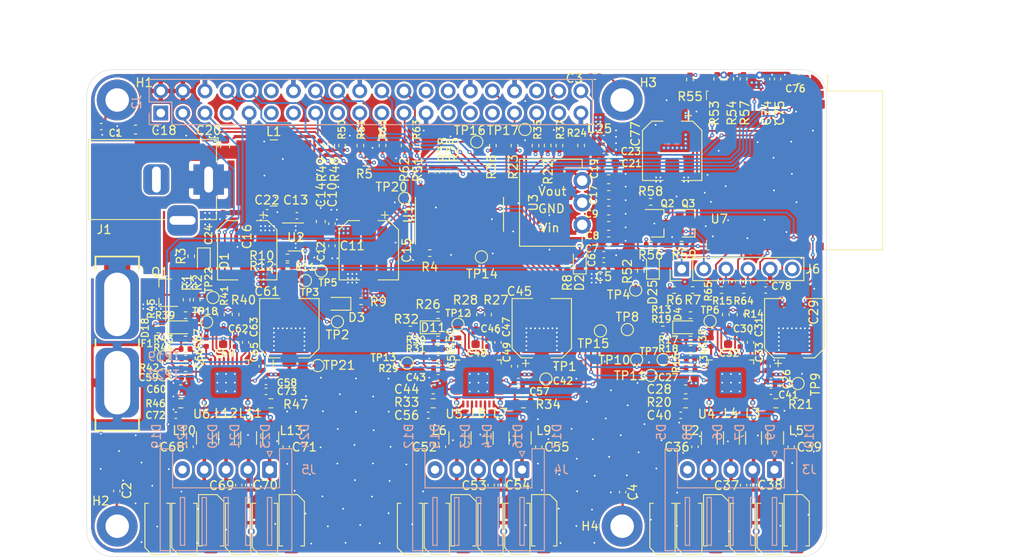
<source format=kicad_pcb>
(kicad_pcb (version 20171130) (host pcbnew 5.1.12-84ad8e8a86~92~ubuntu20.04.1)

  (general
    (thickness 1.6)
    (drawings 15)
    (tracks 1723)
    (zones 0)
    (modules 225)
    (nets 165)
  )

  (page A4)
  (layers
    (0 F.Cu signal hide)
    (1 In1.Cu power hide)
    (2 In2.Cu power hide)
    (31 B.Cu signal hide)
    (32 B.Adhes user hide)
    (33 F.Adhes user hide)
    (34 B.Paste user hide)
    (35 F.Paste user hide)
    (36 B.SilkS user)
    (37 F.SilkS user)
    (38 B.Mask user hide)
    (39 F.Mask user hide)
    (40 Dwgs.User user)
    (41 Cmts.User user hide)
    (42 Eco1.User user hide)
    (43 Eco2.User user hide)
    (44 Edge.Cuts user)
    (45 Margin user hide)
    (46 B.CrtYd user hide)
    (47 F.CrtYd user)
    (48 B.Fab user hide)
    (49 F.Fab user hide)
  )

  (setup
    (last_trace_width 0.25)
    (user_trace_width 0.2)
    (user_trace_width 0.25)
    (user_trace_width 0.3)
    (user_trace_width 0.35)
    (user_trace_width 0.4)
    (user_trace_width 0.45)
    (user_trace_width 0.5)
    (user_trace_width 0.6)
    (user_trace_width 0.7)
    (user_trace_width 0.8)
    (user_trace_width 0.9)
    (user_trace_width 1)
    (trace_clearance 0.2)
    (zone_clearance 0.2)
    (zone_45_only no)
    (trace_min 0.127)
    (via_size 0.8)
    (via_drill 0.4)
    (via_min_size 0.45)
    (via_min_drill 0.2)
    (user_via 0.45 0.2)
    (user_via 0.5 0.25)
    (user_via 0.6 0.3)
    (user_via 0.7 0.35)
    (user_via 0.8 0.4)
    (user_via 0.9 0.45)
    (user_via 1 0.5)
    (uvia_size 0.3)
    (uvia_drill 0.1)
    (uvias_allowed no)
    (uvia_min_size 0.2)
    (uvia_min_drill 0.1)
    (edge_width 0.05)
    (segment_width 0.2)
    (pcb_text_width 0.3)
    (pcb_text_size 1.5 1.5)
    (mod_edge_width 0.12)
    (mod_text_size 1 1)
    (mod_text_width 0.15)
    (pad_size 1.524 1.524)
    (pad_drill 0.762)
    (pad_to_mask_clearance 0)
    (aux_axis_origin 0 0)
    (grid_origin 120 116)
    (visible_elements 7FFFFFFF)
    (pcbplotparams
      (layerselection 0x010fc_ffffffff)
      (usegerberextensions false)
      (usegerberattributes true)
      (usegerberadvancedattributes true)
      (creategerberjobfile true)
      (excludeedgelayer true)
      (linewidth 0.100000)
      (plotframeref false)
      (viasonmask false)
      (mode 1)
      (useauxorigin false)
      (hpglpennumber 1)
      (hpglpenspeed 20)
      (hpglpendiameter 15.000000)
      (psnegative false)
      (psa4output false)
      (plotreference true)
      (plotvalue true)
      (plotinvisibletext false)
      (padsonsilk false)
      (subtractmaskfromsilk false)
      (outputformat 1)
      (mirror false)
      (drillshape 0)
      (scaleselection 1)
      (outputdirectory ""))
  )

  (net 0 "")
  (net 1 +12V)
  (net 2 GND)
  (net 3 +5V)
  (net 4 +3V3)
  (net 5 "/Motor driver 0/VREF")
  (net 6 /OA1_0)
  (net 7 /OA2_0)
  (net 8 /OB1_0)
  (net 9 /OB2_0)
  (net 10 "/Motor driver 1/VREF")
  (net 11 /OA1_1)
  (net 12 /OA2_1)
  (net 13 /OB1_1)
  (net 14 /OB2_1)
  (net 15 "/Motor driver 2/VREF")
  (net 16 /OA1_2)
  (net 17 /OA2_2)
  (net 18 /OB1_2)
  (net 19 /OB2_2)
  (net 20 "Net-(D1-Pad1)")
  (net 21 "Net-(D2-Pad1)")
  (net 22 "Net-(D3-Pad1)")
  (net 23 "Net-(D4-Pad1)")
  (net 24 "Net-(D11-Pad1)")
  (net 25 "Net-(D18-Pad1)")
  (net 26 "Net-(F1-Pad1)")
  (net 27 "Net-(F1-Pad2)")
  (net 28 /GPIO2_PI)
  (net 29 /GPIO3_PI)
  (net 30 /GPIO4_PI)
  (net 31 "/UART_TX(14)_PI")
  (net 32 "/UART_RX(15)_PI")
  (net 33 /GPIO17_PI)
  (net 34 /GPIO18_PI)
  (net 35 /GPIO27_PI)
  (net 36 /GPIO22_PI)
  (net 37 /GPIO23_PI)
  (net 38 /GPIO24_PI)
  (net 39 "/MOSI(10)_PI")
  (net 40 "/MISO(9)_PI")
  (net 41 /GPIO25_PI)
  (net 42 "/CLK(11)_PI")
  (net 43 "/CE0(8)_PI")
  (net 44 /GPIO7_PI)
  (net 45 /GPIO0_PI)
  (net 46 /GPIO1_PI)
  (net 47 /GPIO5_PI)
  (net 48 /GPIO6_PI)
  (net 49 "/PWM0(12)_PI")
  (net 50 "/PWM1(13)_PI")
  (net 51 /GPIO19_PI)
  (net 52 /GPIO16_PI)
  (net 53 /GPIO26_PI)
  (net 54 /GPIO20_PI)
  (net 55 /GPIO21_PI)
  (net 56 "Net-(J3-Pad5)")
  (net 57 "Net-(J4-Pad5)")
  (net 58 "Net-(J5-Pad5)")
  (net 59 /ESP8266/~RTS_ESP)
  (net 60 /ESP8266/~DTR_ESP)
  (net 61 /ESP8266/RX_ESP)
  (net 62 /ESP8266/TX_ESP)
  (net 63 "/Motor driver 0/OA1_FILTERED")
  (net 64 "/Motor driver 0/OA2_FILTERED")
  (net 65 "/Motor driver 0/OB1_FILTERED")
  (net 66 "/Motor driver 0/OB2_FILTERED")
  (net 67 "/Motor driver 1/OA1_FILTERED")
  (net 68 "/Motor driver 1/OA2_FILTERED")
  (net 69 "/Motor driver 1/OB1_FILTERED")
  (net 70 "/Motor driver 1/OB2_FILTERED")
  (net 71 "/Motor driver 2/OA1_FILTERED")
  (net 72 "/Motor driver 2/OA2_FILTERED")
  (net 73 "/Motor driver 2/OB1_FILTERED")
  (net 74 "/Motor driver 2/OB2_FILTERED")
  (net 75 "Net-(Q1-Pad1)")
  (net 76 "Net-(Q2-Pad1)")
  (net 77 "Net-(Q3-Pad1)")
  (net 78 /ESP8266/ADC_ESP)
  (net 79 /GPIO4_ESP)
  (net 80 "/Motor driver 0/DIAG")
  (net 81 "/Motor driver 0/VREF_OVR")
  (net 82 "/Motor driver 0/MS1")
  (net 83 "/Motor driver 0/MS2")
  (net 84 "/Motor driver 0/~PDN_UART")
  (net 85 "/Motor driver 1/DIAG")
  (net 86 "/Motor driver 1/VREF_OVR")
  (net 87 "/Motor driver 1/MS1")
  (net 88 "/Motor driver 1/MS2")
  (net 89 "/Motor driver 1/~PDN_UART")
  (net 90 "/Motor driver 2/DIAG")
  (net 91 "/Motor driver 2/VREF_OVR")
  (net 92 "/Motor driver 2/MS1")
  (net 93 "/Motor driver 2/MS2")
  (net 94 "/Motor driver 2/~PDN_UART")
  (net 95 "Net-(U1-Pad1)")
  (net 96 "Net-(U1-Pad2)")
  (net 97 "Net-(U1-Pad4)")
  (net 98 "Net-(U1-Pad5)")
  (net 99 "Net-(U1-Pad12)")
  (net 100 "Net-(U4-Pad2)")
  (net 101 "Net-(U5-Pad2)")
  (net 102 "Net-(U6-Pad2)")
  (net 103 /ESP8266/~RST)
  (net 104 VD)
  (net 105 "Net-(C1-Pad2)")
  (net 106 "Net-(C2-Pad2)")
  (net 107 "Net-(C3-Pad2)")
  (net 108 "Net-(C4-Pad2)")
  (net 109 "Net-(C13-Pad2)")
  (net 110 "Net-(C13-Pad1)")
  (net 111 "Net-(C31-Pad1)")
  (net 112 "Net-(C33-Pad2)")
  (net 113 "Net-(C33-Pad1)")
  (net 114 "Net-(C40-Pad2)")
  (net 115 "Net-(C41-Pad2)")
  (net 116 "Net-(C47-Pad1)")
  (net 117 "Net-(C49-Pad2)")
  (net 118 "Net-(C49-Pad1)")
  (net 119 "Net-(C56-Pad2)")
  (net 120 "Net-(C57-Pad2)")
  (net 121 "Net-(C63-Pad1)")
  (net 122 "Net-(C65-Pad2)")
  (net 123 "Net-(C65-Pad1)")
  (net 124 "Net-(C72-Pad2)")
  (net 125 "Net-(C73-Pad2)")
  (net 126 "/Motor driver 0/V5V_REF")
  (net 127 "/Motor driver 1/V5V_REF")
  (net 128 "/Motor driver 2/V5V_REF")
  (net 129 "Net-(U4-Pad31)")
  (net 130 "Net-(U4-Pad29)")
  (net 131 "Net-(U4-Pad28)")
  (net 132 "Net-(U4-Pad26)")
  (net 133 "Net-(U4-Pad23)")
  (net 134 "Net-(U4-Pad21)")
  (net 135 "Net-(U4-Pad4)")
  (net 136 "Net-(U5-Pad31)")
  (net 137 "Net-(U5-Pad29)")
  (net 138 "Net-(U5-Pad28)")
  (net 139 "Net-(U5-Pad26)")
  (net 140 "Net-(U5-Pad23)")
  (net 141 "Net-(U5-Pad21)")
  (net 142 "Net-(U5-Pad4)")
  (net 143 "Net-(U6-Pad31)")
  (net 144 "Net-(U6-Pad29)")
  (net 145 "Net-(U6-Pad28)")
  (net 146 "Net-(U6-Pad26)")
  (net 147 "Net-(U6-Pad23)")
  (net 148 "Net-(U6-Pad21)")
  (net 149 "Net-(U6-Pad4)")
  (net 150 /ESP8266/GPIO5)
  (net 151 /ESP8266/GPIO0)
  (net 152 /ESP8266/GPIO2)
  (net 153 /ESP8266/EN)
  (net 154 /ESP8266/CS)
  (net 155 /ESP8266/MISO)
  (net 156 /ESP8266/MOSI)
  (net 157 /ESP8266/CLK)
  (net 158 /ESP8266/TX)
  (net 159 /ESP8266/RX)
  (net 160 "Net-(D25-Pad1)")
  (net 161 "Net-(R10-Pad1)")
  (net 162 "Net-(R19-Pad2)")
  (net 163 "Net-(R32-Pad2)")
  (net 164 "Net-(R45-Pad2)")

  (net_class Default "This is the default net class."
    (clearance 0.2)
    (trace_width 0.25)
    (via_dia 0.8)
    (via_drill 0.4)
    (uvia_dia 0.3)
    (uvia_drill 0.1)
    (add_net +12V)
    (add_net +3V3)
    (add_net +5V)
    (add_net "/CE0(8)_PI")
    (add_net "/CLK(11)_PI")
    (add_net /ESP8266/ADC_ESP)
    (add_net /ESP8266/CLK)
    (add_net /ESP8266/CS)
    (add_net /ESP8266/EN)
    (add_net /ESP8266/GPIO0)
    (add_net /ESP8266/GPIO2)
    (add_net /ESP8266/GPIO5)
    (add_net /ESP8266/MISO)
    (add_net /ESP8266/MOSI)
    (add_net /ESP8266/RX)
    (add_net /ESP8266/RX_ESP)
    (add_net /ESP8266/TX)
    (add_net /ESP8266/TX_ESP)
    (add_net /ESP8266/~DTR_ESP)
    (add_net /ESP8266/~RST)
    (add_net /ESP8266/~RTS_ESP)
    (add_net /GPIO0_PI)
    (add_net /GPIO16_PI)
    (add_net /GPIO17_PI)
    (add_net /GPIO18_PI)
    (add_net /GPIO19_PI)
    (add_net /GPIO1_PI)
    (add_net /GPIO20_PI)
    (add_net /GPIO21_PI)
    (add_net /GPIO22_PI)
    (add_net /GPIO23_PI)
    (add_net /GPIO24_PI)
    (add_net /GPIO25_PI)
    (add_net /GPIO26_PI)
    (add_net /GPIO27_PI)
    (add_net /GPIO2_PI)
    (add_net /GPIO3_PI)
    (add_net /GPIO4_ESP)
    (add_net /GPIO4_PI)
    (add_net /GPIO5_PI)
    (add_net /GPIO6_PI)
    (add_net /GPIO7_PI)
    (add_net "/MISO(9)_PI")
    (add_net "/MOSI(10)_PI")
    (add_net "/Motor driver 0/DIAG")
    (add_net "/Motor driver 0/MS1")
    (add_net "/Motor driver 0/MS2")
    (add_net "/Motor driver 0/OA1_FILTERED")
    (add_net "/Motor driver 0/OA2_FILTERED")
    (add_net "/Motor driver 0/OB1_FILTERED")
    (add_net "/Motor driver 0/OB2_FILTERED")
    (add_net "/Motor driver 0/V5V_REF")
    (add_net "/Motor driver 0/VREF")
    (add_net "/Motor driver 0/VREF_OVR")
    (add_net "/Motor driver 0/~PDN_UART")
    (add_net "/Motor driver 1/DIAG")
    (add_net "/Motor driver 1/MS1")
    (add_net "/Motor driver 1/MS2")
    (add_net "/Motor driver 1/OA1_FILTERED")
    (add_net "/Motor driver 1/OA2_FILTERED")
    (add_net "/Motor driver 1/OB1_FILTERED")
    (add_net "/Motor driver 1/OB2_FILTERED")
    (add_net "/Motor driver 1/V5V_REF")
    (add_net "/Motor driver 1/VREF")
    (add_net "/Motor driver 1/VREF_OVR")
    (add_net "/Motor driver 1/~PDN_UART")
    (add_net "/Motor driver 2/DIAG")
    (add_net "/Motor driver 2/MS1")
    (add_net "/Motor driver 2/MS2")
    (add_net "/Motor driver 2/OA1_FILTERED")
    (add_net "/Motor driver 2/OA2_FILTERED")
    (add_net "/Motor driver 2/OB1_FILTERED")
    (add_net "/Motor driver 2/OB2_FILTERED")
    (add_net "/Motor driver 2/V5V_REF")
    (add_net "/Motor driver 2/VREF")
    (add_net "/Motor driver 2/VREF_OVR")
    (add_net "/Motor driver 2/~PDN_UART")
    (add_net /OA1_0)
    (add_net /OA1_1)
    (add_net /OA1_2)
    (add_net /OA2_0)
    (add_net /OA2_1)
    (add_net /OA2_2)
    (add_net /OB1_0)
    (add_net /OB1_1)
    (add_net /OB1_2)
    (add_net /OB2_0)
    (add_net /OB2_1)
    (add_net /OB2_2)
    (add_net "/PWM0(12)_PI")
    (add_net "/PWM1(13)_PI")
    (add_net "/UART_RX(15)_PI")
    (add_net "/UART_TX(14)_PI")
    (add_net GND)
    (add_net "Net-(C1-Pad2)")
    (add_net "Net-(C13-Pad1)")
    (add_net "Net-(C13-Pad2)")
    (add_net "Net-(C2-Pad2)")
    (add_net "Net-(C3-Pad2)")
    (add_net "Net-(C31-Pad1)")
    (add_net "Net-(C33-Pad1)")
    (add_net "Net-(C33-Pad2)")
    (add_net "Net-(C4-Pad2)")
    (add_net "Net-(C40-Pad2)")
    (add_net "Net-(C41-Pad2)")
    (add_net "Net-(C47-Pad1)")
    (add_net "Net-(C49-Pad1)")
    (add_net "Net-(C49-Pad2)")
    (add_net "Net-(C56-Pad2)")
    (add_net "Net-(C57-Pad2)")
    (add_net "Net-(C63-Pad1)")
    (add_net "Net-(C65-Pad1)")
    (add_net "Net-(C65-Pad2)")
    (add_net "Net-(C72-Pad2)")
    (add_net "Net-(C73-Pad2)")
    (add_net "Net-(D1-Pad1)")
    (add_net "Net-(D11-Pad1)")
    (add_net "Net-(D18-Pad1)")
    (add_net "Net-(D2-Pad1)")
    (add_net "Net-(D25-Pad1)")
    (add_net "Net-(D3-Pad1)")
    (add_net "Net-(D4-Pad1)")
    (add_net "Net-(F1-Pad1)")
    (add_net "Net-(F1-Pad2)")
    (add_net "Net-(J3-Pad5)")
    (add_net "Net-(J4-Pad5)")
    (add_net "Net-(J5-Pad5)")
    (add_net "Net-(Q1-Pad1)")
    (add_net "Net-(Q2-Pad1)")
    (add_net "Net-(Q3-Pad1)")
    (add_net "Net-(R10-Pad1)")
    (add_net "Net-(R19-Pad2)")
    (add_net "Net-(R32-Pad2)")
    (add_net "Net-(R45-Pad2)")
    (add_net "Net-(U1-Pad1)")
    (add_net "Net-(U1-Pad12)")
    (add_net "Net-(U1-Pad2)")
    (add_net "Net-(U1-Pad4)")
    (add_net "Net-(U1-Pad5)")
    (add_net "Net-(U4-Pad2)")
    (add_net "Net-(U4-Pad21)")
    (add_net "Net-(U4-Pad23)")
    (add_net "Net-(U4-Pad26)")
    (add_net "Net-(U4-Pad28)")
    (add_net "Net-(U4-Pad29)")
    (add_net "Net-(U4-Pad31)")
    (add_net "Net-(U4-Pad4)")
    (add_net "Net-(U5-Pad2)")
    (add_net "Net-(U5-Pad21)")
    (add_net "Net-(U5-Pad23)")
    (add_net "Net-(U5-Pad26)")
    (add_net "Net-(U5-Pad28)")
    (add_net "Net-(U5-Pad29)")
    (add_net "Net-(U5-Pad31)")
    (add_net "Net-(U5-Pad4)")
    (add_net "Net-(U6-Pad2)")
    (add_net "Net-(U6-Pad21)")
    (add_net "Net-(U6-Pad23)")
    (add_net "Net-(U6-Pad26)")
    (add_net "Net-(U6-Pad28)")
    (add_net "Net-(U6-Pad29)")
    (add_net "Net-(U6-Pad31)")
    (add_net "Net-(U6-Pad4)")
    (add_net VD)
  )

  (module Package_SO:SOIC-16_3.9x9.9mm_P1.27mm (layer F.Cu) (tedit 5D9F72B1) (tstamp 61AF3BEB)
    (at 162.814 76.646 90)
    (descr "SOIC, 16 Pin (JEDEC MS-012AC, https://www.analog.com/media/en/package-pcb-resources/package/pkg_pdf/soic_narrow-r/r_16.pdf), generated with kicad-footprint-generator ipc_gullwing_generator.py")
    (tags "SOIC SO")
    (path /604F82D8)
    (attr smd)
    (fp_text reference U1 (at 0 -5.9 90) (layer F.SilkS)
      (effects (font (size 1 1) (thickness 0.15)))
    )
    (fp_text value 74HC4051 (at 0 5.9 90) (layer F.Fab)
      (effects (font (size 1 1) (thickness 0.15)))
    )
    (fp_line (start 3.7 -5.2) (end -3.7 -5.2) (layer F.CrtYd) (width 0.05))
    (fp_line (start 3.7 5.2) (end 3.7 -5.2) (layer F.CrtYd) (width 0.05))
    (fp_line (start -3.7 5.2) (end 3.7 5.2) (layer F.CrtYd) (width 0.05))
    (fp_line (start -3.7 -5.2) (end -3.7 5.2) (layer F.CrtYd) (width 0.05))
    (fp_line (start -1.95 -3.975) (end -0.975 -4.95) (layer F.Fab) (width 0.1))
    (fp_line (start -1.95 4.95) (end -1.95 -3.975) (layer F.Fab) (width 0.1))
    (fp_line (start 1.95 4.95) (end -1.95 4.95) (layer F.Fab) (width 0.1))
    (fp_line (start 1.95 -4.95) (end 1.95 4.95) (layer F.Fab) (width 0.1))
    (fp_line (start -0.975 -4.95) (end 1.95 -4.95) (layer F.Fab) (width 0.1))
    (fp_line (start 0 -5.06) (end -3.45 -5.06) (layer F.SilkS) (width 0.12))
    (fp_line (start 0 -5.06) (end 1.95 -5.06) (layer F.SilkS) (width 0.12))
    (fp_line (start 0 5.06) (end -1.95 5.06) (layer F.SilkS) (width 0.12))
    (fp_line (start 0 5.06) (end 1.95 5.06) (layer F.SilkS) (width 0.12))
    (fp_text user %R (at 0 0 90) (layer F.Fab)
      (effects (font (size 0.98 0.98) (thickness 0.15)))
    )
    (pad 16 smd roundrect (at 2.475 -4.445 90) (size 1.95 0.6) (layers F.Cu F.Paste F.Mask) (roundrect_rratio 0.25)
      (net 104 VD))
    (pad 15 smd roundrect (at 2.475 -3.175 90) (size 1.95 0.6) (layers F.Cu F.Paste F.Mask) (roundrect_rratio 0.25)
      (net 94 "/Motor driver 2/~PDN_UART"))
    (pad 14 smd roundrect (at 2.475 -1.905 90) (size 1.95 0.6) (layers F.Cu F.Paste F.Mask) (roundrect_rratio 0.25)
      (net 89 "/Motor driver 1/~PDN_UART"))
    (pad 13 smd roundrect (at 2.475 -0.635 90) (size 1.95 0.6) (layers F.Cu F.Paste F.Mask) (roundrect_rratio 0.25)
      (net 84 "/Motor driver 0/~PDN_UART"))
    (pad 12 smd roundrect (at 2.475 0.635 90) (size 1.95 0.6) (layers F.Cu F.Paste F.Mask) (roundrect_rratio 0.25)
      (net 99 "Net-(U1-Pad12)"))
    (pad 11 smd roundrect (at 2.475 1.905 90) (size 1.95 0.6) (layers F.Cu F.Paste F.Mask) (roundrect_rratio 0.25)
      (net 37 /GPIO23_PI))
    (pad 10 smd roundrect (at 2.475 3.175 90) (size 1.95 0.6) (layers F.Cu F.Paste F.Mask) (roundrect_rratio 0.25)
      (net 38 /GPIO24_PI))
    (pad 9 smd roundrect (at 2.475 4.445 90) (size 1.95 0.6) (layers F.Cu F.Paste F.Mask) (roundrect_rratio 0.25)
      (net 41 /GPIO25_PI))
    (pad 8 smd roundrect (at -2.475 4.445 90) (size 1.95 0.6) (layers F.Cu F.Paste F.Mask) (roundrect_rratio 0.25)
      (net 2 GND))
    (pad 7 smd roundrect (at -2.475 3.175 90) (size 1.95 0.6) (layers F.Cu F.Paste F.Mask) (roundrect_rratio 0.25)
      (net 2 GND))
    (pad 6 smd roundrect (at -2.475 1.905 90) (size 1.95 0.6) (layers F.Cu F.Paste F.Mask) (roundrect_rratio 0.25)
      (net 36 /GPIO22_PI))
    (pad 5 smd roundrect (at -2.475 0.635 90) (size 1.95 0.6) (layers F.Cu F.Paste F.Mask) (roundrect_rratio 0.25)
      (net 98 "Net-(U1-Pad5)"))
    (pad 4 smd roundrect (at -2.475 -0.635 90) (size 1.95 0.6) (layers F.Cu F.Paste F.Mask) (roundrect_rratio 0.25)
      (net 97 "Net-(U1-Pad4)"))
    (pad 3 smd roundrect (at -2.475 -1.905 90) (size 1.95 0.6) (layers F.Cu F.Paste F.Mask) (roundrect_rratio 0.25)
      (net 32 "/UART_RX(15)_PI"))
    (pad 2 smd roundrect (at -2.475 -3.175 90) (size 1.95 0.6) (layers F.Cu F.Paste F.Mask) (roundrect_rratio 0.25)
      (net 96 "Net-(U1-Pad2)"))
    (pad 1 smd roundrect (at -2.475 -4.445 90) (size 1.95 0.6) (layers F.Cu F.Paste F.Mask) (roundrect_rratio 0.25)
      (net 95 "Net-(U1-Pad1)"))
    (model ${KISYS3DMOD}/Package_SO.3dshapes/SOIC-16_3.9x9.9mm_P1.27mm.wrl
      (at (xyz 0 0 0))
      (scale (xyz 1 1 1))
      (rotate (xyz 0 0 0))
    )
  )

  (module Resistor_SMD:R_0402_1005Metric (layer F.Cu) (tedit 5F68FEEE) (tstamp 61B50DC3)
    (at 151.889001 70.7 180)
    (descr "Resistor SMD 0402 (1005 Metric), square (rectangular) end terminal, IPC_7351 nominal, (Body size source: IPC-SM-782 page 72, https://www.pcb-3d.com/wordpress/wp-content/uploads/ipc-sm-782a_amendment_1_and_2.pdf), generated with kicad-footprint-generator")
    (tags resistor)
    (path /61C0D797)
    (attr smd)
    (fp_text reference R5 (at 0 -1.3) (layer F.SilkS)
      (effects (font (size 1 1) (thickness 0.15)))
    )
    (fp_text value "10.2 k" (at 0 1.17) (layer F.Fab)
      (effects (font (size 1 1) (thickness 0.15)))
    )
    (fp_line (start 0.93 0.47) (end -0.93 0.47) (layer F.CrtYd) (width 0.05))
    (fp_line (start 0.93 -0.47) (end 0.93 0.47) (layer F.CrtYd) (width 0.05))
    (fp_line (start -0.93 -0.47) (end 0.93 -0.47) (layer F.CrtYd) (width 0.05))
    (fp_line (start -0.93 0.47) (end -0.93 -0.47) (layer F.CrtYd) (width 0.05))
    (fp_line (start -0.153641 0.38) (end 0.153641 0.38) (layer F.SilkS) (width 0.12))
    (fp_line (start -0.153641 -0.38) (end 0.153641 -0.38) (layer F.SilkS) (width 0.12))
    (fp_line (start 0.525 0.27) (end -0.525 0.27) (layer F.Fab) (width 0.1))
    (fp_line (start 0.525 -0.27) (end 0.525 0.27) (layer F.Fab) (width 0.1))
    (fp_line (start -0.525 -0.27) (end 0.525 -0.27) (layer F.Fab) (width 0.1))
    (fp_line (start -0.525 0.27) (end -0.525 -0.27) (layer F.Fab) (width 0.1))
    (fp_text user %R (at 0 0) (layer F.Fab)
      (effects (font (size 0.26 0.26) (thickness 0.04)))
    )
    (pad 2 smd roundrect (at 0.51 0 180) (size 0.54 0.64) (layers F.Cu F.Paste F.Mask) (roundrect_rratio 0.25)
      (net 36 /GPIO22_PI))
    (pad 1 smd roundrect (at -0.51 0 180) (size 0.54 0.64) (layers F.Cu F.Paste F.Mask) (roundrect_rratio 0.25)
      (net 104 VD))
    (model ${KISYS3DMOD}/Resistor_SMD.3dshapes/R_0402_1005Metric.wrl
      (at (xyz 0 0 0))
      (scale (xyz 1 1 1))
      (rotate (xyz 0 0 0))
    )
  )

  (module SaMcam_shield:Motor_Driver_Trinamic_TMC2202-WA (layer F.Cu) (tedit 6196AAFE) (tstamp 61A29B1D)
    (at 194 96 180)
    (descr "Motor driver")
    (tags "Motor driver")
    (path /60355F25/60356E5D)
    (attr smd)
    (fp_text reference U4 (at 2.8 -3.6) (layer F.SilkS)
      (effects (font (size 1 1) (thickness 0.15)))
    )
    (fp_text value TMC2202-WA_motor_driver (at 0 3.8) (layer F.Fab)
      (effects (font (size 1 1) (thickness 0.15)))
    )
    (fp_line (start 3.1 -3.1) (end -3.1 -3.1) (layer F.CrtYd) (width 0.05))
    (fp_line (start 3.1 3.1) (end 3.1 -3.1) (layer F.CrtYd) (width 0.05))
    (fp_line (start -3.1 3.1) (end 3.1 3.1) (layer F.CrtYd) (width 0.05))
    (fp_line (start -3.1 -3.1) (end -3.1 3.1) (layer F.CrtYd) (width 0.05))
    (fp_line (start -2.5 -1.5) (end -1.5 -2.5) (layer F.Fab) (width 0.1))
    (fp_line (start -2.5 2.5) (end -2.5 -1.5) (layer F.Fab) (width 0.1))
    (fp_line (start 2.5 2.5) (end -2.5 2.5) (layer F.Fab) (width 0.1))
    (fp_line (start 2.5 -2.5) (end 2.5 2.5) (layer F.Fab) (width 0.1))
    (fp_line (start -1.5 -2.5) (end 2.5 -2.5) (layer F.Fab) (width 0.1))
    (fp_line (start -2.135 -2.61) (end -2.61 -2.61) (layer F.SilkS) (width 0.12))
    (fp_line (start 2.61 2.61) (end 2.61 2.135) (layer F.SilkS) (width 0.12))
    (fp_line (start 2.135 2.61) (end 2.61 2.61) (layer F.SilkS) (width 0.12))
    (fp_line (start -2.61 2.61) (end -2.61 2.135) (layer F.SilkS) (width 0.12))
    (fp_line (start -2.135 2.61) (end -2.61 2.61) (layer F.SilkS) (width 0.12))
    (fp_line (start 2.61 -2.61) (end 2.61 -2.135) (layer F.SilkS) (width 0.12))
    (fp_line (start 2.135 -2.61) (end 2.61 -2.61) (layer F.SilkS) (width 0.12))
    (fp_text user %R (at 0 -0.515001) (layer F.Fab)
      (effects (font (size 1 1) (thickness 0.15)))
    )
    (pad "" smd custom (at 1.425 1.425 180) (size 0.601758 0.601758) (layers F.Paste)
      (options (clearance outline) (anchor circle))
      (primitives
        (gr_poly (pts
           (xy -0.259112 -0.189911) (xy -0.189911 -0.259112) (xy 0.259112 -0.259112) (xy 0.259112 0.259112) (xy -0.259112 0.259112)
) (width 0.167068))
      ))
    (pad "" smd custom (at 1.425 -1.425 180) (size 0.601758 0.601758) (layers F.Paste)
      (options (clearance outline) (anchor circle))
      (primitives
        (gr_poly (pts
           (xy -0.259112 -0.259112) (xy 0.259112 -0.259112) (xy 0.259112 0.259112) (xy -0.189911 0.259112) (xy -0.259112 0.189911)
) (width 0.167068))
      ))
    (pad "" smd custom (at -1.425 1.425 180) (size 0.601758 0.601758) (layers F.Paste)
      (options (clearance outline) (anchor circle))
      (primitives
        (gr_poly (pts
           (xy -0.259112 -0.259112) (xy 0.189911 -0.259112) (xy 0.259112 -0.189911) (xy 0.259112 0.259112) (xy -0.259112 0.259112)
) (width 0.167068))
      ))
    (pad "" smd custom (at -1.425 -1.425 180) (size 0.601758 0.601758) (layers F.Paste)
      (options (clearance outline) (anchor circle))
      (primitives
        (gr_poly (pts
           (xy -0.259112 -0.259112) (xy 0.259112 -0.259112) (xy 0.259112 0.189911) (xy 0.189911 0.259112) (xy -0.259112 0.259112)
) (width 0.167068))
      ))
    (pad "" smd custom (at 0.5 1.425 180) (size 0.612035 0.612035) (layers F.Paste)
      (options (clearance outline) (anchor circle))
      (primitives
        (gr_poly (pts
           (xy -0.329856 -0.2087) (xy -0.269167 -0.269389) (xy 0.269167 -0.269389) (xy 0.329856 -0.2087) (xy 0.329856 0.269389)
           (xy -0.329856 0.269389)) (width 0.146515))
      ))
    (pad "" smd custom (at -0.5 1.425 180) (size 0.612035 0.612035) (layers F.Paste)
      (options (clearance outline) (anchor circle))
      (primitives
        (gr_poly (pts
           (xy -0.329856 -0.2087) (xy -0.269167 -0.269389) (xy 0.269167 -0.269389) (xy 0.329856 -0.2087) (xy 0.329856 0.269389)
           (xy -0.329856 0.269389)) (width 0.146515))
      ))
    (pad "" smd custom (at 0.5 -1.425 180) (size 0.612035 0.612035) (layers F.Paste)
      (options (clearance outline) (anchor circle))
      (primitives
        (gr_poly (pts
           (xy -0.329856 -0.269389) (xy 0.329856 -0.269389) (xy 0.329856 0.2087) (xy 0.269167 0.269389) (xy -0.269167 0.269389)
           (xy -0.329856 0.2087)) (width 0.146515))
      ))
    (pad "" smd custom (at -0.5 -1.425 180) (size 0.612035 0.612035) (layers F.Paste)
      (options (clearance outline) (anchor circle))
      (primitives
        (gr_poly (pts
           (xy -0.329856 -0.269389) (xy 0.329856 -0.269389) (xy 0.329856 0.2087) (xy 0.269167 0.269389) (xy -0.269167 0.269389)
           (xy -0.329856 0.2087)) (width 0.146515))
      ))
    (pad "" smd custom (at 1.425 0.5 180) (size 0.612035 0.612035) (layers F.Paste)
      (options (clearance outline) (anchor circle))
      (primitives
        (gr_poly (pts
           (xy -0.269389 -0.269167) (xy -0.2087 -0.329856) (xy 0.269389 -0.329856) (xy 0.269389 0.329856) (xy -0.2087 0.329856)
           (xy -0.269389 0.269167)) (width 0.146515))
      ))
    (pad "" smd custom (at 1.425 -0.5 180) (size 0.612035 0.612035) (layers F.Paste)
      (options (clearance outline) (anchor circle))
      (primitives
        (gr_poly (pts
           (xy -0.269389 -0.269167) (xy -0.2087 -0.329856) (xy 0.269389 -0.329856) (xy 0.269389 0.329856) (xy -0.2087 0.329856)
           (xy -0.269389 0.269167)) (width 0.146515))
      ))
    (pad "" smd custom (at -1.425 0.5 180) (size 0.612035 0.612035) (layers F.Paste)
      (options (clearance outline) (anchor circle))
      (primitives
        (gr_poly (pts
           (xy -0.269389 -0.329856) (xy 0.2087 -0.329856) (xy 0.269389 -0.269167) (xy 0.269389 0.269167) (xy 0.2087 0.329856)
           (xy -0.269389 0.329856)) (width 0.146515))
      ))
    (pad "" smd custom (at -1.425 -0.5 180) (size 0.612035 0.612035) (layers F.Paste)
      (options (clearance outline) (anchor circle))
      (primitives
        (gr_poly (pts
           (xy -0.269389 -0.329856) (xy 0.2087 -0.329856) (xy 0.269389 -0.269167) (xy 0.269389 0.269167) (xy 0.2087 0.329856)
           (xy -0.269389 0.329856)) (width 0.146515))
      ))
    (pad "" smd roundrect (at 0.5 0.5 180) (size 0.806226 0.806226) (layers F.Paste) (roundrect_rratio 0.25))
    (pad "" smd roundrect (at 0.5 -0.5 180) (size 0.806226 0.806226) (layers F.Paste) (roundrect_rratio 0.25))
    (pad "" smd roundrect (at -0.5 0.5 180) (size 0.806226 0.806226) (layers F.Paste) (roundrect_rratio 0.25))
    (pad "" smd roundrect (at -0.5 -0.5 180) (size 0.806226 0.806226) (layers F.Paste) (roundrect_rratio 0.25))
    (pad 33 smd rect (at 0 0 180) (size 2.5 2.5) (layers B.Cu)
      (net 2 GND))
    (pad 33 thru_hole circle (at 1 1 180) (size 0.5 0.5) (drill 0.2) (layers *.Cu)
      (net 2 GND))
    (pad 33 thru_hole circle (at 0 1 180) (size 0.5 0.5) (drill 0.2) (layers *.Cu)
      (net 2 GND))
    (pad 33 thru_hole circle (at -1 1 180) (size 0.5 0.5) (drill 0.2) (layers *.Cu)
      (net 2 GND))
    (pad 33 thru_hole circle (at 1 0 180) (size 0.5 0.5) (drill 0.2) (layers *.Cu)
      (net 2 GND))
    (pad 33 thru_hole circle (at 0 0 180) (size 0.5 0.5) (drill 0.2) (layers *.Cu)
      (net 2 GND))
    (pad 33 thru_hole circle (at -1 0 180) (size 0.5 0.5) (drill 0.2) (layers *.Cu)
      (net 2 GND))
    (pad 33 thru_hole circle (at 1 -1 180) (size 0.5 0.5) (drill 0.2) (layers *.Cu)
      (net 2 GND))
    (pad 33 thru_hole circle (at 0 -1 180) (size 0.5 0.5) (drill 0.2) (layers *.Cu)
      (net 2 GND))
    (pad 33 thru_hole circle (at -1 -1 180) (size 0.5 0.5) (drill 0.2) (layers *.Cu)
      (net 2 GND))
    (pad 33 smd rect (at 0 0 180) (size 3.7 3.7) (layers F.Cu F.Mask)
      (net 2 GND))
    (pad 32 smd roundrect (at -1.75 -2.45 180) (size 0.25 0.8) (layers F.Cu F.Paste F.Mask) (roundrect_rratio 0.25)
      (net 115 "Net-(C41-Pad2)"))
    (pad 31 smd roundrect (at -1.25 -2.45 180) (size 0.25 0.8) (layers F.Cu F.Paste F.Mask) (roundrect_rratio 0.25)
      (net 129 "Net-(U4-Pad31)"))
    (pad 30 smd roundrect (at -0.75 -2.45 180) (size 0.25 0.8) (layers F.Cu F.Paste F.Mask) (roundrect_rratio 0.25)
      (net 65 "/Motor driver 0/OB1_FILTERED"))
    (pad 29 smd roundrect (at -0.25 -2.45 180) (size 0.25 0.8) (layers F.Cu F.Paste F.Mask) (roundrect_rratio 0.25)
      (net 130 "Net-(U4-Pad29)"))
    (pad 28 smd roundrect (at 0.25 -2.45 180) (size 0.25 0.8) (layers F.Cu F.Paste F.Mask) (roundrect_rratio 0.25)
      (net 131 "Net-(U4-Pad28)"))
    (pad 27 smd roundrect (at 0.75 -2.45 180) (size 0.25 0.8) (layers F.Cu F.Paste F.Mask) (roundrect_rratio 0.25)
      (net 63 "/Motor driver 0/OA1_FILTERED"))
    (pad 26 smd roundrect (at 1.25 -2.45 180) (size 0.25 0.8) (layers F.Cu F.Paste F.Mask) (roundrect_rratio 0.25)
      (net 132 "Net-(U4-Pad26)"))
    (pad 25 smd roundrect (at 1.75 -2.45 180) (size 0.25 0.8) (layers F.Cu F.Paste F.Mask) (roundrect_rratio 0.25)
      (net 114 "Net-(C40-Pad2)"))
    (pad 24 smd roundrect (at 2.45 -1.75 180) (size 0.8 0.25) (layers F.Cu F.Paste F.Mask) (roundrect_rratio 0.25)
      (net 64 "/Motor driver 0/OA2_FILTERED"))
    (pad 23 smd roundrect (at 2.45 -1.25 180) (size 0.8 0.25) (layers F.Cu F.Paste F.Mask) (roundrect_rratio 0.25)
      (net 133 "Net-(U4-Pad23)"))
    (pad 22 smd roundrect (at 2.45 -0.75 180) (size 0.8 0.25) (layers F.Cu F.Paste F.Mask) (roundrect_rratio 0.25)
      (net 1 +12V))
    (pad 21 smd roundrect (at 2.45 -0.25 180) (size 0.8 0.25) (layers F.Cu F.Paste F.Mask) (roundrect_rratio 0.25)
      (net 134 "Net-(U4-Pad21)"))
    (pad 20 smd roundrect (at 2.45 0.25 180) (size 0.8 0.25) (layers F.Cu F.Paste F.Mask) (roundrect_rratio 0.25)
      (net 54 /GPIO20_PI))
    (pad 19 smd roundrect (at 2.45 0.75 180) (size 0.8 0.25) (layers F.Cu F.Paste F.Mask) (roundrect_rratio 0.25)
      (net 2 GND))
    (pad 18 smd roundrect (at 2.45 1.25 180) (size 0.8 0.25) (layers F.Cu F.Paste F.Mask) (roundrect_rratio 0.25)
      (net 5 "/Motor driver 0/VREF"))
    (pad 17 smd roundrect (at 2.45 1.75 180) (size 0.8 0.25) (layers F.Cu F.Paste F.Mask) (roundrect_rratio 0.25)
      (net 50 "/PWM1(13)_PI"))
    (pad 16 smd roundrect (at 1.75 2.45 180) (size 0.25 0.8) (layers F.Cu F.Paste F.Mask) (roundrect_rratio 0.25)
      (net 104 VD))
    (pad 15 smd roundrect (at 1.25 2.45 180) (size 0.25 0.8) (layers F.Cu F.Paste F.Mask) (roundrect_rratio 0.25)
      (net 162 "Net-(R19-Pad2)"))
    (pad 14 smd roundrect (at 0.75 2.45 180) (size 0.25 0.8) (layers F.Cu F.Paste F.Mask) (roundrect_rratio 0.25)
      (net 2 GND))
    (pad 13 smd roundrect (at 0.25 2.45 180) (size 0.25 0.8) (layers F.Cu F.Paste F.Mask) (roundrect_rratio 0.25)
      (net 80 "/Motor driver 0/DIAG"))
    (pad 12 smd roundrect (at -0.25 2.45 180) (size 0.25 0.8) (layers F.Cu F.Paste F.Mask) (roundrect_rratio 0.25)
      (net 83 "/Motor driver 0/MS2"))
    (pad 11 smd roundrect (at -0.75 2.45 180) (size 0.25 0.8) (layers F.Cu F.Paste F.Mask) (roundrect_rratio 0.25)
      (net 82 "/Motor driver 0/MS1"))
    (pad 10 smd roundrect (at -1.25 2.45 180) (size 0.25 0.8) (layers F.Cu F.Paste F.Mask) (roundrect_rratio 0.25)
      (net 126 "/Motor driver 0/V5V_REF"))
    (pad 9 smd roundrect (at -1.75 2.45 180) (size 0.25 0.8) (layers F.Cu F.Paste F.Mask) (roundrect_rratio 0.25)
      (net 111 "Net-(C31-Pad1)"))
    (pad 8 smd roundrect (at -2.45 1.75 180) (size 0.8 0.25) (layers F.Cu F.Paste F.Mask) (roundrect_rratio 0.25)
      (net 113 "Net-(C33-Pad1)"))
    (pad 7 smd roundrect (at -2.45 1.25 180) (size 0.8 0.25) (layers F.Cu F.Paste F.Mask) (roundrect_rratio 0.25)
      (net 112 "Net-(C33-Pad2)"))
    (pad 6 smd roundrect (at -2.45 0.75 180) (size 0.8 0.25) (layers F.Cu F.Paste F.Mask) (roundrect_rratio 0.25)
      (net 2 GND))
    (pad 5 smd roundrect (at -2.45 0.25 180) (size 0.8 0.25) (layers F.Cu F.Paste F.Mask) (roundrect_rratio 0.25)
      (net 55 /GPIO21_PI))
    (pad 4 smd roundrect (at -2.45 -0.25 180) (size 0.8 0.25) (layers F.Cu F.Paste F.Mask) (roundrect_rratio 0.25)
      (net 135 "Net-(U4-Pad4)"))
    (pad 3 smd roundrect (at -2.45 -0.75 180) (size 0.8 0.25) (layers F.Cu F.Paste F.Mask) (roundrect_rratio 0.25)
      (net 1 +12V))
    (pad 2 smd roundrect (at -2.45 -1.25 180) (size 0.8 0.25) (layers F.Cu F.Paste F.Mask) (roundrect_rratio 0.25)
      (net 100 "Net-(U4-Pad2)"))
    (pad 1 smd roundrect (at -2.45 -1.75 180) (size 0.8 0.25) (layers F.Cu F.Paste F.Mask) (roundrect_rratio 0.25)
      (net 66 "/Motor driver 0/OB2_FILTERED"))
    (model ${KIPRJMOD}/packages3d/Motor_Driver_Trinamic_TMC2202-WA.stp
      (at (xyz 0 0 0))
      (scale (xyz 1 1 1))
      (rotate (xyz 0 0 0))
    )
  )

  (module RF_Module:ESP-WROOM-02 (layer F.Cu) (tedit 5B5B45D7) (tstamp 61C0CBAD)
    (at 198.2 71.6 270)
    (descr http://espressif.com/sites/default/files/documentation/0c-esp-wroom-02_datasheet_en.pdf)
    (tags "ESP WROOM-02 espressif esp8266ex")
    (path /61A0DE56/61A1CA55)
    (attr smd)
    (fp_text reference U7 (at 5.572 5.542) (layer F.SilkS)
      (effects (font (size 1 1) (thickness 0.15)))
    )
    (fp_text value ESP-WROOM-02 (at 0 8.33 90) (layer F.Fab)
      (effects (font (size 1 1) (thickness 0.15)))
    )
    (fp_line (start -14 -6.8) (end -14 -18.1) (layer Dwgs.User) (width 0.1))
    (fp_line (start 9 6.9) (end 9 -13.1) (layer F.Fab) (width 0.1))
    (fp_line (start -9 6.9) (end 9 6.9) (layer F.Fab) (width 0.1))
    (fp_line (start -9 -13.1) (end -9 -7.5) (layer F.Fab) (width 0.1))
    (fp_line (start -9 -13.1) (end 9 -13.1) (layer F.Fab) (width 0.1))
    (fp_line (start -9.41 7.15) (end -9.41 -6.55) (layer F.CrtYd) (width 0.05))
    (fp_line (start -9.41 7.15) (end 9.41 7.15) (layer F.CrtYd) (width 0.05))
    (fp_line (start 9.41 -6.55) (end 9.41 7.15) (layer F.CrtYd) (width 0.05))
    (fp_line (start -14.25 -18.35) (end 14.25 -18.35) (layer F.CrtYd) (width 0.05))
    (fp_line (start -9 -6.5) (end -9 6.9) (layer F.Fab) (width 0.1))
    (fp_line (start -9 -7.5) (end -8.5 -7) (layer F.Fab) (width 0.1))
    (fp_line (start -8.5 -7) (end -9 -6.5) (layer F.Fab) (width 0.1))
    (fp_line (start -9 -6.8) (end -9 -13.1) (layer Dwgs.User) (width 0.1))
    (fp_line (start 14 -6.8) (end -14 -6.8) (layer Dwgs.User) (width 0.1))
    (fp_line (start 9 -13.1) (end 9 -6.78) (layer Dwgs.User) (width 0.1))
    (fp_line (start -9 -13.1) (end 9 -13.1) (layer Dwgs.User) (width 0.1))
    (fp_line (start 14 -6.8) (end 14 -18.1) (layer Dwgs.User) (width 0.1))
    (fp_line (start 14 -18.1) (end -14 -18.1) (layer Dwgs.User) (width 0.1))
    (fp_line (start -14.25 -18.35) (end -14.25 -6.55) (layer F.CrtYd) (width 0.05))
    (fp_line (start 14.25 -18.35) (end 14.25 -6.55) (layer F.CrtYd) (width 0.05))
    (fp_line (start -14.25 -6.55) (end -9.41 -6.55) (layer F.CrtYd) (width 0.05))
    (fp_line (start 9.41 -6.55) (end 14.25 -6.55) (layer F.CrtYd) (width 0.05))
    (fp_line (start -12 -18.1) (end -14 -16.485) (layer Dwgs.User) (width 0.1))
    (fp_line (start -10 -18.1) (end -14 -14.87) (layer Dwgs.User) (width 0.1))
    (fp_line (start -8 -18.1) (end -14 -13.255) (layer Dwgs.User) (width 0.1))
    (fp_line (start -6 -18.1) (end -14 -11.64) (layer Dwgs.User) (width 0.1))
    (fp_line (start -4 -18.1) (end -14 -10.025) (layer Dwgs.User) (width 0.1))
    (fp_line (start -2 -18.1) (end -14 -8.41) (layer Dwgs.User) (width 0.1))
    (fp_line (start 0 -18.1) (end -14 -6.795) (layer Dwgs.User) (width 0.1))
    (fp_line (start 2 -18.1) (end -12 -6.795) (layer Dwgs.User) (width 0.1))
    (fp_line (start 4 -18.1) (end -10 -6.795) (layer Dwgs.User) (width 0.1))
    (fp_line (start -8 -6.795) (end 6 -18.1) (layer Dwgs.User) (width 0.1))
    (fp_line (start 8 -18.1) (end -6 -6.795) (layer Dwgs.User) (width 0.1))
    (fp_line (start 10 -18.1) (end -4 -6.795) (layer Dwgs.User) (width 0.1))
    (fp_line (start 12 -18.1) (end -2 -6.795) (layer Dwgs.User) (width 0.1))
    (fp_line (start 14 -18.1) (end 0 -6.795) (layer Dwgs.User) (width 0.1))
    (fp_line (start 14 -16.485) (end 2 -6.795) (layer Dwgs.User) (width 0.1))
    (fp_line (start 14 -14.87) (end 4 -6.795) (layer Dwgs.User) (width 0.1))
    (fp_line (start 14 -13.255) (end 6 -6.795) (layer Dwgs.User) (width 0.1))
    (fp_line (start 14 -11.64) (end 8 -6.795) (layer Dwgs.User) (width 0.1))
    (fp_line (start 14 -10.025) (end 10 -6.795) (layer Dwgs.User) (width 0.1))
    (fp_line (start 14 -8.41) (end 12 -6.795) (layer Dwgs.User) (width 0.1))
    (fp_line (start 9.2 -10.7) (end 13.8 -10.7) (layer Cmts.User) (width 0.1))
    (fp_line (start 13.8 -10.7) (end 13.6 -10.9) (layer Cmts.User) (width 0.1))
    (fp_line (start 13.8 -10.7) (end 13.6 -10.5) (layer Cmts.User) (width 0.1))
    (fp_line (start 9.2 -10.7) (end 9.4 -10.9) (layer Cmts.User) (width 0.1))
    (fp_line (start 9.2 -10.7) (end 9.4 -10.5) (layer Cmts.User) (width 0.1))
    (fp_line (start -13.8 -10.7) (end -13.6 -10.9) (layer Cmts.User) (width 0.1))
    (fp_line (start -13.8 -10.7) (end -13.6 -10.5) (layer Cmts.User) (width 0.1))
    (fp_line (start -9.2 -10.7) (end -9.4 -10.5) (layer Cmts.User) (width 0.1))
    (fp_line (start -13.8 -10.7) (end -9.2 -10.7) (layer Cmts.User) (width 0.1))
    (fp_line (start -9.2 -10.7) (end -9.4 -10.9) (layer Cmts.User) (width 0.1))
    (fp_line (start 8.3 -13.3) (end 8.1 -13.5) (layer Cmts.User) (width 0.1))
    (fp_line (start 8.3 -13.3) (end 8.5 -13.5) (layer Cmts.User) (width 0.1))
    (fp_line (start 8.3 -17.9) (end 8.5 -17.7) (layer Cmts.User) (width 0.1))
    (fp_line (start 8.3 -13.3) (end 8.3 -17.9) (layer Cmts.User) (width 0.1))
    (fp_line (start 8.3 -17.9) (end 8.1 -17.7) (layer Cmts.User) (width 0.1))
    (fp_line (start -9.12 6.8) (end -9.12 7.02) (layer F.SilkS) (width 0.1))
    (fp_line (start -9.12 7.02) (end -8.1 7.02) (layer F.SilkS) (width 0.1))
    (fp_line (start 9.12 6.7) (end 9.12 7) (layer F.SilkS) (width 0.1))
    (fp_line (start 8 7.02) (end 9.12 7.02) (layer F.SilkS) (width 0.1))
    (fp_line (start -9.12 -13.22) (end 9.12 -13.22) (layer F.SilkS) (width 0.1))
    (fp_line (start 9.12 -13.22) (end 9.12 -6.7) (layer F.SilkS) (width 0.1))
    (fp_line (start -9.12 -13.22) (end -9.12 -6.9) (layer F.SilkS) (width 0.1))
    (fp_line (start -9.12 -6.9) (end -11 -6.9) (layer F.SilkS) (width 0.1))
    (fp_text user %R (at 0 0 90) (layer F.Fab)
      (effects (font (size 1 1) (thickness 0.15)))
    )
    (fp_text user "KEEP-OUT ZONE" (at 0 -16 90) (layer Cmts.User)
      (effects (font (size 1 1) (thickness 0.15)))
    )
    (fp_text user Antenna (at 0 -10 90) (layer Cmts.User)
      (effects (font (size 1 1) (thickness 0.15)))
    )
    (fp_text user "5 mm" (at 11.8 -11.2 90) (layer Cmts.User)
      (effects (font (size 0.5 0.5) (thickness 0.1)))
    )
    (fp_text user "5 mm" (at -11.2 -11.2 90) (layer Cmts.User)
      (effects (font (size 0.5 0.5) (thickness 0.1)))
    )
    (fp_text user "5 mm" (at 7.8 -15.9) (layer Cmts.User)
      (effects (font (size 0.5 0.5) (thickness 0.1)))
    )
    (pad 19 smd rect (at 1.12 0.58 270) (size 4.3 4.3) (layers F.Cu F.Paste F.Mask)
      (net 2 GND))
    (pad 1 smd rect (at -8.7375 -6 270) (size 0.85 0.9125) (layers F.Cu F.Paste F.Mask)
      (net 4 +3V3))
    (pad 2 smd rect (at -8.7375 -4.5 270) (size 0.85 0.9125) (layers F.Cu F.Paste F.Mask)
      (net 153 /ESP8266/EN))
    (pad 3 smd rect (at -8.7375 -3 270) (size 0.85 0.9125) (layers F.Cu F.Paste F.Mask)
      (net 157 /ESP8266/CLK))
    (pad 4 smd rect (at -8.7375 -1.5 270) (size 0.85 0.9125) (layers F.Cu F.Paste F.Mask)
      (net 155 /ESP8266/MISO))
    (pad 5 smd rect (at -8.7375 0 270) (size 0.85 0.9125) (layers F.Cu F.Paste F.Mask)
      (net 156 /ESP8266/MOSI))
    (pad 6 smd rect (at -8.7375 1.5 270) (size 0.85 0.9125) (layers F.Cu F.Paste F.Mask)
      (net 154 /ESP8266/CS))
    (pad 7 smd rect (at -8.7375 3 270) (size 0.85 0.9125) (layers F.Cu F.Paste F.Mask)
      (net 152 /ESP8266/GPIO2))
    (pad 8 smd rect (at -8.7375 4.5 270) (size 0.85 0.9125) (layers F.Cu F.Paste F.Mask)
      (net 151 /ESP8266/GPIO0))
    (pad 9 smd rect (at -8.7375 6 270) (size 0.85 0.9125) (layers F.Cu F.Paste F.Mask)
      (net 2 GND))
    (pad 10 smd rect (at 8.7375 6 270) (size 0.85 0.9125) (layers F.Cu F.Paste F.Mask)
      (net 79 /GPIO4_ESP))
    (pad 11 smd rect (at 8.7375 4.5 270) (size 0.85 0.9125) (layers F.Cu F.Paste F.Mask)
      (net 159 /ESP8266/RX))
    (pad 12 smd rect (at 8.7375 3 270) (size 0.85 0.9125) (layers F.Cu F.Paste F.Mask)
      (net 158 /ESP8266/TX))
    (pad 13 smd rect (at 8.7375 1.5 270) (size 0.85 0.9125) (layers F.Cu F.Paste F.Mask)
      (net 2 GND))
    (pad 14 smd rect (at 8.7375 0 270) (size 0.85 0.9125) (layers F.Cu F.Paste F.Mask)
      (net 150 /ESP8266/GPIO5))
    (pad 15 smd rect (at 8.7375 -1.5 270) (size 0.85 0.9125) (layers F.Cu F.Paste F.Mask)
      (net 103 /ESP8266/~RST))
    (pad 16 smd rect (at 8.7375 -3 270) (size 0.85 0.9125) (layers F.Cu F.Paste F.Mask)
      (net 78 /ESP8266/ADC_ESP))
    (pad 17 smd rect (at 8.7375 -4.5 270) (size 0.85 0.9125) (layers F.Cu F.Paste F.Mask)
      (net 103 /ESP8266/~RST))
    (pad 18 smd rect (at 8.7375 -6 270) (size 0.85 0.9125) (layers F.Cu F.Paste F.Mask)
      (net 2 GND))
    (model ${KISYS3DMOD}/RF_Module.3dshapes/ESP-WROOM-02.wrl
      (at (xyz 0 0 0))
      (scale (xyz 1 1 1))
      (rotate (xyz 0 0 0))
    )
  )

  (module SaMcam_shield:Switching_Reg_3V3_500mA_Gaptec_LMO78_0.5A (layer F.Cu) (tedit 61B47A01) (tstamp 61AB7B32)
    (at 176.911 75.311 90)
    (path /60C6E8D2/618BC799)
    (fp_text reference U3 (at 0.011 -5.611 90) (layer F.SilkS)
      (effects (font (size 1 1) (thickness 0.15)))
    )
    (fp_text value LMO78_0.5A (at 0 -9 90) (layer F.Fab)
      (effects (font (size 1 1) (thickness 0.15)))
    )
    (fp_line (start 5 -7.2) (end 5 0) (layer F.SilkS) (width 0.12))
    (fp_line (start -4 0) (end -5 0) (layer F.SilkS) (width 0.12))
    (fp_line (start -5 -7.2) (end -5 0) (layer F.SilkS) (width 0.12))
    (fp_line (start -5 -7.2) (end 5 -7.2) (layer F.SilkS) (width 0.12))
    (fp_line (start 5 0) (end 4 0) (layer F.SilkS) (width 0.12))
    (fp_line (start 5 0) (end -5 0) (layer F.CrtYd) (width 0.05))
    (fp_line (start -5 0) (end -5 -7.2) (layer F.CrtYd) (width 0.05))
    (fp_line (start -5 -7.2) (end 5 -7.2) (layer F.CrtYd) (width 0.05))
    (fp_line (start 5 -7.2) (end 5 0) (layer F.CrtYd) (width 0.05))
    (fp_text user Vout (at 1.311 -1.711) (layer F.SilkS)
      (effects (font (size 1 1) (thickness 0.15)) (justify right))
    )
    (fp_text user GND (at -0.689 -1.911) (layer F.SilkS)
      (effects (font (size 1 1) (thickness 0.15)) (justify right))
    )
    (fp_text user Vin (at -2.889 -2.511) (layer F.SilkS)
      (effects (font (size 1 1) (thickness 0.15)) (justify right))
    )
    (pad 3 thru_hole circle (at 2.54 0 90) (size 2 2) (drill 1.2) (layers *.Cu *.Mask)
      (net 4 +3V3))
    (pad 2 thru_hole circle (at 0 0 90) (size 2 2) (drill 1.2) (layers *.Cu *.Mask)
      (net 2 GND))
    (pad 1 thru_hole circle (at -2.54 0 90) (size 2 2) (drill 1.2) (layers *.Cu *.Mask)
      (net 1 +12V))
    (model ${KIPRJMOD}/packages3d/Switching_Reg_3V3_500mA_Gaptec_LMO78_0.5A.stp
      (at (xyz 0 0 0))
      (scale (xyz 1 1 1))
      (rotate (xyz 0 0 0))
    )
  )

  (module SaMcam_shield:CP_Elec_6.3x3 (layer F.Cu) (tedit 61A007AF) (tstamp 61960436)
    (at 187.2496 69.342 270)
    (descr "SMD capacitor, aluminum electrolytic, Nichicon, 6.3x3.0mm")
    (tags "capacitor electrolytic")
    (path /61A0DE56/61A1CAB1)
    (attr smd)
    (fp_text reference C77 (at -1.942 4.22 90) (layer F.SilkS)
      (effects (font (size 1 1) (thickness 0.15)))
    )
    (fp_text value "100 uF" (at 0 4.35 90) (layer F.Fab)
      (effects (font (size 1 1) (thickness 0.15)))
    )
    (fp_circle (center 0 0) (end 3.15 0) (layer F.Fab) (width 0.1))
    (fp_line (start 3.3 -3.3) (end 3.3 3.3) (layer F.Fab) (width 0.1))
    (fp_line (start -2.3 -3.3) (end 3.3 -3.3) (layer F.Fab) (width 0.1))
    (fp_line (start -2.3 3.3) (end 3.3 3.3) (layer F.Fab) (width 0.1))
    (fp_line (start -3.3 -2.3) (end -3.3 2.3) (layer F.Fab) (width 0.1))
    (fp_line (start -3.3 -2.3) (end -2.3 -3.3) (layer F.Fab) (width 0.1))
    (fp_line (start -3.3 2.3) (end -2.3 3.3) (layer F.Fab) (width 0.1))
    (fp_line (start -2.704838 -1.33) (end -2.074838 -1.33) (layer F.Fab) (width 0.1))
    (fp_line (start -2.389838 -1.645) (end -2.389838 -1.015) (layer F.Fab) (width 0.1))
    (fp_line (start 3.41 3.41) (end 3.41 1.06) (layer F.SilkS) (width 0.12))
    (fp_line (start 3.41 -3.41) (end 3.41 -1.06) (layer F.SilkS) (width 0.12))
    (fp_line (start -2.345563 -3.41) (end 3.41 -3.41) (layer F.SilkS) (width 0.12))
    (fp_line (start -2.345563 3.41) (end 3.41 3.41) (layer F.SilkS) (width 0.12))
    (fp_line (start -3.41 2.345563) (end -3.41 1.06) (layer F.SilkS) (width 0.12))
    (fp_line (start -3.41 -2.345563) (end -3.41 -1.06) (layer F.SilkS) (width 0.12))
    (fp_line (start -3.41 -2.345563) (end -2.345563 -3.41) (layer F.SilkS) (width 0.12))
    (fp_line (start -3.41 2.345563) (end -2.345563 3.41) (layer F.SilkS) (width 0.12))
    (fp_line (start -4.4375 -1.8475) (end -3.65 -1.8475) (layer F.SilkS) (width 0.12))
    (fp_line (start -4.04375 -2.24125) (end -4.04375 -1.45375) (layer F.SilkS) (width 0.12))
    (fp_line (start 3.55 -3.55) (end 3.55 -1.05) (layer F.CrtYd) (width 0.05))
    (fp_line (start 3.55 -1.05) (end 4.7 -1.05) (layer F.CrtYd) (width 0.05))
    (fp_line (start 4.7 -1.05) (end 4.7 1.05) (layer F.CrtYd) (width 0.05))
    (fp_line (start 4.7 1.05) (end 3.55 1.05) (layer F.CrtYd) (width 0.05))
    (fp_line (start 3.55 1.05) (end 3.55 3.55) (layer F.CrtYd) (width 0.05))
    (fp_line (start -2.4 3.55) (end 3.55 3.55) (layer F.CrtYd) (width 0.05))
    (fp_line (start -2.4 -3.55) (end 3.55 -3.55) (layer F.CrtYd) (width 0.05))
    (fp_line (start -3.55 2.4) (end -2.4 3.55) (layer F.CrtYd) (width 0.05))
    (fp_line (start -3.55 -2.4) (end -2.4 -3.55) (layer F.CrtYd) (width 0.05))
    (fp_line (start -3.55 -2.4) (end -3.55 -1.05) (layer F.CrtYd) (width 0.05))
    (fp_line (start -3.55 1.05) (end -3.55 2.4) (layer F.CrtYd) (width 0.05))
    (fp_line (start -3.55 -1.05) (end -4.7 -1.05) (layer F.CrtYd) (width 0.05))
    (fp_line (start -4.7 -1.05) (end -4.7 1.05) (layer F.CrtYd) (width 0.05))
    (fp_line (start -4.7 1.05) (end -3.55 1.05) (layer F.CrtYd) (width 0.05))
    (fp_text user %R (at 0 0 90) (layer F.Fab)
      (effects (font (size 1 1) (thickness 0.15)))
    )
    (pad 2 smd roundrect (at 2.7 0 270) (size 3.5 1.6) (layers F.Cu F.Paste F.Mask) (roundrect_rratio 0.15625)
      (net 2 GND))
    (pad 1 smd roundrect (at -2.7 0 270) (size 3.5 1.6) (layers F.Cu F.Paste F.Mask) (roundrect_rratio 0.15625)
      (net 4 +3V3))
    (model ${KIPRJMOD}/packages3d/CP_Elec_6.3x3.stp
      (at (xyz 0 0 0))
      (scale (xyz 1 1 1))
      (rotate (xyz -90 0 180))
    )
  )

  (module SaMcam_shield:CP_Elec_6.3x3 (layer F.Cu) (tedit 61A007AF) (tstamp 6196030F)
    (at 143.2696 89.7382 90)
    (descr "SMD capacitor, aluminum electrolytic, Nichicon, 6.3x3.0mm")
    (tags "capacitor electrolytic")
    (path /606B5506/604F4568)
    (attr smd)
    (fp_text reference C61 (at 4.2382 -2.5696 180) (layer F.SilkS)
      (effects (font (size 1 1) (thickness 0.15)))
    )
    (fp_text value "100 uF" (at 0 4.35 90) (layer F.Fab)
      (effects (font (size 1 1) (thickness 0.15)))
    )
    (fp_circle (center 0 0) (end 3.15 0) (layer F.Fab) (width 0.1))
    (fp_line (start 3.3 -3.3) (end 3.3 3.3) (layer F.Fab) (width 0.1))
    (fp_line (start -2.3 -3.3) (end 3.3 -3.3) (layer F.Fab) (width 0.1))
    (fp_line (start -2.3 3.3) (end 3.3 3.3) (layer F.Fab) (width 0.1))
    (fp_line (start -3.3 -2.3) (end -3.3 2.3) (layer F.Fab) (width 0.1))
    (fp_line (start -3.3 -2.3) (end -2.3 -3.3) (layer F.Fab) (width 0.1))
    (fp_line (start -3.3 2.3) (end -2.3 3.3) (layer F.Fab) (width 0.1))
    (fp_line (start -2.704838 -1.33) (end -2.074838 -1.33) (layer F.Fab) (width 0.1))
    (fp_line (start -2.389838 -1.645) (end -2.389838 -1.015) (layer F.Fab) (width 0.1))
    (fp_line (start 3.41 3.41) (end 3.41 1.06) (layer F.SilkS) (width 0.12))
    (fp_line (start 3.41 -3.41) (end 3.41 -1.06) (layer F.SilkS) (width 0.12))
    (fp_line (start -2.345563 -3.41) (end 3.41 -3.41) (layer F.SilkS) (width 0.12))
    (fp_line (start -2.345563 3.41) (end 3.41 3.41) (layer F.SilkS) (width 0.12))
    (fp_line (start -3.41 2.345563) (end -3.41 1.06) (layer F.SilkS) (width 0.12))
    (fp_line (start -3.41 -2.345563) (end -3.41 -1.06) (layer F.SilkS) (width 0.12))
    (fp_line (start -3.41 -2.345563) (end -2.345563 -3.41) (layer F.SilkS) (width 0.12))
    (fp_line (start -3.41 2.345563) (end -2.345563 3.41) (layer F.SilkS) (width 0.12))
    (fp_line (start -4.4375 -1.8475) (end -3.65 -1.8475) (layer F.SilkS) (width 0.12))
    (fp_line (start -4.04375 -2.24125) (end -4.04375 -1.45375) (layer F.SilkS) (width 0.12))
    (fp_line (start 3.55 -3.55) (end 3.55 -1.05) (layer F.CrtYd) (width 0.05))
    (fp_line (start 3.55 -1.05) (end 4.7 -1.05) (layer F.CrtYd) (width 0.05))
    (fp_line (start 4.7 -1.05) (end 4.7 1.05) (layer F.CrtYd) (width 0.05))
    (fp_line (start 4.7 1.05) (end 3.55 1.05) (layer F.CrtYd) (width 0.05))
    (fp_line (start 3.55 1.05) (end 3.55 3.55) (layer F.CrtYd) (width 0.05))
    (fp_line (start -2.4 3.55) (end 3.55 3.55) (layer F.CrtYd) (width 0.05))
    (fp_line (start -2.4 -3.55) (end 3.55 -3.55) (layer F.CrtYd) (width 0.05))
    (fp_line (start -3.55 2.4) (end -2.4 3.55) (layer F.CrtYd) (width 0.05))
    (fp_line (start -3.55 -2.4) (end -2.4 -3.55) (layer F.CrtYd) (width 0.05))
    (fp_line (start -3.55 -2.4) (end -3.55 -1.05) (layer F.CrtYd) (width 0.05))
    (fp_line (start -3.55 1.05) (end -3.55 2.4) (layer F.CrtYd) (width 0.05))
    (fp_line (start -3.55 -1.05) (end -4.7 -1.05) (layer F.CrtYd) (width 0.05))
    (fp_line (start -4.7 -1.05) (end -4.7 1.05) (layer F.CrtYd) (width 0.05))
    (fp_line (start -4.7 1.05) (end -3.55 1.05) (layer F.CrtYd) (width 0.05))
    (fp_text user %R (at 0 0 90) (layer F.Fab)
      (effects (font (size 1 1) (thickness 0.15)))
    )
    (pad 2 smd roundrect (at 2.7 0 90) (size 3.5 1.6) (layers F.Cu F.Paste F.Mask) (roundrect_rratio 0.15625)
      (net 2 GND))
    (pad 1 smd roundrect (at -2.7 0 90) (size 3.5 1.6) (layers F.Cu F.Paste F.Mask) (roundrect_rratio 0.15625)
      (net 1 +12V))
    (model ${KIPRJMOD}/packages3d/CP_Elec_6.3x3.stp
      (at (xyz 0 0 0))
      (scale (xyz 1 1 1))
      (rotate (xyz -90 0 180))
    )
  )

  (module SaMcam_shield:CP_Elec_6.3x3 (layer F.Cu) (tedit 61A007AF) (tstamp 619601E8)
    (at 172.2696 89.7382 90)
    (descr "SMD capacitor, aluminum electrolytic, Nichicon, 6.3x3.0mm")
    (tags "capacitor electrolytic")
    (path /606B2804/604F4568)
    (attr smd)
    (fp_text reference C45 (at 4.2382 -2.5696 180) (layer F.SilkS)
      (effects (font (size 1 1) (thickness 0.15)))
    )
    (fp_text value "100 uF" (at 0 4.35 90) (layer F.Fab)
      (effects (font (size 1 1) (thickness 0.15)))
    )
    (fp_circle (center 0 0) (end 3.15 0) (layer F.Fab) (width 0.1))
    (fp_line (start 3.3 -3.3) (end 3.3 3.3) (layer F.Fab) (width 0.1))
    (fp_line (start -2.3 -3.3) (end 3.3 -3.3) (layer F.Fab) (width 0.1))
    (fp_line (start -2.3 3.3) (end 3.3 3.3) (layer F.Fab) (width 0.1))
    (fp_line (start -3.3 -2.3) (end -3.3 2.3) (layer F.Fab) (width 0.1))
    (fp_line (start -3.3 -2.3) (end -2.3 -3.3) (layer F.Fab) (width 0.1))
    (fp_line (start -3.3 2.3) (end -2.3 3.3) (layer F.Fab) (width 0.1))
    (fp_line (start -2.704838 -1.33) (end -2.074838 -1.33) (layer F.Fab) (width 0.1))
    (fp_line (start -2.389838 -1.645) (end -2.389838 -1.015) (layer F.Fab) (width 0.1))
    (fp_line (start 3.41 3.41) (end 3.41 1.06) (layer F.SilkS) (width 0.12))
    (fp_line (start 3.41 -3.41) (end 3.41 -1.06) (layer F.SilkS) (width 0.12))
    (fp_line (start -2.345563 -3.41) (end 3.41 -3.41) (layer F.SilkS) (width 0.12))
    (fp_line (start -2.345563 3.41) (end 3.41 3.41) (layer F.SilkS) (width 0.12))
    (fp_line (start -3.41 2.345563) (end -3.41 1.06) (layer F.SilkS) (width 0.12))
    (fp_line (start -3.41 -2.345563) (end -3.41 -1.06) (layer F.SilkS) (width 0.12))
    (fp_line (start -3.41 -2.345563) (end -2.345563 -3.41) (layer F.SilkS) (width 0.12))
    (fp_line (start -3.41 2.345563) (end -2.345563 3.41) (layer F.SilkS) (width 0.12))
    (fp_line (start -4.4375 -1.8475) (end -3.65 -1.8475) (layer F.SilkS) (width 0.12))
    (fp_line (start -4.04375 -2.24125) (end -4.04375 -1.45375) (layer F.SilkS) (width 0.12))
    (fp_line (start 3.55 -3.55) (end 3.55 -1.05) (layer F.CrtYd) (width 0.05))
    (fp_line (start 3.55 -1.05) (end 4.7 -1.05) (layer F.CrtYd) (width 0.05))
    (fp_line (start 4.7 -1.05) (end 4.7 1.05) (layer F.CrtYd) (width 0.05))
    (fp_line (start 4.7 1.05) (end 3.55 1.05) (layer F.CrtYd) (width 0.05))
    (fp_line (start 3.55 1.05) (end 3.55 3.55) (layer F.CrtYd) (width 0.05))
    (fp_line (start -2.4 3.55) (end 3.55 3.55) (layer F.CrtYd) (width 0.05))
    (fp_line (start -2.4 -3.55) (end 3.55 -3.55) (layer F.CrtYd) (width 0.05))
    (fp_line (start -3.55 2.4) (end -2.4 3.55) (layer F.CrtYd) (width 0.05))
    (fp_line (start -3.55 -2.4) (end -2.4 -3.55) (layer F.CrtYd) (width 0.05))
    (fp_line (start -3.55 -2.4) (end -3.55 -1.05) (layer F.CrtYd) (width 0.05))
    (fp_line (start -3.55 1.05) (end -3.55 2.4) (layer F.CrtYd) (width 0.05))
    (fp_line (start -3.55 -1.05) (end -4.7 -1.05) (layer F.CrtYd) (width 0.05))
    (fp_line (start -4.7 -1.05) (end -4.7 1.05) (layer F.CrtYd) (width 0.05))
    (fp_line (start -4.7 1.05) (end -3.55 1.05) (layer F.CrtYd) (width 0.05))
    (fp_text user %R (at 0 0 90) (layer F.Fab)
      (effects (font (size 1 1) (thickness 0.15)))
    )
    (pad 2 smd roundrect (at 2.7 0 90) (size 3.5 1.6) (layers F.Cu F.Paste F.Mask) (roundrect_rratio 0.15625)
      (net 2 GND))
    (pad 1 smd roundrect (at -2.7 0 90) (size 3.5 1.6) (layers F.Cu F.Paste F.Mask) (roundrect_rratio 0.15625)
      (net 1 +12V))
    (model ${KIPRJMOD}/packages3d/CP_Elec_6.3x3.stp
      (at (xyz 0 0 0))
      (scale (xyz 1 1 1))
      (rotate (xyz -90 0 180))
    )
  )

  (module SaMcam_shield:CP_Elec_6.3x3 (layer F.Cu) (tedit 61A007AF) (tstamp 619D9BCF)
    (at 201.2696 89.7382 90)
    (descr "SMD capacitor, aluminum electrolytic, Nichicon, 6.3x3.0mm")
    (tags "capacitor electrolytic")
    (path /60355F25/604F4568)
    (attr smd)
    (fp_text reference C29 (at 1.8382 2.2304 270) (layer F.SilkS)
      (effects (font (size 1 1) (thickness 0.15)))
    )
    (fp_text value "100 uF" (at 0 4.35 90) (layer F.Fab)
      (effects (font (size 1 1) (thickness 0.15)))
    )
    (fp_circle (center 0 0) (end 3.15 0) (layer F.Fab) (width 0.1))
    (fp_line (start 3.3 -3.3) (end 3.3 3.3) (layer F.Fab) (width 0.1))
    (fp_line (start -2.3 -3.3) (end 3.3 -3.3) (layer F.Fab) (width 0.1))
    (fp_line (start -2.3 3.3) (end 3.3 3.3) (layer F.Fab) (width 0.1))
    (fp_line (start -3.3 -2.3) (end -3.3 2.3) (layer F.Fab) (width 0.1))
    (fp_line (start -3.3 -2.3) (end -2.3 -3.3) (layer F.Fab) (width 0.1))
    (fp_line (start -3.3 2.3) (end -2.3 3.3) (layer F.Fab) (width 0.1))
    (fp_line (start -2.704838 -1.33) (end -2.074838 -1.33) (layer F.Fab) (width 0.1))
    (fp_line (start -2.389838 -1.645) (end -2.389838 -1.015) (layer F.Fab) (width 0.1))
    (fp_line (start 3.41 3.41) (end 3.41 1.06) (layer F.SilkS) (width 0.12))
    (fp_line (start 3.41 -3.41) (end 3.41 -1.06) (layer F.SilkS) (width 0.12))
    (fp_line (start -2.345563 -3.41) (end 3.41 -3.41) (layer F.SilkS) (width 0.12))
    (fp_line (start -2.345563 3.41) (end 3.41 3.41) (layer F.SilkS) (width 0.12))
    (fp_line (start -3.41 2.345563) (end -3.41 1.06) (layer F.SilkS) (width 0.12))
    (fp_line (start -3.41 -2.345563) (end -3.41 -1.06) (layer F.SilkS) (width 0.12))
    (fp_line (start -3.41 -2.345563) (end -2.345563 -3.41) (layer F.SilkS) (width 0.12))
    (fp_line (start -3.41 2.345563) (end -2.345563 3.41) (layer F.SilkS) (width 0.12))
    (fp_line (start -4.4375 -1.8475) (end -3.65 -1.8475) (layer F.SilkS) (width 0.12))
    (fp_line (start -4.04375 -2.24125) (end -4.04375 -1.45375) (layer F.SilkS) (width 0.12))
    (fp_line (start 3.55 -3.55) (end 3.55 -1.05) (layer F.CrtYd) (width 0.05))
    (fp_line (start 3.55 -1.05) (end 4.7 -1.05) (layer F.CrtYd) (width 0.05))
    (fp_line (start 4.7 -1.05) (end 4.7 1.05) (layer F.CrtYd) (width 0.05))
    (fp_line (start 4.7 1.05) (end 3.55 1.05) (layer F.CrtYd) (width 0.05))
    (fp_line (start 3.55 1.05) (end 3.55 3.55) (layer F.CrtYd) (width 0.05))
    (fp_line (start -2.4 3.55) (end 3.55 3.55) (layer F.CrtYd) (width 0.05))
    (fp_line (start -2.4 -3.55) (end 3.55 -3.55) (layer F.CrtYd) (width 0.05))
    (fp_line (start -3.55 2.4) (end -2.4 3.55) (layer F.CrtYd) (width 0.05))
    (fp_line (start -3.55 -2.4) (end -2.4 -3.55) (layer F.CrtYd) (width 0.05))
    (fp_line (start -3.55 -2.4) (end -3.55 -1.05) (layer F.CrtYd) (width 0.05))
    (fp_line (start -3.55 1.05) (end -3.55 2.4) (layer F.CrtYd) (width 0.05))
    (fp_line (start -3.55 -1.05) (end -4.7 -1.05) (layer F.CrtYd) (width 0.05))
    (fp_line (start -4.7 -1.05) (end -4.7 1.05) (layer F.CrtYd) (width 0.05))
    (fp_line (start -4.7 1.05) (end -3.55 1.05) (layer F.CrtYd) (width 0.05))
    (fp_text user %R (at 0 0 90) (layer F.Fab)
      (effects (font (size 1 1) (thickness 0.15)))
    )
    (pad 2 smd roundrect (at 2.7 0 90) (size 3.5 1.6) (layers F.Cu F.Paste F.Mask) (roundrect_rratio 0.15625)
      (net 2 GND))
    (pad 1 smd roundrect (at -2.7 0 90) (size 3.5 1.6) (layers F.Cu F.Paste F.Mask) (roundrect_rratio 0.15625)
      (net 1 +12V))
    (model ${KIPRJMOD}/packages3d/CP_Elec_6.3x3.stp
      (at (xyz 0 0 0))
      (scale (xyz 1 1 1))
      (rotate (xyz -90 0 180))
    )
  )

  (module SaMcam_shield:CP_Elec_6.3x3 (layer F.Cu) (tedit 61A007AF) (tstamp 61A4BEE3)
    (at 138.43 80.772 270)
    (descr "SMD capacitor, aluminum electrolytic, Nichicon, 6.3x3.0mm")
    (tags "capacitor electrolytic")
    (path /60C6E8D2/604BCA5A)
    (attr smd)
    (fp_text reference C16 (at -1.572 0.03 90) (layer F.SilkS)
      (effects (font (size 1 1) (thickness 0.15)))
    )
    (fp_text value "100 uF" (at 0 4.35 90) (layer F.Fab)
      (effects (font (size 1 1) (thickness 0.15)))
    )
    (fp_circle (center 0 0) (end 3.15 0) (layer F.Fab) (width 0.1))
    (fp_line (start 3.3 -3.3) (end 3.3 3.3) (layer F.Fab) (width 0.1))
    (fp_line (start -2.3 -3.3) (end 3.3 -3.3) (layer F.Fab) (width 0.1))
    (fp_line (start -2.3 3.3) (end 3.3 3.3) (layer F.Fab) (width 0.1))
    (fp_line (start -3.3 -2.3) (end -3.3 2.3) (layer F.Fab) (width 0.1))
    (fp_line (start -3.3 -2.3) (end -2.3 -3.3) (layer F.Fab) (width 0.1))
    (fp_line (start -3.3 2.3) (end -2.3 3.3) (layer F.Fab) (width 0.1))
    (fp_line (start -2.704838 -1.33) (end -2.074838 -1.33) (layer F.Fab) (width 0.1))
    (fp_line (start -2.389838 -1.645) (end -2.389838 -1.015) (layer F.Fab) (width 0.1))
    (fp_line (start 3.41 3.41) (end 3.41 1.06) (layer F.SilkS) (width 0.12))
    (fp_line (start 3.41 -3.41) (end 3.41 -1.06) (layer F.SilkS) (width 0.12))
    (fp_line (start -2.345563 -3.41) (end 3.41 -3.41) (layer F.SilkS) (width 0.12))
    (fp_line (start -2.345563 3.41) (end 3.41 3.41) (layer F.SilkS) (width 0.12))
    (fp_line (start -3.41 2.345563) (end -3.41 1.06) (layer F.SilkS) (width 0.12))
    (fp_line (start -3.41 -2.345563) (end -3.41 -1.06) (layer F.SilkS) (width 0.12))
    (fp_line (start -3.41 -2.345563) (end -2.345563 -3.41) (layer F.SilkS) (width 0.12))
    (fp_line (start -3.41 2.345563) (end -2.345563 3.41) (layer F.SilkS) (width 0.12))
    (fp_line (start -4.4375 -1.8475) (end -3.65 -1.8475) (layer F.SilkS) (width 0.12))
    (fp_line (start -4.04375 -2.24125) (end -4.04375 -1.45375) (layer F.SilkS) (width 0.12))
    (fp_line (start 3.55 -3.55) (end 3.55 -1.05) (layer F.CrtYd) (width 0.05))
    (fp_line (start 3.55 -1.05) (end 4.7 -1.05) (layer F.CrtYd) (width 0.05))
    (fp_line (start 4.7 -1.05) (end 4.7 1.05) (layer F.CrtYd) (width 0.05))
    (fp_line (start 4.7 1.05) (end 3.55 1.05) (layer F.CrtYd) (width 0.05))
    (fp_line (start 3.55 1.05) (end 3.55 3.55) (layer F.CrtYd) (width 0.05))
    (fp_line (start -2.4 3.55) (end 3.55 3.55) (layer F.CrtYd) (width 0.05))
    (fp_line (start -2.4 -3.55) (end 3.55 -3.55) (layer F.CrtYd) (width 0.05))
    (fp_line (start -3.55 2.4) (end -2.4 3.55) (layer F.CrtYd) (width 0.05))
    (fp_line (start -3.55 -2.4) (end -2.4 -3.55) (layer F.CrtYd) (width 0.05))
    (fp_line (start -3.55 -2.4) (end -3.55 -1.05) (layer F.CrtYd) (width 0.05))
    (fp_line (start -3.55 1.05) (end -3.55 2.4) (layer F.CrtYd) (width 0.05))
    (fp_line (start -3.55 -1.05) (end -4.7 -1.05) (layer F.CrtYd) (width 0.05))
    (fp_line (start -4.7 -1.05) (end -4.7 1.05) (layer F.CrtYd) (width 0.05))
    (fp_line (start -4.7 1.05) (end -3.55 1.05) (layer F.CrtYd) (width 0.05))
    (fp_text user %R (at 0 0 90) (layer F.Fab)
      (effects (font (size 1 1) (thickness 0.15)))
    )
    (pad 2 smd roundrect (at 2.7 0 270) (size 3.5 1.6) (layers F.Cu F.Paste F.Mask) (roundrect_rratio 0.15625)
      (net 2 GND))
    (pad 1 smd roundrect (at -2.7 0 270) (size 3.5 1.6) (layers F.Cu F.Paste F.Mask) (roundrect_rratio 0.15625)
      (net 3 +5V))
    (model ${KIPRJMOD}/packages3d/CP_Elec_6.3x3.stp
      (at (xyz 0 0 0))
      (scale (xyz 1 1 1))
      (rotate (xyz -90 0 180))
    )
  )

  (module SaMcam_shield:CP_Elec_6.3x3 (layer F.Cu) (tedit 61A007AF) (tstamp 61A46D33)
    (at 152.4 80.772 270)
    (descr "SMD capacitor, aluminum electrolytic, Nichicon, 6.3x3.0mm")
    (tags "capacitor electrolytic")
    (path /60C6E8D2/60456F66)
    (attr smd)
    (fp_text reference C15 (at 0 -4.35 90) (layer F.SilkS)
      (effects (font (size 1 1) (thickness 0.15)))
    )
    (fp_text value "100 uF" (at 0 4.35 90) (layer F.Fab)
      (effects (font (size 1 1) (thickness 0.15)))
    )
    (fp_circle (center 0 0) (end 3.15 0) (layer F.Fab) (width 0.1))
    (fp_line (start 3.3 -3.3) (end 3.3 3.3) (layer F.Fab) (width 0.1))
    (fp_line (start -2.3 -3.3) (end 3.3 -3.3) (layer F.Fab) (width 0.1))
    (fp_line (start -2.3 3.3) (end 3.3 3.3) (layer F.Fab) (width 0.1))
    (fp_line (start -3.3 -2.3) (end -3.3 2.3) (layer F.Fab) (width 0.1))
    (fp_line (start -3.3 -2.3) (end -2.3 -3.3) (layer F.Fab) (width 0.1))
    (fp_line (start -3.3 2.3) (end -2.3 3.3) (layer F.Fab) (width 0.1))
    (fp_line (start -2.704838 -1.33) (end -2.074838 -1.33) (layer F.Fab) (width 0.1))
    (fp_line (start -2.389838 -1.645) (end -2.389838 -1.015) (layer F.Fab) (width 0.1))
    (fp_line (start 3.41 3.41) (end 3.41 1.06) (layer F.SilkS) (width 0.12))
    (fp_line (start 3.41 -3.41) (end 3.41 -1.06) (layer F.SilkS) (width 0.12))
    (fp_line (start -2.345563 -3.41) (end 3.41 -3.41) (layer F.SilkS) (width 0.12))
    (fp_line (start -2.345563 3.41) (end 3.41 3.41) (layer F.SilkS) (width 0.12))
    (fp_line (start -3.41 2.345563) (end -3.41 1.06) (layer F.SilkS) (width 0.12))
    (fp_line (start -3.41 -2.345563) (end -3.41 -1.06) (layer F.SilkS) (width 0.12))
    (fp_line (start -3.41 -2.345563) (end -2.345563 -3.41) (layer F.SilkS) (width 0.12))
    (fp_line (start -3.41 2.345563) (end -2.345563 3.41) (layer F.SilkS) (width 0.12))
    (fp_line (start -4.4375 -1.8475) (end -3.65 -1.8475) (layer F.SilkS) (width 0.12))
    (fp_line (start -4.04375 -2.24125) (end -4.04375 -1.45375) (layer F.SilkS) (width 0.12))
    (fp_line (start 3.55 -3.55) (end 3.55 -1.05) (layer F.CrtYd) (width 0.05))
    (fp_line (start 3.55 -1.05) (end 4.7 -1.05) (layer F.CrtYd) (width 0.05))
    (fp_line (start 4.7 -1.05) (end 4.7 1.05) (layer F.CrtYd) (width 0.05))
    (fp_line (start 4.7 1.05) (end 3.55 1.05) (layer F.CrtYd) (width 0.05))
    (fp_line (start 3.55 1.05) (end 3.55 3.55) (layer F.CrtYd) (width 0.05))
    (fp_line (start -2.4 3.55) (end 3.55 3.55) (layer F.CrtYd) (width 0.05))
    (fp_line (start -2.4 -3.55) (end 3.55 -3.55) (layer F.CrtYd) (width 0.05))
    (fp_line (start -3.55 2.4) (end -2.4 3.55) (layer F.CrtYd) (width 0.05))
    (fp_line (start -3.55 -2.4) (end -2.4 -3.55) (layer F.CrtYd) (width 0.05))
    (fp_line (start -3.55 -2.4) (end -3.55 -1.05) (layer F.CrtYd) (width 0.05))
    (fp_line (start -3.55 1.05) (end -3.55 2.4) (layer F.CrtYd) (width 0.05))
    (fp_line (start -3.55 -1.05) (end -4.7 -1.05) (layer F.CrtYd) (width 0.05))
    (fp_line (start -4.7 -1.05) (end -4.7 1.05) (layer F.CrtYd) (width 0.05))
    (fp_line (start -4.7 1.05) (end -3.55 1.05) (layer F.CrtYd) (width 0.05))
    (fp_text user %R (at 0 0 90) (layer F.Fab)
      (effects (font (size 1 1) (thickness 0.15)))
    )
    (pad 2 smd roundrect (at 2.7 0 270) (size 3.5 1.6) (layers F.Cu F.Paste F.Mask) (roundrect_rratio 0.15625)
      (net 2 GND))
    (pad 1 smd roundrect (at -2.7 0 270) (size 3.5 1.6) (layers F.Cu F.Paste F.Mask) (roundrect_rratio 0.15625)
      (net 1 +12V))
    (model ${KIPRJMOD}/packages3d/CP_Elec_6.3x3.stp
      (at (xyz 0 0 0))
      (scale (xyz 1 1 1))
      (rotate (xyz -90 0 180))
    )
  )

  (module Resistor_SMD:R_0402_1005Metric (layer F.Cu) (tedit 5F68FEEE) (tstamp 61A04CA3)
    (at 128.182 89.8906)
    (descr "Resistor SMD 0402 (1005 Metric), square (rectangular) end terminal, IPC_7351 nominal, (Body size source: IPC-SM-782 page 72, https://www.pcb-3d.com/wordpress/wp-content/uploads/ipc-sm-782a_amendment_1_and_2.pdf), generated with kicad-footprint-generator")
    (tags resistor)
    (path /606B5506/61A30EF2)
    (attr smd)
    (fp_text reference R45 (at -0.782 -2.3906 90) (layer F.SilkS)
      (effects (font (size 0.8 0.8) (thickness 0.15)))
    )
    (fp_text value 470R (at 0 1.17) (layer F.Fab)
      (effects (font (size 1 1) (thickness 0.15)))
    )
    (fp_line (start 0.93 0.47) (end -0.93 0.47) (layer F.CrtYd) (width 0.05))
    (fp_line (start 0.93 -0.47) (end 0.93 0.47) (layer F.CrtYd) (width 0.05))
    (fp_line (start -0.93 -0.47) (end 0.93 -0.47) (layer F.CrtYd) (width 0.05))
    (fp_line (start -0.93 0.47) (end -0.93 -0.47) (layer F.CrtYd) (width 0.05))
    (fp_line (start -0.153641 0.38) (end 0.153641 0.38) (layer F.SilkS) (width 0.12))
    (fp_line (start -0.153641 -0.38) (end 0.153641 -0.38) (layer F.SilkS) (width 0.12))
    (fp_line (start 0.525 0.27) (end -0.525 0.27) (layer F.Fab) (width 0.1))
    (fp_line (start 0.525 -0.27) (end 0.525 0.27) (layer F.Fab) (width 0.1))
    (fp_line (start -0.525 -0.27) (end 0.525 -0.27) (layer F.Fab) (width 0.1))
    (fp_line (start -0.525 0.27) (end -0.525 -0.27) (layer F.Fab) (width 0.1))
    (fp_text user %R (at 0 0) (layer F.Fab)
      (effects (font (size 0.26 0.26) (thickness 0.04)))
    )
    (pad 2 smd roundrect (at 0.51 0) (size 0.54 0.64) (layers F.Cu F.Paste F.Mask) (roundrect_rratio 0.25)
      (net 164 "Net-(R45-Pad2)"))
    (pad 1 smd roundrect (at -0.51 0) (size 0.54 0.64) (layers F.Cu F.Paste F.Mask) (roundrect_rratio 0.25)
      (net 94 "/Motor driver 2/~PDN_UART"))
    (model ${KISYS3DMOD}/Resistor_SMD.3dshapes/R_0402_1005Metric.wrl
      (at (xyz 0 0 0))
      (scale (xyz 1 1 1))
      (rotate (xyz 0 0 0))
    )
  )

  (module Resistor_SMD:R_0402_1005Metric (layer F.Cu) (tedit 5F68FEEE) (tstamp 61A04BD2)
    (at 157.182 89.8906)
    (descr "Resistor SMD 0402 (1005 Metric), square (rectangular) end terminal, IPC_7351 nominal, (Body size source: IPC-SM-782 page 72, https://www.pcb-3d.com/wordpress/wp-content/uploads/ipc-sm-782a_amendment_1_and_2.pdf), generated with kicad-footprint-generator")
    (tags resistor)
    (path /606B2804/61A30EF2)
    (attr smd)
    (fp_text reference R32 (at -0.482 -1.1906) (layer F.SilkS)
      (effects (font (size 1 1) (thickness 0.15)))
    )
    (fp_text value 470R (at 0 1.17) (layer F.Fab)
      (effects (font (size 1 1) (thickness 0.15)))
    )
    (fp_line (start 0.93 0.47) (end -0.93 0.47) (layer F.CrtYd) (width 0.05))
    (fp_line (start 0.93 -0.47) (end 0.93 0.47) (layer F.CrtYd) (width 0.05))
    (fp_line (start -0.93 -0.47) (end 0.93 -0.47) (layer F.CrtYd) (width 0.05))
    (fp_line (start -0.93 0.47) (end -0.93 -0.47) (layer F.CrtYd) (width 0.05))
    (fp_line (start -0.153641 0.38) (end 0.153641 0.38) (layer F.SilkS) (width 0.12))
    (fp_line (start -0.153641 -0.38) (end 0.153641 -0.38) (layer F.SilkS) (width 0.12))
    (fp_line (start 0.525 0.27) (end -0.525 0.27) (layer F.Fab) (width 0.1))
    (fp_line (start 0.525 -0.27) (end 0.525 0.27) (layer F.Fab) (width 0.1))
    (fp_line (start -0.525 -0.27) (end 0.525 -0.27) (layer F.Fab) (width 0.1))
    (fp_line (start -0.525 0.27) (end -0.525 -0.27) (layer F.Fab) (width 0.1))
    (fp_text user %R (at 0 0) (layer F.Fab)
      (effects (font (size 0.26 0.26) (thickness 0.04)))
    )
    (pad 2 smd roundrect (at 0.51 0) (size 0.54 0.64) (layers F.Cu F.Paste F.Mask) (roundrect_rratio 0.25)
      (net 163 "Net-(R32-Pad2)"))
    (pad 1 smd roundrect (at -0.51 0) (size 0.54 0.64) (layers F.Cu F.Paste F.Mask) (roundrect_rratio 0.25)
      (net 89 "/Motor driver 1/~PDN_UART"))
    (model ${KISYS3DMOD}/Resistor_SMD.3dshapes/R_0402_1005Metric.wrl
      (at (xyz 0 0 0))
      (scale (xyz 1 1 1))
      (rotate (xyz 0 0 0))
    )
  )

  (module Resistor_SMD:R_0402_1005Metric (layer F.Cu) (tedit 5F68FEEE) (tstamp 61A04B01)
    (at 186.182 89.8906)
    (descr "Resistor SMD 0402 (1005 Metric), square (rectangular) end terminal, IPC_7351 nominal, (Body size source: IPC-SM-782 page 72, https://www.pcb-3d.com/wordpress/wp-content/uploads/ipc-sm-782a_amendment_1_and_2.pdf), generated with kicad-footprint-generator")
    (tags resistor)
    (path /60355F25/61A30EF2)
    (attr smd)
    (fp_text reference R19 (at -0.182 -1.1906) (layer F.SilkS)
      (effects (font (size 0.8 0.8) (thickness 0.15)))
    )
    (fp_text value 470R (at 0 1.17) (layer F.Fab)
      (effects (font (size 1 1) (thickness 0.15)))
    )
    (fp_line (start 0.93 0.47) (end -0.93 0.47) (layer F.CrtYd) (width 0.05))
    (fp_line (start 0.93 -0.47) (end 0.93 0.47) (layer F.CrtYd) (width 0.05))
    (fp_line (start -0.93 -0.47) (end 0.93 -0.47) (layer F.CrtYd) (width 0.05))
    (fp_line (start -0.93 0.47) (end -0.93 -0.47) (layer F.CrtYd) (width 0.05))
    (fp_line (start -0.153641 0.38) (end 0.153641 0.38) (layer F.SilkS) (width 0.12))
    (fp_line (start -0.153641 -0.38) (end 0.153641 -0.38) (layer F.SilkS) (width 0.12))
    (fp_line (start 0.525 0.27) (end -0.525 0.27) (layer F.Fab) (width 0.1))
    (fp_line (start 0.525 -0.27) (end 0.525 0.27) (layer F.Fab) (width 0.1))
    (fp_line (start -0.525 -0.27) (end 0.525 -0.27) (layer F.Fab) (width 0.1))
    (fp_line (start -0.525 0.27) (end -0.525 -0.27) (layer F.Fab) (width 0.1))
    (fp_text user %R (at 0 0) (layer F.Fab)
      (effects (font (size 0.26 0.26) (thickness 0.04)))
    )
    (pad 2 smd roundrect (at 0.51 0) (size 0.54 0.64) (layers F.Cu F.Paste F.Mask) (roundrect_rratio 0.25)
      (net 162 "Net-(R19-Pad2)"))
    (pad 1 smd roundrect (at -0.51 0) (size 0.54 0.64) (layers F.Cu F.Paste F.Mask) (roundrect_rratio 0.25)
      (net 84 "/Motor driver 0/~PDN_UART"))
    (model ${KISYS3DMOD}/Resistor_SMD.3dshapes/R_0402_1005Metric.wrl
      (at (xyz 0 0 0))
      (scale (xyz 1 1 1))
      (rotate (xyz 0 0 0))
    )
  )

  (module Resistor_SMD:R_0402_1005Metric (layer F.Cu) (tedit 5F68FEEE) (tstamp 61960C24)
    (at 135.411866 88.1634 90)
    (descr "Resistor SMD 0402 (1005 Metric), square (rectangular) end terminal, IPC_7351 nominal, (Body size source: IPC-SM-782 page 72, https://www.pcb-3d.com/wordpress/wp-content/uploads/ipc-sm-782a_amendment_1_and_2.pdf), generated with kicad-footprint-generator")
    (tags resistor)
    (path /606B5506/61B62C1C)
    (attr smd)
    (fp_text reference R41 (at 2.1634 0.388134 270) (layer F.SilkS)
      (effects (font (size 0.8 0.8) (thickness 0.15)))
    )
    (fp_text value "3.4 k" (at 0 1.17 90) (layer F.Fab)
      (effects (font (size 1 1) (thickness 0.15)))
    )
    (fp_line (start 0.93 0.47) (end -0.93 0.47) (layer F.CrtYd) (width 0.05))
    (fp_line (start 0.93 -0.47) (end 0.93 0.47) (layer F.CrtYd) (width 0.05))
    (fp_line (start -0.93 -0.47) (end 0.93 -0.47) (layer F.CrtYd) (width 0.05))
    (fp_line (start -0.93 0.47) (end -0.93 -0.47) (layer F.CrtYd) (width 0.05))
    (fp_line (start -0.153641 0.38) (end 0.153641 0.38) (layer F.SilkS) (width 0.12))
    (fp_line (start -0.153641 -0.38) (end 0.153641 -0.38) (layer F.SilkS) (width 0.12))
    (fp_line (start 0.525 0.27) (end -0.525 0.27) (layer F.Fab) (width 0.1))
    (fp_line (start 0.525 -0.27) (end 0.525 0.27) (layer F.Fab) (width 0.1))
    (fp_line (start -0.525 -0.27) (end 0.525 -0.27) (layer F.Fab) (width 0.1))
    (fp_line (start -0.525 0.27) (end -0.525 -0.27) (layer F.Fab) (width 0.1))
    (fp_text user %R (at 0 0 90) (layer F.Fab)
      (effects (font (size 0.26 0.26) (thickness 0.04)))
    )
    (pad 2 smd roundrect (at 0.51 0 90) (size 0.54 0.64) (layers F.Cu F.Paste F.Mask) (roundrect_rratio 0.25)
      (net 104 VD))
    (pad 1 smd roundrect (at -0.51 0 90) (size 0.54 0.64) (layers F.Cu F.Paste F.Mask) (roundrect_rratio 0.25)
      (net 93 "/Motor driver 2/MS2"))
    (model ${KISYS3DMOD}/Resistor_SMD.3dshapes/R_0402_1005Metric.wrl
      (at (xyz 0 0 0))
      (scale (xyz 1 1 1))
      (rotate (xyz 0 0 0))
    )
  )

  (module Resistor_SMD:R_0402_1005Metric (layer F.Cu) (tedit 5F68FEEE) (tstamp 61960C13)
    (at 137.0974 88.1634 90)
    (descr "Resistor SMD 0402 (1005 Metric), square (rectangular) end terminal, IPC_7351 nominal, (Body size source: IPC-SM-782 page 72, https://www.pcb-3d.com/wordpress/wp-content/uploads/ipc-sm-782a_amendment_1_and_2.pdf), generated with kicad-footprint-generator")
    (tags resistor)
    (path /606B5506/6039C2BD)
    (attr smd)
    (fp_text reference R40 (at 1.6634 0.9026 180) (layer F.SilkS)
      (effects (font (size 1 1) (thickness 0.15)))
    )
    (fp_text value "3.4 k" (at 0 1.17 90) (layer F.Fab)
      (effects (font (size 1 1) (thickness 0.15)))
    )
    (fp_line (start 0.93 0.47) (end -0.93 0.47) (layer F.CrtYd) (width 0.05))
    (fp_line (start 0.93 -0.47) (end 0.93 0.47) (layer F.CrtYd) (width 0.05))
    (fp_line (start -0.93 -0.47) (end 0.93 -0.47) (layer F.CrtYd) (width 0.05))
    (fp_line (start -0.93 0.47) (end -0.93 -0.47) (layer F.CrtYd) (width 0.05))
    (fp_line (start -0.153641 0.38) (end 0.153641 0.38) (layer F.SilkS) (width 0.12))
    (fp_line (start -0.153641 -0.38) (end 0.153641 -0.38) (layer F.SilkS) (width 0.12))
    (fp_line (start 0.525 0.27) (end -0.525 0.27) (layer F.Fab) (width 0.1))
    (fp_line (start 0.525 -0.27) (end 0.525 0.27) (layer F.Fab) (width 0.1))
    (fp_line (start -0.525 -0.27) (end 0.525 -0.27) (layer F.Fab) (width 0.1))
    (fp_line (start -0.525 0.27) (end -0.525 -0.27) (layer F.Fab) (width 0.1))
    (fp_text user %R (at 0 0 90) (layer F.Fab)
      (effects (font (size 0.26 0.26) (thickness 0.04)))
    )
    (pad 2 smd roundrect (at 0.51 0 90) (size 0.54 0.64) (layers F.Cu F.Paste F.Mask) (roundrect_rratio 0.25)
      (net 104 VD))
    (pad 1 smd roundrect (at -0.51 0 90) (size 0.54 0.64) (layers F.Cu F.Paste F.Mask) (roundrect_rratio 0.25)
      (net 92 "/Motor driver 2/MS1"))
    (model ${KISYS3DMOD}/Resistor_SMD.3dshapes/R_0402_1005Metric.wrl
      (at (xyz 0 0 0))
      (scale (xyz 1 1 1))
      (rotate (xyz 0 0 0))
    )
  )

  (module Resistor_SMD:R_0402_1005Metric (layer F.Cu) (tedit 5F68FEEE) (tstamp 61960B36)
    (at 164.411866 88.1634 90)
    (descr "Resistor SMD 0402 (1005 Metric), square (rectangular) end terminal, IPC_7351 nominal, (Body size source: IPC-SM-782 page 72, https://www.pcb-3d.com/wordpress/wp-content/uploads/ipc-sm-782a_amendment_1_and_2.pdf), generated with kicad-footprint-generator")
    (tags resistor)
    (path /606B2804/61B62C1C)
    (attr smd)
    (fp_text reference R28 (at 1.6634 -0.911866 180) (layer F.SilkS)
      (effects (font (size 1 1) (thickness 0.15)))
    )
    (fp_text value "3.4 k" (at 0 1.17 90) (layer F.Fab)
      (effects (font (size 1 1) (thickness 0.15)))
    )
    (fp_line (start 0.93 0.47) (end -0.93 0.47) (layer F.CrtYd) (width 0.05))
    (fp_line (start 0.93 -0.47) (end 0.93 0.47) (layer F.CrtYd) (width 0.05))
    (fp_line (start -0.93 -0.47) (end 0.93 -0.47) (layer F.CrtYd) (width 0.05))
    (fp_line (start -0.93 0.47) (end -0.93 -0.47) (layer F.CrtYd) (width 0.05))
    (fp_line (start -0.153641 0.38) (end 0.153641 0.38) (layer F.SilkS) (width 0.12))
    (fp_line (start -0.153641 -0.38) (end 0.153641 -0.38) (layer F.SilkS) (width 0.12))
    (fp_line (start 0.525 0.27) (end -0.525 0.27) (layer F.Fab) (width 0.1))
    (fp_line (start 0.525 -0.27) (end 0.525 0.27) (layer F.Fab) (width 0.1))
    (fp_line (start -0.525 -0.27) (end 0.525 -0.27) (layer F.Fab) (width 0.1))
    (fp_line (start -0.525 0.27) (end -0.525 -0.27) (layer F.Fab) (width 0.1))
    (fp_text user %R (at 0 0 90) (layer F.Fab)
      (effects (font (size 0.26 0.26) (thickness 0.04)))
    )
    (pad 2 smd roundrect (at 0.51 0 90) (size 0.54 0.64) (layers F.Cu F.Paste F.Mask) (roundrect_rratio 0.25)
      (net 104 VD))
    (pad 1 smd roundrect (at -0.51 0 90) (size 0.54 0.64) (layers F.Cu F.Paste F.Mask) (roundrect_rratio 0.25)
      (net 88 "/Motor driver 1/MS2"))
    (model ${KISYS3DMOD}/Resistor_SMD.3dshapes/R_0402_1005Metric.wrl
      (at (xyz 0 0 0))
      (scale (xyz 1 1 1))
      (rotate (xyz 0 0 0))
    )
  )

  (module Resistor_SMD:R_0402_1005Metric (layer F.Cu) (tedit 5F68FEEE) (tstamp 61960B25)
    (at 166.0974 88.1634 90)
    (descr "Resistor SMD 0402 (1005 Metric), square (rectangular) end terminal, IPC_7351 nominal, (Body size source: IPC-SM-782 page 72, https://www.pcb-3d.com/wordpress/wp-content/uploads/ipc-sm-782a_amendment_1_and_2.pdf), generated with kicad-footprint-generator")
    (tags resistor)
    (path /606B2804/6039C2BD)
    (attr smd)
    (fp_text reference R27 (at 1.6634 0.9026 180) (layer F.SilkS)
      (effects (font (size 1 1) (thickness 0.15)))
    )
    (fp_text value "3.4 k" (at 0 1.17 90) (layer F.Fab)
      (effects (font (size 1 1) (thickness 0.15)))
    )
    (fp_line (start 0.93 0.47) (end -0.93 0.47) (layer F.CrtYd) (width 0.05))
    (fp_line (start 0.93 -0.47) (end 0.93 0.47) (layer F.CrtYd) (width 0.05))
    (fp_line (start -0.93 -0.47) (end 0.93 -0.47) (layer F.CrtYd) (width 0.05))
    (fp_line (start -0.93 0.47) (end -0.93 -0.47) (layer F.CrtYd) (width 0.05))
    (fp_line (start -0.153641 0.38) (end 0.153641 0.38) (layer F.SilkS) (width 0.12))
    (fp_line (start -0.153641 -0.38) (end 0.153641 -0.38) (layer F.SilkS) (width 0.12))
    (fp_line (start 0.525 0.27) (end -0.525 0.27) (layer F.Fab) (width 0.1))
    (fp_line (start 0.525 -0.27) (end 0.525 0.27) (layer F.Fab) (width 0.1))
    (fp_line (start -0.525 -0.27) (end 0.525 -0.27) (layer F.Fab) (width 0.1))
    (fp_line (start -0.525 0.27) (end -0.525 -0.27) (layer F.Fab) (width 0.1))
    (fp_text user %R (at 0 0 90) (layer F.Fab)
      (effects (font (size 0.26 0.26) (thickness 0.04)))
    )
    (pad 2 smd roundrect (at 0.51 0 90) (size 0.54 0.64) (layers F.Cu F.Paste F.Mask) (roundrect_rratio 0.25)
      (net 104 VD))
    (pad 1 smd roundrect (at -0.51 0 90) (size 0.54 0.64) (layers F.Cu F.Paste F.Mask) (roundrect_rratio 0.25)
      (net 87 "/Motor driver 1/MS1"))
    (model ${KISYS3DMOD}/Resistor_SMD.3dshapes/R_0402_1005Metric.wrl
      (at (xyz 0 0 0))
      (scale (xyz 1 1 1))
      (rotate (xyz 0 0 0))
    )
  )

  (module Resistor_SMD:R_0402_1005Metric (layer F.Cu) (tedit 5F68FEEE) (tstamp 61960A48)
    (at 193.411866 88.1634 90)
    (descr "Resistor SMD 0402 (1005 Metric), square (rectangular) end terminal, IPC_7351 nominal, (Body size source: IPC-SM-782 page 72, https://www.pcb-3d.com/wordpress/wp-content/uploads/ipc-sm-782a_amendment_1_and_2.pdf), generated with kicad-footprint-generator")
    (tags resistor)
    (path /60355F25/61B62C1C)
    (attr smd)
    (fp_text reference R15 (at 1.5634 -0.411866 180) (layer F.SilkS)
      (effects (font (size 0.8 0.8) (thickness 0.15)))
    )
    (fp_text value "3.4 k" (at 0 1.17 90) (layer F.Fab)
      (effects (font (size 1 1) (thickness 0.15)))
    )
    (fp_line (start 0.93 0.47) (end -0.93 0.47) (layer F.CrtYd) (width 0.05))
    (fp_line (start 0.93 -0.47) (end 0.93 0.47) (layer F.CrtYd) (width 0.05))
    (fp_line (start -0.93 -0.47) (end 0.93 -0.47) (layer F.CrtYd) (width 0.05))
    (fp_line (start -0.93 0.47) (end -0.93 -0.47) (layer F.CrtYd) (width 0.05))
    (fp_line (start -0.153641 0.38) (end 0.153641 0.38) (layer F.SilkS) (width 0.12))
    (fp_line (start -0.153641 -0.38) (end 0.153641 -0.38) (layer F.SilkS) (width 0.12))
    (fp_line (start 0.525 0.27) (end -0.525 0.27) (layer F.Fab) (width 0.1))
    (fp_line (start 0.525 -0.27) (end 0.525 0.27) (layer F.Fab) (width 0.1))
    (fp_line (start -0.525 -0.27) (end 0.525 -0.27) (layer F.Fab) (width 0.1))
    (fp_line (start -0.525 0.27) (end -0.525 -0.27) (layer F.Fab) (width 0.1))
    (fp_text user %R (at 0 0 90) (layer F.Fab)
      (effects (font (size 0.26 0.26) (thickness 0.04)))
    )
    (pad 2 smd roundrect (at 0.51 0 90) (size 0.54 0.64) (layers F.Cu F.Paste F.Mask) (roundrect_rratio 0.25)
      (net 104 VD))
    (pad 1 smd roundrect (at -0.51 0 90) (size 0.54 0.64) (layers F.Cu F.Paste F.Mask) (roundrect_rratio 0.25)
      (net 83 "/Motor driver 0/MS2"))
    (model ${KISYS3DMOD}/Resistor_SMD.3dshapes/R_0402_1005Metric.wrl
      (at (xyz 0 0 0))
      (scale (xyz 1 1 1))
      (rotate (xyz 0 0 0))
    )
  )

  (module Resistor_SMD:R_0402_1005Metric (layer F.Cu) (tedit 5F68FEEE) (tstamp 61960A37)
    (at 195.0974 88.1634 90)
    (descr "Resistor SMD 0402 (1005 Metric), square (rectangular) end terminal, IPC_7351 nominal, (Body size source: IPC-SM-782 page 72, https://www.pcb-3d.com/wordpress/wp-content/uploads/ipc-sm-782a_amendment_1_and_2.pdf), generated with kicad-footprint-generator")
    (tags resistor)
    (path /60355F25/6039C2BD)
    (attr smd)
    (fp_text reference R14 (at 0.0634 1.5026 180) (layer F.SilkS)
      (effects (font (size 0.8 0.8) (thickness 0.15)))
    )
    (fp_text value "3.4 k" (at 0 1.17 90) (layer F.Fab)
      (effects (font (size 1 1) (thickness 0.15)))
    )
    (fp_line (start 0.93 0.47) (end -0.93 0.47) (layer F.CrtYd) (width 0.05))
    (fp_line (start 0.93 -0.47) (end 0.93 0.47) (layer F.CrtYd) (width 0.05))
    (fp_line (start -0.93 -0.47) (end 0.93 -0.47) (layer F.CrtYd) (width 0.05))
    (fp_line (start -0.93 0.47) (end -0.93 -0.47) (layer F.CrtYd) (width 0.05))
    (fp_line (start -0.153641 0.38) (end 0.153641 0.38) (layer F.SilkS) (width 0.12))
    (fp_line (start -0.153641 -0.38) (end 0.153641 -0.38) (layer F.SilkS) (width 0.12))
    (fp_line (start 0.525 0.27) (end -0.525 0.27) (layer F.Fab) (width 0.1))
    (fp_line (start 0.525 -0.27) (end 0.525 0.27) (layer F.Fab) (width 0.1))
    (fp_line (start -0.525 -0.27) (end 0.525 -0.27) (layer F.Fab) (width 0.1))
    (fp_line (start -0.525 0.27) (end -0.525 -0.27) (layer F.Fab) (width 0.1))
    (fp_text user %R (at 0 0 90) (layer F.Fab)
      (effects (font (size 0.26 0.26) (thickness 0.04)))
    )
    (pad 2 smd roundrect (at 0.51 0 90) (size 0.54 0.64) (layers F.Cu F.Paste F.Mask) (roundrect_rratio 0.25)
      (net 104 VD))
    (pad 1 smd roundrect (at -0.51 0 90) (size 0.54 0.64) (layers F.Cu F.Paste F.Mask) (roundrect_rratio 0.25)
      (net 82 "/Motor driver 0/MS1"))
    (model ${KISYS3DMOD}/Resistor_SMD.3dshapes/R_0402_1005Metric.wrl
      (at (xyz 0 0 0))
      (scale (xyz 1 1 1))
      (rotate (xyz 0 0 0))
    )
  )

  (module Resistor_SMD:R_0402_1005Metric (layer F.Cu) (tedit 5F68FEEE) (tstamp 6196096B)
    (at 151.511 86.636499 180)
    (descr "Resistor SMD 0402 (1005 Metric), square (rectangular) end terminal, IPC_7351 nominal, (Body size source: IPC-SM-782 page 72, https://www.pcb-3d.com/wordpress/wp-content/uploads/ipc-sm-782a_amendment_1_and_2.pdf), generated with kicad-footprint-generator")
    (tags resistor)
    (path /60C6E8D2/60569285)
    (attr smd)
    (fp_text reference R9 (at -1.989 -0.063501) (layer F.SilkS)
      (effects (font (size 1 1) (thickness 0.15)))
    )
    (fp_text value "3.4 k" (at 0 1.17) (layer F.Fab)
      (effects (font (size 1 1) (thickness 0.15)))
    )
    (fp_line (start 0.93 0.47) (end -0.93 0.47) (layer F.CrtYd) (width 0.05))
    (fp_line (start 0.93 -0.47) (end 0.93 0.47) (layer F.CrtYd) (width 0.05))
    (fp_line (start -0.93 -0.47) (end 0.93 -0.47) (layer F.CrtYd) (width 0.05))
    (fp_line (start -0.93 0.47) (end -0.93 -0.47) (layer F.CrtYd) (width 0.05))
    (fp_line (start -0.153641 0.38) (end 0.153641 0.38) (layer F.SilkS) (width 0.12))
    (fp_line (start -0.153641 -0.38) (end 0.153641 -0.38) (layer F.SilkS) (width 0.12))
    (fp_line (start 0.525 0.27) (end -0.525 0.27) (layer F.Fab) (width 0.1))
    (fp_line (start 0.525 -0.27) (end 0.525 0.27) (layer F.Fab) (width 0.1))
    (fp_line (start -0.525 -0.27) (end 0.525 -0.27) (layer F.Fab) (width 0.1))
    (fp_line (start -0.525 0.27) (end -0.525 -0.27) (layer F.Fab) (width 0.1))
    (fp_text user %R (at 0 0) (layer F.Fab)
      (effects (font (size 0.26 0.26) (thickness 0.04)))
    )
    (pad 2 smd roundrect (at 0.51 0 180) (size 0.54 0.64) (layers F.Cu F.Paste F.Mask) (roundrect_rratio 0.25)
      (net 22 "Net-(D3-Pad1)"))
    (pad 1 smd roundrect (at -0.51 0 180) (size 0.54 0.64) (layers F.Cu F.Paste F.Mask) (roundrect_rratio 0.25)
      (net 2 GND))
    (model ${KISYS3DMOD}/Resistor_SMD.3dshapes/R_0402_1005Metric.wrl
      (at (xyz 0 0 0))
      (scale (xyz 1 1 1))
      (rotate (xyz 0 0 0))
    )
  )

  (module Resistor_SMD:R_0402_1005Metric (layer F.Cu) (tedit 5F68FEEE) (tstamp 61960949)
    (at 189.611 85.344)
    (descr "Resistor SMD 0402 (1005 Metric), square (rectangular) end terminal, IPC_7351 nominal, (Body size source: IPC-SM-782 page 72, https://www.pcb-3d.com/wordpress/wp-content/uploads/ipc-sm-782a_amendment_1_and_2.pdf), generated with kicad-footprint-generator")
    (tags resistor)
    (path /61E0003C)
    (attr smd)
    (fp_text reference R7 (at 0 1.156) (layer F.SilkS)
      (effects (font (size 1 1) (thickness 0.15)))
    )
    (fp_text value "3.4 k" (at 0 1.17) (layer F.Fab)
      (effects (font (size 1 1) (thickness 0.15)))
    )
    (fp_line (start 0.93 0.47) (end -0.93 0.47) (layer F.CrtYd) (width 0.05))
    (fp_line (start 0.93 -0.47) (end 0.93 0.47) (layer F.CrtYd) (width 0.05))
    (fp_line (start -0.93 -0.47) (end 0.93 -0.47) (layer F.CrtYd) (width 0.05))
    (fp_line (start -0.93 0.47) (end -0.93 -0.47) (layer F.CrtYd) (width 0.05))
    (fp_line (start -0.153641 0.38) (end 0.153641 0.38) (layer F.SilkS) (width 0.12))
    (fp_line (start -0.153641 -0.38) (end 0.153641 -0.38) (layer F.SilkS) (width 0.12))
    (fp_line (start 0.525 0.27) (end -0.525 0.27) (layer F.Fab) (width 0.1))
    (fp_line (start 0.525 -0.27) (end 0.525 0.27) (layer F.Fab) (width 0.1))
    (fp_line (start -0.525 -0.27) (end 0.525 -0.27) (layer F.Fab) (width 0.1))
    (fp_line (start -0.525 0.27) (end -0.525 -0.27) (layer F.Fab) (width 0.1))
    (fp_text user %R (at 0 0) (layer F.Fab)
      (effects (font (size 0.26 0.26) (thickness 0.04)))
    )
    (pad 2 smd roundrect (at 0.51 0) (size 0.54 0.64) (layers F.Cu F.Paste F.Mask) (roundrect_rratio 0.25)
      (net 2 GND))
    (pad 1 smd roundrect (at -0.51 0) (size 0.54 0.64) (layers F.Cu F.Paste F.Mask) (roundrect_rratio 0.25)
      (net 78 /ESP8266/ADC_ESP))
    (model ${KISYS3DMOD}/Resistor_SMD.3dshapes/R_0402_1005Metric.wrl
      (at (xyz 0 0 0))
      (scale (xyz 1 1 1))
      (rotate (xyz 0 0 0))
    )
  )

  (module SaMcam_shield:TVS_Diode_Wuerth_824501241 (layer F.Cu) (tedit 61B2565D) (tstamp 619B77BD)
    (at 192.2492 112.368 270)
    (descr "Diode SMD 2114 (3652 Metric), square (rectangular) end terminal, IPC_7351 nominal, (Body size from: http://datasheets.avx.com/schottky.pdf), generated with kicad-footprint-generator")
    (tags diode)
    (path /60355F25/605D9B55)
    (attr smd)
    (fp_text reference D6 (at -11.768 -0.222 90) (layer B.SilkS)
      (effects (font (size 1 1) (thickness 0.15)) (justify left mirror))
    )
    (fp_text value D_TVS (at 0 2.82 90) (layer F.Fab)
      (effects (font (size 1 1) (thickness 0.15)))
    )
    (fp_line (start 2.4 -1.1) (end 2.4 -1.5) (layer F.SilkS) (width 0.12))
    (fp_line (start 2.4 1.4) (end 2.4 1) (layer F.SilkS) (width 0.12))
    (fp_line (start -2.7 -1.5) (end -3.5 -0.7) (layer F.SilkS) (width 0.12))
    (fp_line (start 2.4 -1.5) (end -2.7 -1.5) (layer F.Fab) (width 0.1))
    (fp_line (start -2.7 -1.5) (end -3.5 -0.7) (layer F.Fab) (width 0.1))
    (fp_line (start -3.5 -0.7) (end -3.5 1.4) (layer F.Fab) (width 0.1))
    (fp_line (start -3.5 1.4) (end 2.4 1.4) (layer F.Fab) (width 0.1))
    (fp_line (start 2.4 1.4) (end 2.4 -1.5) (layer F.Fab) (width 0.1))
    (fp_line (start 2.4 -1.5) (end -2.7 -1.5) (layer F.SilkS) (width 0.12))
    (fp_line (start -3.5 -0.7) (end -3.5 1.4) (layer F.SilkS) (width 0.12))
    (fp_line (start -3.5 1.4) (end 2.4 1.4) (layer F.SilkS) (width 0.12))
    (fp_line (start -3.6 1.4) (end -3.6 -1.5) (layer F.CrtYd) (width 0.05))
    (fp_line (start -3.6 -1.5) (end 3.5 -1.5) (layer F.CrtYd) (width 0.05))
    (fp_line (start 3.5 -1.5) (end 3.5 1.4) (layer F.CrtYd) (width 0.05))
    (fp_line (start 3.5 1.4) (end -3.6 1.4) (layer F.CrtYd) (width 0.05))
    (fp_text user %R (at 0 0 90) (layer F.Fab)
      (effects (font (size 1 1) (thickness 0.15)))
    )
    (pad 2 smd roundrect (at 2.1 0 270) (size 2.3 1.7) (layers F.Cu F.Paste F.Mask) (roundrect_rratio 0.149)
      (net 7 /OA2_0))
    (pad 1 smd roundrect (at -2.1 0 270) (size 2.3 1.7) (layers F.Cu F.Paste F.Mask) (roundrect_rratio 0.149)
      (net 6 /OA1_0))
    (model ${KIPRJMOD}/packages3d/TVS_Diode_Wuerth_824501241.stp
      (offset (xyz 0 0 1.2))
      (scale (xyz 1 1 1))
      (rotate (xyz -90 0 0))
    )
  )

  (module SaMcam_shield:TVS_Diode_Wuerth_824501241 (layer F.Cu) (tedit 61B2565D) (tstamp 61A06631)
    (at 189.2656 112.268 90)
    (descr "Diode SMD 2114 (3652 Metric), square (rectangular) end terminal, IPC_7351 nominal, (Body size from: http://datasheets.avx.com/schottky.pdf), generated with kicad-footprint-generator")
    (tags diode)
    (path /60355F25/6066420F)
    (attr smd)
    (fp_text reference D8 (at 11.668 -0.2656 90) (layer B.SilkS)
      (effects (font (size 1 1) (thickness 0.15)) (justify left mirror))
    )
    (fp_text value D_TVS (at 0 2.82 90) (layer F.Fab)
      (effects (font (size 1 1) (thickness 0.15)))
    )
    (fp_line (start 2.4 -1.1) (end 2.4 -1.5) (layer F.SilkS) (width 0.12))
    (fp_line (start 2.4 1.4) (end 2.4 1) (layer F.SilkS) (width 0.12))
    (fp_line (start -2.7 -1.5) (end -3.5 -0.7) (layer F.SilkS) (width 0.12))
    (fp_line (start 2.4 -1.5) (end -2.7 -1.5) (layer F.Fab) (width 0.1))
    (fp_line (start -2.7 -1.5) (end -3.5 -0.7) (layer F.Fab) (width 0.1))
    (fp_line (start -3.5 -0.7) (end -3.5 1.4) (layer F.Fab) (width 0.1))
    (fp_line (start -3.5 1.4) (end 2.4 1.4) (layer F.Fab) (width 0.1))
    (fp_line (start 2.4 1.4) (end 2.4 -1.5) (layer F.Fab) (width 0.1))
    (fp_line (start 2.4 -1.5) (end -2.7 -1.5) (layer F.SilkS) (width 0.12))
    (fp_line (start -3.5 -0.7) (end -3.5 1.4) (layer F.SilkS) (width 0.12))
    (fp_line (start -3.5 1.4) (end 2.4 1.4) (layer F.SilkS) (width 0.12))
    (fp_line (start -3.6 1.4) (end -3.6 -1.5) (layer F.CrtYd) (width 0.05))
    (fp_line (start -3.6 -1.5) (end 3.5 -1.5) (layer F.CrtYd) (width 0.05))
    (fp_line (start 3.5 -1.5) (end 3.5 1.4) (layer F.CrtYd) (width 0.05))
    (fp_line (start 3.5 1.4) (end -3.6 1.4) (layer F.CrtYd) (width 0.05))
    (fp_text user %R (at 0 0 90) (layer F.Fab)
      (effects (font (size 1 1) (thickness 0.15)))
    )
    (pad 2 smd roundrect (at 2.1 0 90) (size 2.3 1.7) (layers F.Cu F.Paste F.Mask) (roundrect_rratio 0.149)
      (net 8 /OB1_0))
    (pad 1 smd roundrect (at -2.1 0 90) (size 2.3 1.7) (layers F.Cu F.Paste F.Mask) (roundrect_rratio 0.149)
      (net 2 GND))
    (model ${KIPRJMOD}/packages3d/TVS_Diode_Wuerth_824501241.stp
      (offset (xyz 0 0 1.2))
      (scale (xyz 1 1 1))
      (rotate (xyz -90 0 0))
    )
  )

  (module SaMcam_shield:TVS_Diode_Wuerth_824501241 (layer F.Cu) (tedit 61B2565D) (tstamp 619B3D28)
    (at 186.182 112.268 90)
    (descr "Diode SMD 2114 (3652 Metric), square (rectangular) end terminal, IPC_7351 nominal, (Body size from: http://datasheets.avx.com/schottky.pdf), generated with kicad-footprint-generator")
    (tags diode)
    (path /60355F25/605F9627)
    (attr smd)
    (fp_text reference D5 (at 11.668 -0.182 90) (layer B.SilkS)
      (effects (font (size 1 1) (thickness 0.15)) (justify left mirror))
    )
    (fp_text value D_TVS (at 0 2.82 90) (layer F.Fab)
      (effects (font (size 1 1) (thickness 0.15)))
    )
    (fp_line (start 2.4 -1.1) (end 2.4 -1.5) (layer F.SilkS) (width 0.12))
    (fp_line (start 2.4 1.4) (end 2.4 1) (layer F.SilkS) (width 0.12))
    (fp_line (start -2.7 -1.5) (end -3.5 -0.7) (layer F.SilkS) (width 0.12))
    (fp_line (start 2.4 -1.5) (end -2.7 -1.5) (layer F.Fab) (width 0.1))
    (fp_line (start -2.7 -1.5) (end -3.5 -0.7) (layer F.Fab) (width 0.1))
    (fp_line (start -3.5 -0.7) (end -3.5 1.4) (layer F.Fab) (width 0.1))
    (fp_line (start -3.5 1.4) (end 2.4 1.4) (layer F.Fab) (width 0.1))
    (fp_line (start 2.4 1.4) (end 2.4 -1.5) (layer F.Fab) (width 0.1))
    (fp_line (start 2.4 -1.5) (end -2.7 -1.5) (layer F.SilkS) (width 0.12))
    (fp_line (start -3.5 -0.7) (end -3.5 1.4) (layer F.SilkS) (width 0.12))
    (fp_line (start -3.5 1.4) (end 2.4 1.4) (layer F.SilkS) (width 0.12))
    (fp_line (start -3.6 1.4) (end -3.6 -1.5) (layer F.CrtYd) (width 0.05))
    (fp_line (start -3.6 -1.5) (end 3.5 -1.5) (layer F.CrtYd) (width 0.05))
    (fp_line (start 3.5 -1.5) (end 3.5 1.4) (layer F.CrtYd) (width 0.05))
    (fp_line (start 3.5 1.4) (end -3.6 1.4) (layer F.CrtYd) (width 0.05))
    (fp_text user %R (at 0 0 90) (layer F.Fab)
      (effects (font (size 1 1) (thickness 0.15)))
    )
    (pad 2 smd roundrect (at 2.1 0 90) (size 2.3 1.7) (layers F.Cu F.Paste F.Mask) (roundrect_rratio 0.149)
      (net 6 /OA1_0))
    (pad 1 smd roundrect (at -2.1 0 90) (size 2.3 1.7) (layers F.Cu F.Paste F.Mask) (roundrect_rratio 0.149)
      (net 2 GND))
    (model ${KIPRJMOD}/packages3d/TVS_Diode_Wuerth_824501241.stp
      (offset (xyz 0 0 1.2))
      (scale (xyz 1 1 1))
      (rotate (xyz -90 0 0))
    )
  )

  (module Capacitor_SMD:C_0402_1005Metric (layer F.Cu) (tedit 5F68FEEE) (tstamp 6196BD20)
    (at 121.666 66.548)
    (descr "Capacitor SMD 0402 (1005 Metric), square (rectangular) end terminal, IPC_7351 nominal, (Body size source: IPC-SM-782 page 76, https://www.pcb-3d.com/wordpress/wp-content/uploads/ipc-sm-782a_amendment_1_and_2.pdf), generated with kicad-footprint-generator")
    (tags capacitor)
    (path /61E92A71)
    (attr smd)
    (fp_text reference C1 (at 1.634 0.752) (layer F.SilkS)
      (effects (font (size 0.8 0.8) (thickness 0.15)))
    )
    (fp_text value "100 nF" (at 0 1.16) (layer F.Fab)
      (effects (font (size 1 1) (thickness 0.15)))
    )
    (fp_line (start 0.91 0.46) (end -0.91 0.46) (layer F.CrtYd) (width 0.05))
    (fp_line (start 0.91 -0.46) (end 0.91 0.46) (layer F.CrtYd) (width 0.05))
    (fp_line (start -0.91 -0.46) (end 0.91 -0.46) (layer F.CrtYd) (width 0.05))
    (fp_line (start -0.91 0.46) (end -0.91 -0.46) (layer F.CrtYd) (width 0.05))
    (fp_line (start -0.107836 0.36) (end 0.107836 0.36) (layer F.SilkS) (width 0.12))
    (fp_line (start -0.107836 -0.36) (end 0.107836 -0.36) (layer F.SilkS) (width 0.12))
    (fp_line (start 0.5 0.25) (end -0.5 0.25) (layer F.Fab) (width 0.1))
    (fp_line (start 0.5 -0.25) (end 0.5 0.25) (layer F.Fab) (width 0.1))
    (fp_line (start -0.5 -0.25) (end 0.5 -0.25) (layer F.Fab) (width 0.1))
    (fp_line (start -0.5 0.25) (end -0.5 -0.25) (layer F.Fab) (width 0.1))
    (fp_text user %R (at 0 0) (layer F.Fab)
      (effects (font (size 0.25 0.25) (thickness 0.04)))
    )
    (pad 2 smd roundrect (at 0.48 0) (size 0.56 0.62) (layers F.Cu F.Paste F.Mask) (roundrect_rratio 0.25)
      (net 105 "Net-(C1-Pad2)"))
    (pad 1 smd roundrect (at -0.48 0) (size 0.56 0.62) (layers F.Cu F.Paste F.Mask) (roundrect_rratio 0.25)
      (net 2 GND))
    (model ${KISYS3DMOD}/Capacitor_SMD.3dshapes/C_0402_1005Metric.wrl
      (at (xyz 0 0 0))
      (scale (xyz 1 1 1))
      (rotate (xyz 0 0 0))
    )
  )

  (module Capacitor_SMD:C_0402_1005Metric (layer F.Cu) (tedit 5F68FEEE) (tstamp 6196BD31)
    (at 123.444 108.458 270)
    (descr "Capacitor SMD 0402 (1005 Metric), square (rectangular) end terminal, IPC_7351 nominal, (Body size source: IPC-SM-782 page 76, https://www.pcb-3d.com/wordpress/wp-content/uploads/ipc-sm-782a_amendment_1_and_2.pdf), generated with kicad-footprint-generator")
    (tags capacitor)
    (path /61E9DDA2)
    (attr smd)
    (fp_text reference C2 (at -0.058 -1.156 90) (layer F.SilkS)
      (effects (font (size 1 1) (thickness 0.15)))
    )
    (fp_text value "100 nF" (at 0 1.16 90) (layer F.Fab)
      (effects (font (size 1 1) (thickness 0.15)))
    )
    (fp_line (start 0.91 0.46) (end -0.91 0.46) (layer F.CrtYd) (width 0.05))
    (fp_line (start 0.91 -0.46) (end 0.91 0.46) (layer F.CrtYd) (width 0.05))
    (fp_line (start -0.91 -0.46) (end 0.91 -0.46) (layer F.CrtYd) (width 0.05))
    (fp_line (start -0.91 0.46) (end -0.91 -0.46) (layer F.CrtYd) (width 0.05))
    (fp_line (start -0.107836 0.36) (end 0.107836 0.36) (layer F.SilkS) (width 0.12))
    (fp_line (start -0.107836 -0.36) (end 0.107836 -0.36) (layer F.SilkS) (width 0.12))
    (fp_line (start 0.5 0.25) (end -0.5 0.25) (layer F.Fab) (width 0.1))
    (fp_line (start 0.5 -0.25) (end 0.5 0.25) (layer F.Fab) (width 0.1))
    (fp_line (start -0.5 -0.25) (end 0.5 -0.25) (layer F.Fab) (width 0.1))
    (fp_line (start -0.5 0.25) (end -0.5 -0.25) (layer F.Fab) (width 0.1))
    (fp_text user %R (at 0 0 90) (layer F.Fab)
      (effects (font (size 0.25 0.25) (thickness 0.04)))
    )
    (pad 2 smd roundrect (at 0.48 0 270) (size 0.56 0.62) (layers F.Cu F.Paste F.Mask) (roundrect_rratio 0.25)
      (net 106 "Net-(C2-Pad2)"))
    (pad 1 smd roundrect (at -0.48 0 270) (size 0.56 0.62) (layers F.Cu F.Paste F.Mask) (roundrect_rratio 0.25)
      (net 2 GND))
    (model ${KISYS3DMOD}/Capacitor_SMD.3dshapes/C_0402_1005Metric.wrl
      (at (xyz 0 0 0))
      (scale (xyz 1 1 1))
      (rotate (xyz 0 0 0))
    )
  )

  (module Capacitor_SMD:C_0402_1005Metric (layer F.Cu) (tedit 5F68FEEE) (tstamp 6196BD42)
    (at 178.3715 60.7695)
    (descr "Capacitor SMD 0402 (1005 Metric), square (rectangular) end terminal, IPC_7351 nominal, (Body size source: IPC-SM-782 page 76, https://www.pcb-3d.com/wordpress/wp-content/uploads/ipc-sm-782a_amendment_1_and_2.pdf), generated with kicad-footprint-generator")
    (tags capacitor)
    (path /61EA4F00)
    (attr smd)
    (fp_text reference C3 (at -2.3715 0.2305) (layer F.SilkS)
      (effects (font (size 1 1) (thickness 0.15)))
    )
    (fp_text value "100 nF" (at 0 1.16) (layer F.Fab)
      (effects (font (size 1 1) (thickness 0.15)))
    )
    (fp_line (start 0.91 0.46) (end -0.91 0.46) (layer F.CrtYd) (width 0.05))
    (fp_line (start 0.91 -0.46) (end 0.91 0.46) (layer F.CrtYd) (width 0.05))
    (fp_line (start -0.91 -0.46) (end 0.91 -0.46) (layer F.CrtYd) (width 0.05))
    (fp_line (start -0.91 0.46) (end -0.91 -0.46) (layer F.CrtYd) (width 0.05))
    (fp_line (start -0.107836 0.36) (end 0.107836 0.36) (layer F.SilkS) (width 0.12))
    (fp_line (start -0.107836 -0.36) (end 0.107836 -0.36) (layer F.SilkS) (width 0.12))
    (fp_line (start 0.5 0.25) (end -0.5 0.25) (layer F.Fab) (width 0.1))
    (fp_line (start 0.5 -0.25) (end 0.5 0.25) (layer F.Fab) (width 0.1))
    (fp_line (start -0.5 -0.25) (end 0.5 -0.25) (layer F.Fab) (width 0.1))
    (fp_line (start -0.5 0.25) (end -0.5 -0.25) (layer F.Fab) (width 0.1))
    (fp_text user %R (at 0 0) (layer F.Fab)
      (effects (font (size 0.25 0.25) (thickness 0.04)))
    )
    (pad 2 smd roundrect (at 0.48 0) (size 0.56 0.62) (layers F.Cu F.Paste F.Mask) (roundrect_rratio 0.25)
      (net 107 "Net-(C3-Pad2)"))
    (pad 1 smd roundrect (at -0.48 0) (size 0.56 0.62) (layers F.Cu F.Paste F.Mask) (roundrect_rratio 0.25)
      (net 2 GND))
    (model ${KISYS3DMOD}/Capacitor_SMD.3dshapes/C_0402_1005Metric.wrl
      (at (xyz 0 0 0))
      (scale (xyz 1 1 1))
      (rotate (xyz 0 0 0))
    )
  )

  (module Capacitor_SMD:C_0402_1005Metric (layer F.Cu) (tedit 5F68FEEE) (tstamp 6196BD53)
    (at 181.5592 108.585 270)
    (descr "Capacitor SMD 0402 (1005 Metric), square (rectangular) end terminal, IPC_7351 nominal, (Body size source: IPC-SM-782 page 76, https://www.pcb-3d.com/wordpress/wp-content/uploads/ipc-sm-782a_amendment_1_and_2.pdf), generated with kicad-footprint-generator")
    (tags capacitor)
    (path /61EAC382)
    (attr smd)
    (fp_text reference C4 (at 0 -1.16 90) (layer F.SilkS)
      (effects (font (size 1 1) (thickness 0.15)))
    )
    (fp_text value "100 nF" (at 0 1.16 90) (layer F.Fab)
      (effects (font (size 1 1) (thickness 0.15)))
    )
    (fp_line (start 0.91 0.46) (end -0.91 0.46) (layer F.CrtYd) (width 0.05))
    (fp_line (start 0.91 -0.46) (end 0.91 0.46) (layer F.CrtYd) (width 0.05))
    (fp_line (start -0.91 -0.46) (end 0.91 -0.46) (layer F.CrtYd) (width 0.05))
    (fp_line (start -0.91 0.46) (end -0.91 -0.46) (layer F.CrtYd) (width 0.05))
    (fp_line (start -0.107836 0.36) (end 0.107836 0.36) (layer F.SilkS) (width 0.12))
    (fp_line (start -0.107836 -0.36) (end 0.107836 -0.36) (layer F.SilkS) (width 0.12))
    (fp_line (start 0.5 0.25) (end -0.5 0.25) (layer F.Fab) (width 0.1))
    (fp_line (start 0.5 -0.25) (end 0.5 0.25) (layer F.Fab) (width 0.1))
    (fp_line (start -0.5 -0.25) (end 0.5 -0.25) (layer F.Fab) (width 0.1))
    (fp_line (start -0.5 0.25) (end -0.5 -0.25) (layer F.Fab) (width 0.1))
    (fp_text user %R (at 0 0 90) (layer F.Fab)
      (effects (font (size 0.25 0.25) (thickness 0.04)))
    )
    (pad 2 smd roundrect (at 0.48 0 270) (size 0.56 0.62) (layers F.Cu F.Paste F.Mask) (roundrect_rratio 0.25)
      (net 108 "Net-(C4-Pad2)"))
    (pad 1 smd roundrect (at -0.48 0 270) (size 0.56 0.62) (layers F.Cu F.Paste F.Mask) (roundrect_rratio 0.25)
      (net 2 GND))
    (model ${KISYS3DMOD}/Capacitor_SMD.3dshapes/C_0402_1005Metric.wrl
      (at (xyz 0 0 0))
      (scale (xyz 1 1 1))
      (rotate (xyz 0 0 0))
    )
  )

  (module MountingHole:MountingHole_2.7mm_M2.5_DIN965_Pad (layer F.Cu) (tedit 56D1B4CB) (tstamp 6196BD5B)
    (at 123.5 63.5)
    (descr "Mounting Hole 2.7mm, M2.5, DIN965")
    (tags "mounting hole 2.7mm m2.5 din965")
    (path /61E84F2A)
    (attr virtual)
    (fp_text reference H1 (at 3.1 -2) (layer F.SilkS)
      (effects (font (size 1 1) (thickness 0.15)))
    )
    (fp_text value MountingHole_Pad (at 0 3.35) (layer F.Fab)
      (effects (font (size 1 1) (thickness 0.15)))
    )
    (fp_circle (center 0 0) (end 2.6 0) (layer F.CrtYd) (width 0.05))
    (fp_circle (center 0 0) (end 2.35 0) (layer Cmts.User) (width 0.15))
    (fp_text user %R (at 0.3 0) (layer F.Fab)
      (effects (font (size 1 1) (thickness 0.15)))
    )
    (pad 1 thru_hole circle (at 0 0) (size 4.7 4.7) (drill 2.7) (layers *.Cu *.Mask)
      (net 105 "Net-(C1-Pad2)"))
  )

  (module MountingHole:MountingHole_2.7mm_M2.5_DIN965_Pad (layer F.Cu) (tedit 56D1B4CB) (tstamp 6196BD63)
    (at 123.5 112.5)
    (descr "Mounting Hole 2.7mm, M2.5, DIN965")
    (tags "mounting hole 2.7mm m2.5 din965")
    (path /61E9DD95)
    (attr virtual)
    (fp_text reference H2 (at -1.9 -2.9) (layer F.SilkS)
      (effects (font (size 1 1) (thickness 0.15)))
    )
    (fp_text value MountingHole_Pad (at 0 3.35) (layer F.Fab)
      (effects (font (size 1 1) (thickness 0.15)))
    )
    (fp_circle (center 0 0) (end 2.6 0) (layer F.CrtYd) (width 0.05))
    (fp_circle (center 0 0) (end 2.35 0) (layer Cmts.User) (width 0.15))
    (fp_text user %R (at 0.3 0) (layer F.Fab)
      (effects (font (size 1 1) (thickness 0.15)))
    )
    (pad 1 thru_hole circle (at 0 0) (size 4.7 4.7) (drill 2.7) (layers *.Cu *.Mask)
      (net 106 "Net-(C2-Pad2)"))
  )

  (module MountingHole:MountingHole_2.7mm_M2.5_DIN965_Pad (layer F.Cu) (tedit 56D1B4CB) (tstamp 6196BD6B)
    (at 181.5 63.5)
    (descr "Mounting Hole 2.7mm, M2.5, DIN965")
    (tags "mounting hole 2.7mm m2.5 din965")
    (path /61EA4EF3)
    (attr virtual)
    (fp_text reference H3 (at 3 -2) (layer F.SilkS)
      (effects (font (size 1 1) (thickness 0.15)))
    )
    (fp_text value MountingHole_Pad (at 0 3.35) (layer F.Fab)
      (effects (font (size 1 1) (thickness 0.15)))
    )
    (fp_circle (center 0 0) (end 2.6 0) (layer F.CrtYd) (width 0.05))
    (fp_circle (center 0 0) (end 2.35 0) (layer Cmts.User) (width 0.15))
    (fp_text user %R (at 0.3 0) (layer F.Fab)
      (effects (font (size 1 1) (thickness 0.15)))
    )
    (pad 1 thru_hole circle (at 0 0) (size 4.7 4.7) (drill 2.7) (layers *.Cu *.Mask)
      (net 107 "Net-(C3-Pad2)"))
  )

  (module MountingHole:MountingHole_2.7mm_M2.5_DIN965_Pad (layer F.Cu) (tedit 56D1B4CB) (tstamp 6196BD73)
    (at 181.5 112.5)
    (descr "Mounting Hole 2.7mm, M2.5, DIN965")
    (tags "mounting hole 2.7mm m2.5 din965")
    (path /61EAC375)
    (attr virtual)
    (fp_text reference H4 (at -3.7 0) (layer F.SilkS)
      (effects (font (size 1 1) (thickness 0.15)))
    )
    (fp_text value MountingHole_Pad (at 0 3.35) (layer F.Fab)
      (effects (font (size 1 1) (thickness 0.15)))
    )
    (fp_circle (center 0 0) (end 2.6 0) (layer F.CrtYd) (width 0.05))
    (fp_circle (center 0 0) (end 2.35 0) (layer Cmts.User) (width 0.15))
    (fp_text user %R (at 0.3 0) (layer F.Fab)
      (effects (font (size 1 1) (thickness 0.15)))
    )
    (pad 1 thru_hole circle (at 0 0) (size 4.7 4.7) (drill 2.7) (layers *.Cu *.Mask)
      (net 108 "Net-(C4-Pad2)"))
  )

  (module LED_SMD:LED_0603_1608Metric (layer F.Cu) (tedit 5F68FEF1) (tstamp 6196045A)
    (at 133.45 81.9946 270)
    (descr "LED SMD 0603 (1608 Metric), square (rectangular) end terminal, IPC_7351 nominal, (Body size source: http://www.tortai-tech.com/upload/download/2011102023233369053.pdf), generated with kicad-footprint-generator")
    (tags LED)
    (path /60620F72)
    (attr smd)
    (fp_text reference D1 (at 0 -2.35 90) (layer F.SilkS)
      (effects (font (size 1 1) (thickness 0.15)))
    )
    (fp_text value Green (at 0 1.43 90) (layer F.Fab)
      (effects (font (size 1 1) (thickness 0.15)))
    )
    (fp_line (start 1.48 0.73) (end -1.48 0.73) (layer F.CrtYd) (width 0.05))
    (fp_line (start 1.48 -0.73) (end 1.48 0.73) (layer F.CrtYd) (width 0.05))
    (fp_line (start -1.48 -0.73) (end 1.48 -0.73) (layer F.CrtYd) (width 0.05))
    (fp_line (start -1.48 0.73) (end -1.48 -0.73) (layer F.CrtYd) (width 0.05))
    (fp_line (start -1.485 0.735) (end 0.8 0.735) (layer F.SilkS) (width 0.12))
    (fp_line (start -1.485 -0.735) (end -1.485 0.735) (layer F.SilkS) (width 0.12))
    (fp_line (start 0.8 -0.735) (end -1.485 -0.735) (layer F.SilkS) (width 0.12))
    (fp_line (start 0.8 0.4) (end 0.8 -0.4) (layer F.Fab) (width 0.1))
    (fp_line (start -0.8 0.4) (end 0.8 0.4) (layer F.Fab) (width 0.1))
    (fp_line (start -0.8 -0.1) (end -0.8 0.4) (layer F.Fab) (width 0.1))
    (fp_line (start -0.5 -0.4) (end -0.8 -0.1) (layer F.Fab) (width 0.1))
    (fp_line (start 0.8 -0.4) (end -0.5 -0.4) (layer F.Fab) (width 0.1))
    (fp_text user %R (at 0 0 90) (layer F.Fab)
      (effects (font (size 0.4 0.4) (thickness 0.06)))
    )
    (pad 2 smd roundrect (at 0.7875 0 270) (size 0.875 0.95) (layers F.Cu F.Paste F.Mask) (roundrect_rratio 0.25)
      (net 1 +12V))
    (pad 1 smd roundrect (at -0.7875 0 270) (size 0.875 0.95) (layers F.Cu F.Paste F.Mask) (roundrect_rratio 0.25)
      (net 20 "Net-(D1-Pad1)"))
    (model ${KISYS3DMOD}/LED_SMD.3dshapes/LED_0603_1608Metric.wrl
      (at (xyz 0 0 0))
      (scale (xyz 1 1 1))
      (rotate (xyz 0 0 0))
    )
  )

  (module LED_SMD:LED_0603_1608Metric (layer F.Cu) (tedit 5F68FEF1) (tstamp 6196046D)
    (at 176.6316 82.0166 90)
    (descr "LED SMD 0603 (1608 Metric), square (rectangular) end terminal, IPC_7351 nominal, (Body size source: http://www.tortai-tech.com/upload/download/2011102023233369053.pdf), generated with kicad-footprint-generator")
    (tags LED)
    (path /60C6E8D2/61991582)
    (attr smd)
    (fp_text reference D2 (at -2.4834 -0.0316 90) (layer F.SilkS)
      (effects (font (size 1 1) (thickness 0.15)))
    )
    (fp_text value Green (at 0 1.43 90) (layer F.Fab)
      (effects (font (size 1 1) (thickness 0.15)))
    )
    (fp_line (start 1.48 0.73) (end -1.48 0.73) (layer F.CrtYd) (width 0.05))
    (fp_line (start 1.48 -0.73) (end 1.48 0.73) (layer F.CrtYd) (width 0.05))
    (fp_line (start -1.48 -0.73) (end 1.48 -0.73) (layer F.CrtYd) (width 0.05))
    (fp_line (start -1.48 0.73) (end -1.48 -0.73) (layer F.CrtYd) (width 0.05))
    (fp_line (start -1.485 0.735) (end 0.8 0.735) (layer F.SilkS) (width 0.12))
    (fp_line (start -1.485 -0.735) (end -1.485 0.735) (layer F.SilkS) (width 0.12))
    (fp_line (start 0.8 -0.735) (end -1.485 -0.735) (layer F.SilkS) (width 0.12))
    (fp_line (start 0.8 0.4) (end 0.8 -0.4) (layer F.Fab) (width 0.1))
    (fp_line (start -0.8 0.4) (end 0.8 0.4) (layer F.Fab) (width 0.1))
    (fp_line (start -0.8 -0.1) (end -0.8 0.4) (layer F.Fab) (width 0.1))
    (fp_line (start -0.5 -0.4) (end -0.8 -0.1) (layer F.Fab) (width 0.1))
    (fp_line (start 0.8 -0.4) (end -0.5 -0.4) (layer F.Fab) (width 0.1))
    (fp_text user %R (at 0 0 90) (layer F.Fab)
      (effects (font (size 0.4 0.4) (thickness 0.06)))
    )
    (pad 2 smd roundrect (at 0.7875 0 90) (size 0.875 0.95) (layers F.Cu F.Paste F.Mask) (roundrect_rratio 0.25)
      (net 4 +3V3))
    (pad 1 smd roundrect (at -0.7875 0 90) (size 0.875 0.95) (layers F.Cu F.Paste F.Mask) (roundrect_rratio 0.25)
      (net 21 "Net-(D2-Pad1)"))
    (model ${KISYS3DMOD}/LED_SMD.3dshapes/LED_0603_1608Metric.wrl
      (at (xyz 0 0 0))
      (scale (xyz 1 1 1))
      (rotate (xyz 0 0 0))
    )
  )

  (module LED_SMD:LED_0603_1608Metric (layer F.Cu) (tedit 5F68FEF1) (tstamp 61960480)
    (at 148.844 86.9315 180)
    (descr "LED SMD 0603 (1608 Metric), square (rectangular) end terminal, IPC_7351 nominal, (Body size source: http://www.tortai-tech.com/upload/download/2011102023233369053.pdf), generated with kicad-footprint-generator")
    (tags LED)
    (path /60C6E8D2/6056928C)
    (attr smd)
    (fp_text reference D3 (at -2.156 -1.5685) (layer F.SilkS)
      (effects (font (size 1 1) (thickness 0.15)))
    )
    (fp_text value Green (at 0 1.43) (layer F.Fab)
      (effects (font (size 1 1) (thickness 0.15)))
    )
    (fp_line (start 1.48 0.73) (end -1.48 0.73) (layer F.CrtYd) (width 0.05))
    (fp_line (start 1.48 -0.73) (end 1.48 0.73) (layer F.CrtYd) (width 0.05))
    (fp_line (start -1.48 -0.73) (end 1.48 -0.73) (layer F.CrtYd) (width 0.05))
    (fp_line (start -1.48 0.73) (end -1.48 -0.73) (layer F.CrtYd) (width 0.05))
    (fp_line (start -1.485 0.735) (end 0.8 0.735) (layer F.SilkS) (width 0.12))
    (fp_line (start -1.485 -0.735) (end -1.485 0.735) (layer F.SilkS) (width 0.12))
    (fp_line (start 0.8 -0.735) (end -1.485 -0.735) (layer F.SilkS) (width 0.12))
    (fp_line (start 0.8 0.4) (end 0.8 -0.4) (layer F.Fab) (width 0.1))
    (fp_line (start -0.8 0.4) (end 0.8 0.4) (layer F.Fab) (width 0.1))
    (fp_line (start -0.8 -0.1) (end -0.8 0.4) (layer F.Fab) (width 0.1))
    (fp_line (start -0.5 -0.4) (end -0.8 -0.1) (layer F.Fab) (width 0.1))
    (fp_line (start 0.8 -0.4) (end -0.5 -0.4) (layer F.Fab) (width 0.1))
    (fp_text user %R (at 0 0) (layer F.Fab)
      (effects (font (size 0.4 0.4) (thickness 0.06)))
    )
    (pad 2 smd roundrect (at 0.7875 0 180) (size 0.875 0.95) (layers F.Cu F.Paste F.Mask) (roundrect_rratio 0.25)
      (net 3 +5V))
    (pad 1 smd roundrect (at -0.7875 0 180) (size 0.875 0.95) (layers F.Cu F.Paste F.Mask) (roundrect_rratio 0.25)
      (net 22 "Net-(D3-Pad1)"))
    (model ${KISYS3DMOD}/LED_SMD.3dshapes/LED_0603_1608Metric.wrl
      (at (xyz 0 0 0))
      (scale (xyz 1 1 1))
      (rotate (xyz 0 0 0))
    )
  )

  (module LED_SMD:LED_0603_1608Metric (layer F.Cu) (tedit 5F68FEF1) (tstamp 61ADF8EF)
    (at 188.8 89.635474)
    (descr "LED SMD 0603 (1608 Metric), square (rectangular) end terminal, IPC_7351 nominal, (Body size source: http://www.tortai-tech.com/upload/download/2011102023233369053.pdf), generated with kicad-footprint-generator")
    (tags LED)
    (path /60355F25/604A7277)
    (attr smd)
    (fp_text reference D4 (at -0.9 -1.535474 90) (layer F.SilkS)
      (effects (font (size 0.8 0.8) (thickness 0.15)))
    )
    (fp_text value Red (at 0 1.43) (layer F.Fab)
      (effects (font (size 1 1) (thickness 0.15)))
    )
    (fp_line (start 1.48 0.73) (end -1.48 0.73) (layer F.CrtYd) (width 0.05))
    (fp_line (start 1.48 -0.73) (end 1.48 0.73) (layer F.CrtYd) (width 0.05))
    (fp_line (start -1.48 -0.73) (end 1.48 -0.73) (layer F.CrtYd) (width 0.05))
    (fp_line (start -1.48 0.73) (end -1.48 -0.73) (layer F.CrtYd) (width 0.05))
    (fp_line (start -1.485 0.735) (end 0.8 0.735) (layer F.SilkS) (width 0.12))
    (fp_line (start -1.485 -0.735) (end -1.485 0.735) (layer F.SilkS) (width 0.12))
    (fp_line (start 0.8 -0.735) (end -1.485 -0.735) (layer F.SilkS) (width 0.12))
    (fp_line (start 0.8 0.4) (end 0.8 -0.4) (layer F.Fab) (width 0.1))
    (fp_line (start -0.8 0.4) (end 0.8 0.4) (layer F.Fab) (width 0.1))
    (fp_line (start -0.8 -0.1) (end -0.8 0.4) (layer F.Fab) (width 0.1))
    (fp_line (start -0.5 -0.4) (end -0.8 -0.1) (layer F.Fab) (width 0.1))
    (fp_line (start 0.8 -0.4) (end -0.5 -0.4) (layer F.Fab) (width 0.1))
    (fp_text user %R (at 0 0) (layer F.Fab)
      (effects (font (size 0.4 0.4) (thickness 0.06)))
    )
    (pad 2 smd roundrect (at 0.7875 0) (size 0.875 0.95) (layers F.Cu F.Paste F.Mask) (roundrect_rratio 0.25)
      (net 80 "/Motor driver 0/DIAG"))
    (pad 1 smd roundrect (at -0.7875 0) (size 0.875 0.95) (layers F.Cu F.Paste F.Mask) (roundrect_rratio 0.25)
      (net 23 "Net-(D4-Pad1)"))
    (model ${KISYS3DMOD}/LED_SMD.3dshapes/LED_0603_1608Metric.wrl
      (at (xyz 0 0 0))
      (scale (xyz 1 1 1))
      (rotate (xyz 0 0 0))
    )
  )

  (module LED_SMD:LED_0603_1608Metric (layer F.Cu) (tedit 5F68FEF1) (tstamp 61960518)
    (at 159.8 89.635474)
    (descr "LED SMD 0603 (1608 Metric), square (rectangular) end terminal, IPC_7351 nominal, (Body size source: http://www.tortai-tech.com/upload/download/2011102023233369053.pdf), generated with kicad-footprint-generator")
    (tags LED)
    (path /606B2804/604A7277)
    (attr smd)
    (fp_text reference D11 (at 0 0.026526) (layer F.SilkS)
      (effects (font (size 1 1) (thickness 0.15)))
    )
    (fp_text value Red (at 0 1.43) (layer F.Fab)
      (effects (font (size 1 1) (thickness 0.15)))
    )
    (fp_line (start 1.48 0.73) (end -1.48 0.73) (layer F.CrtYd) (width 0.05))
    (fp_line (start 1.48 -0.73) (end 1.48 0.73) (layer F.CrtYd) (width 0.05))
    (fp_line (start -1.48 -0.73) (end 1.48 -0.73) (layer F.CrtYd) (width 0.05))
    (fp_line (start -1.48 0.73) (end -1.48 -0.73) (layer F.CrtYd) (width 0.05))
    (fp_line (start -1.485 0.735) (end 0.8 0.735) (layer F.SilkS) (width 0.12))
    (fp_line (start -1.485 -0.735) (end -1.485 0.735) (layer F.SilkS) (width 0.12))
    (fp_line (start 0.8 -0.735) (end -1.485 -0.735) (layer F.SilkS) (width 0.12))
    (fp_line (start 0.8 0.4) (end 0.8 -0.4) (layer F.Fab) (width 0.1))
    (fp_line (start -0.8 0.4) (end 0.8 0.4) (layer F.Fab) (width 0.1))
    (fp_line (start -0.8 -0.1) (end -0.8 0.4) (layer F.Fab) (width 0.1))
    (fp_line (start -0.5 -0.4) (end -0.8 -0.1) (layer F.Fab) (width 0.1))
    (fp_line (start 0.8 -0.4) (end -0.5 -0.4) (layer F.Fab) (width 0.1))
    (fp_text user %R (at 0 0) (layer F.Fab)
      (effects (font (size 0.4 0.4) (thickness 0.06)))
    )
    (pad 2 smd roundrect (at 0.7875 0) (size 0.875 0.95) (layers F.Cu F.Paste F.Mask) (roundrect_rratio 0.25)
      (net 85 "/Motor driver 1/DIAG"))
    (pad 1 smd roundrect (at -0.7875 0) (size 0.875 0.95) (layers F.Cu F.Paste F.Mask) (roundrect_rratio 0.25)
      (net 24 "Net-(D11-Pad1)"))
    (model ${KISYS3DMOD}/LED_SMD.3dshapes/LED_0603_1608Metric.wrl
      (at (xyz 0 0 0))
      (scale (xyz 1 1 1))
      (rotate (xyz 0 0 0))
    )
  )

  (module LED_SMD:LED_0603_1608Metric (layer F.Cu) (tedit 5F68FEF1) (tstamp 6196059D)
    (at 130.8 89.635474)
    (descr "LED SMD 0603 (1608 Metric), square (rectangular) end terminal, IPC_7351 nominal, (Body size source: http://www.tortai-tech.com/upload/download/2011102023233369053.pdf), generated with kicad-footprint-generator")
    (tags LED)
    (path /606B5506/604A7277)
    (attr smd)
    (fp_text reference D18 (at -4.1 0.064526 90) (layer F.SilkS)
      (effects (font (size 0.8 0.8) (thickness 0.15)))
    )
    (fp_text value Red (at 0 1.43) (layer F.Fab)
      (effects (font (size 1 1) (thickness 0.15)))
    )
    (fp_line (start 1.48 0.73) (end -1.48 0.73) (layer F.CrtYd) (width 0.05))
    (fp_line (start 1.48 -0.73) (end 1.48 0.73) (layer F.CrtYd) (width 0.05))
    (fp_line (start -1.48 -0.73) (end 1.48 -0.73) (layer F.CrtYd) (width 0.05))
    (fp_line (start -1.48 0.73) (end -1.48 -0.73) (layer F.CrtYd) (width 0.05))
    (fp_line (start -1.485 0.735) (end 0.8 0.735) (layer F.SilkS) (width 0.12))
    (fp_line (start -1.485 -0.735) (end -1.485 0.735) (layer F.SilkS) (width 0.12))
    (fp_line (start 0.8 -0.735) (end -1.485 -0.735) (layer F.SilkS) (width 0.12))
    (fp_line (start 0.8 0.4) (end 0.8 -0.4) (layer F.Fab) (width 0.1))
    (fp_line (start -0.8 0.4) (end 0.8 0.4) (layer F.Fab) (width 0.1))
    (fp_line (start -0.8 -0.1) (end -0.8 0.4) (layer F.Fab) (width 0.1))
    (fp_line (start -0.5 -0.4) (end -0.8 -0.1) (layer F.Fab) (width 0.1))
    (fp_line (start 0.8 -0.4) (end -0.5 -0.4) (layer F.Fab) (width 0.1))
    (fp_text user %R (at 0 0) (layer F.Fab)
      (effects (font (size 0.4 0.4) (thickness 0.06)))
    )
    (pad 2 smd roundrect (at 0.7875 0) (size 0.875 0.95) (layers F.Cu F.Paste F.Mask) (roundrect_rratio 0.25)
      (net 90 "/Motor driver 2/DIAG"))
    (pad 1 smd roundrect (at -0.7875 0) (size 0.875 0.95) (layers F.Cu F.Paste F.Mask) (roundrect_rratio 0.25)
      (net 25 "Net-(D18-Pad1)"))
    (model ${KISYS3DMOD}/LED_SMD.3dshapes/LED_0603_1608Metric.wrl
      (at (xyz 0 0 0))
      (scale (xyz 1 1 1))
      (rotate (xyz 0 0 0))
    )
  )

  (module LED_SMD:LED_0603_1608Metric (layer F.Cu) (tedit 5F68FEF1) (tstamp 61960635)
    (at 185.039 82.597 90)
    (descr "LED SMD 0603 (1608 Metric), square (rectangular) end terminal, IPC_7351 nominal, (Body size source: http://www.tortai-tech.com/upload/download/2011102023233369053.pdf), generated with kicad-footprint-generator")
    (tags LED)
    (path /61A0DE56/61BF61D4)
    (attr smd)
    (fp_text reference D25 (at -3.003 -0.039 90) (layer F.SilkS)
      (effects (font (size 1 1) (thickness 0.15)))
    )
    (fp_text value Blue (at 0 1.43 90) (layer F.Fab)
      (effects (font (size 1 1) (thickness 0.15)))
    )
    (fp_line (start 1.48 0.73) (end -1.48 0.73) (layer F.CrtYd) (width 0.05))
    (fp_line (start 1.48 -0.73) (end 1.48 0.73) (layer F.CrtYd) (width 0.05))
    (fp_line (start -1.48 -0.73) (end 1.48 -0.73) (layer F.CrtYd) (width 0.05))
    (fp_line (start -1.48 0.73) (end -1.48 -0.73) (layer F.CrtYd) (width 0.05))
    (fp_line (start -1.485 0.735) (end 0.8 0.735) (layer F.SilkS) (width 0.12))
    (fp_line (start -1.485 -0.735) (end -1.485 0.735) (layer F.SilkS) (width 0.12))
    (fp_line (start 0.8 -0.735) (end -1.485 -0.735) (layer F.SilkS) (width 0.12))
    (fp_line (start 0.8 0.4) (end 0.8 -0.4) (layer F.Fab) (width 0.1))
    (fp_line (start -0.8 0.4) (end 0.8 0.4) (layer F.Fab) (width 0.1))
    (fp_line (start -0.8 -0.1) (end -0.8 0.4) (layer F.Fab) (width 0.1))
    (fp_line (start -0.5 -0.4) (end -0.8 -0.1) (layer F.Fab) (width 0.1))
    (fp_line (start 0.8 -0.4) (end -0.5 -0.4) (layer F.Fab) (width 0.1))
    (fp_text user %R (at 0 0 90) (layer F.Fab)
      (effects (font (size 0.4 0.4) (thickness 0.06)))
    )
    (pad 2 smd roundrect (at 0.7875 0 90) (size 0.875 0.95) (layers F.Cu F.Paste F.Mask) (roundrect_rratio 0.25)
      (net 150 /ESP8266/GPIO5))
    (pad 1 smd roundrect (at -0.7875 0 90) (size 0.875 0.95) (layers F.Cu F.Paste F.Mask) (roundrect_rratio 0.25)
      (net 160 "Net-(D25-Pad1)"))
    (model ${KISYS3DMOD}/LED_SMD.3dshapes/LED_0603_1608Metric.wrl
      (at (xyz 0 0 0))
      (scale (xyz 1 1 1))
      (rotate (xyz 0 0 0))
    )
  )

  (module SaMcam_shield:Fuse_Blade_Holder_Keystone (layer F.Cu) (tedit 61ACA2BC) (tstamp 61AE9FC5)
    (at 123.5 91.5 270)
    (descr "Cheapest car blade fuse holder I found. ")
    (tags "car blade fuse")
    (path /60C5F065)
    (fp_text reference F1 (at 0 -3.4 180) (layer F.SilkS)
      (effects (font (size 0.8 0.8) (thickness 0.15)))
    )
    (fp_text value "Blade fuse holder" (at 4.6 4 90) (layer F.Fab)
      (effects (font (size 1 1) (thickness 0.15)))
    )
    (fp_line (start 10 3.5) (end 10 -3.5) (layer F.CrtYd) (width 0.05))
    (fp_line (start -10 -3.5) (end 10 -3.5) (layer F.CrtYd) (width 0.05))
    (fp_line (start -9.7 3) (end 9.6 3) (layer F.Fab) (width 0.1))
    (fp_line (start -9.7 -3) (end 9.6 -3) (layer F.Fab) (width 0.1))
    (fp_line (start 9.6 3) (end 9.6 -3) (layer F.Fab) (width 0.1))
    (fp_line (start -9.7 3) (end -9.7 -3) (layer F.Fab) (width 0.1))
    (fp_line (start -10 3.5) (end 10 3.5) (layer F.CrtYd) (width 0.05))
    (fp_line (start -10 3.5) (end -10 -3.5) (layer F.CrtYd) (width 0.05))
    (fp_line (start -10 -2.5) (end -8.5 -2.5) (layer F.SilkS) (width 0.2))
    (fp_line (start 10 -2.5) (end 10 2.5) (layer F.SilkS) (width 0.2))
    (fp_line (start -8.5 2.5) (end -10 2.5) (layer F.SilkS) (width 0.2))
    (fp_line (start -10 2.5) (end -10 -2.5) (layer F.SilkS) (width 0.2))
    (fp_line (start 8.5 -2.5) (end 10 -2.5) (layer F.SilkS) (width 0.2))
    (fp_line (start 8.5 2.5) (end 10 2.5) (layer F.SilkS) (width 0.2))
    (fp_line (start -0.5 -2.5) (end 0.5 -2.5) (layer F.SilkS) (width 0.2))
    (fp_line (start -0.5 2.5) (end 0.5 2.5) (layer F.SilkS) (width 0.2))
    (fp_text user %R (at 4.75 -1.5 90) (layer F.Fab)
      (effects (font (size 1 1) (thickness 0.15)))
    )
    (pad 2 thru_hole roundrect (at 4.5 0 270) (size 8 5) (drill oval 7.3 3) (layers *.Cu *.Mask) (roundrect_rratio 0.25)
      (net 27 "Net-(F1-Pad2)"))
    (pad 1 thru_hole roundrect (at -4.5 0 270) (size 8 5) (drill oval 7.3 3) (layers *.Cu *.Mask) (roundrect_rratio 0.25)
      (net 26 "Net-(F1-Pad1)"))
    (model ${KIPRJMOD}/packages3d/Fuse_Blade_Holder_Keystone.stp
      (offset (xyz 0 1 -3.5))
      (scale (xyz 1 1 1))
      (rotate (xyz -90 0 0))
    )
    (model ${KIPRJMOD}/packages3d/Blade_Fuse_Big.stp
      (offset (xyz 0 0 20))
      (scale (xyz 1 1 1))
      (rotate (xyz -90 0 90))
    )
  )

  (module Connector_PinSocket_2.54mm:PinSocket_2x20_P2.54mm_Vertical (layer B.Cu) (tedit 5A19A433) (tstamp 6196A3C2)
    (at 128.5 65 270)
    (descr "Through hole straight socket strip, 2x20, 2.54mm pitch, double cols (from Kicad 4.0.7), script generated")
    (tags "Through hole socket strip THT 2x20 2.54mm double row")
    (path /605E9069)
    (fp_text reference J2 (at -1.27 2.77 270) (layer B.SilkS)
      (effects (font (size 1 1) (thickness 0.15)) (justify mirror))
    )
    (fp_text value Conn_02x20_Odd_Even (at -1.27 -51.03 270) (layer B.Fab)
      (effects (font (size 1 1) (thickness 0.15)) (justify mirror))
    )
    (fp_line (start -4.34 -50) (end -4.34 1.8) (layer B.CrtYd) (width 0.05))
    (fp_line (start 1.76 -50) (end -4.34 -50) (layer B.CrtYd) (width 0.05))
    (fp_line (start 1.76 1.8) (end 1.76 -50) (layer B.CrtYd) (width 0.05))
    (fp_line (start -4.34 1.8) (end 1.76 1.8) (layer B.CrtYd) (width 0.05))
    (fp_line (start 0 1.33) (end 1.33 1.33) (layer B.SilkS) (width 0.12))
    (fp_line (start 1.33 1.33) (end 1.33 0) (layer B.SilkS) (width 0.12))
    (fp_line (start -1.27 1.33) (end -1.27 -1.27) (layer B.SilkS) (width 0.12))
    (fp_line (start -1.27 -1.27) (end 1.33 -1.27) (layer B.SilkS) (width 0.12))
    (fp_line (start 1.33 -1.27) (end 1.33 -49.59) (layer B.SilkS) (width 0.12))
    (fp_line (start -3.87 -49.59) (end 1.33 -49.59) (layer B.SilkS) (width 0.12))
    (fp_line (start -3.87 1.33) (end -3.87 -49.59) (layer B.SilkS) (width 0.12))
    (fp_line (start -3.87 1.33) (end -1.27 1.33) (layer B.SilkS) (width 0.12))
    (fp_line (start -3.81 -49.53) (end -3.81 1.27) (layer B.Fab) (width 0.1))
    (fp_line (start 1.27 -49.53) (end -3.81 -49.53) (layer B.Fab) (width 0.1))
    (fp_line (start 1.27 0.27) (end 1.27 -49.53) (layer B.Fab) (width 0.1))
    (fp_line (start 0.27 1.27) (end 1.27 0.27) (layer B.Fab) (width 0.1))
    (fp_line (start -3.81 1.27) (end 0.27 1.27) (layer B.Fab) (width 0.1))
    (fp_text user %R (at -1.27 -24.13) (layer B.Fab)
      (effects (font (size 1 1) (thickness 0.15)) (justify mirror))
    )
    (pad 40 thru_hole oval (at -2.54 -48.26 270) (size 1.7 1.7) (drill 1) (layers *.Cu *.Mask)
      (net 55 /GPIO21_PI))
    (pad 39 thru_hole oval (at 0 -48.26 270) (size 1.7 1.7) (drill 1) (layers *.Cu *.Mask)
      (net 2 GND))
    (pad 38 thru_hole oval (at -2.54 -45.72 270) (size 1.7 1.7) (drill 1) (layers *.Cu *.Mask)
      (net 54 /GPIO20_PI))
    (pad 37 thru_hole oval (at 0 -45.72 270) (size 1.7 1.7) (drill 1) (layers *.Cu *.Mask)
      (net 53 /GPIO26_PI))
    (pad 36 thru_hole oval (at -2.54 -43.18 270) (size 1.7 1.7) (drill 1) (layers *.Cu *.Mask)
      (net 52 /GPIO16_PI))
    (pad 35 thru_hole oval (at 0 -43.18 270) (size 1.7 1.7) (drill 1) (layers *.Cu *.Mask)
      (net 51 /GPIO19_PI))
    (pad 34 thru_hole oval (at -2.54 -40.64 270) (size 1.7 1.7) (drill 1) (layers *.Cu *.Mask)
      (net 2 GND))
    (pad 33 thru_hole oval (at 0 -40.64 270) (size 1.7 1.7) (drill 1) (layers *.Cu *.Mask)
      (net 50 "/PWM1(13)_PI"))
    (pad 32 thru_hole oval (at -2.54 -38.1 270) (size 1.7 1.7) (drill 1) (layers *.Cu *.Mask)
      (net 49 "/PWM0(12)_PI"))
    (pad 31 thru_hole oval (at 0 -38.1 270) (size 1.7 1.7) (drill 1) (layers *.Cu *.Mask)
      (net 48 /GPIO6_PI))
    (pad 30 thru_hole oval (at -2.54 -35.56 270) (size 1.7 1.7) (drill 1) (layers *.Cu *.Mask)
      (net 2 GND))
    (pad 29 thru_hole oval (at 0 -35.56 270) (size 1.7 1.7) (drill 1) (layers *.Cu *.Mask)
      (net 47 /GPIO5_PI))
    (pad 28 thru_hole oval (at -2.54 -33.02 270) (size 1.7 1.7) (drill 1) (layers *.Cu *.Mask)
      (net 46 /GPIO1_PI))
    (pad 27 thru_hole oval (at 0 -33.02 270) (size 1.7 1.7) (drill 1) (layers *.Cu *.Mask)
      (net 45 /GPIO0_PI))
    (pad 26 thru_hole oval (at -2.54 -30.48 270) (size 1.7 1.7) (drill 1) (layers *.Cu *.Mask)
      (net 44 /GPIO7_PI))
    (pad 25 thru_hole oval (at 0 -30.48 270) (size 1.7 1.7) (drill 1) (layers *.Cu *.Mask)
      (net 2 GND))
    (pad 24 thru_hole oval (at -2.54 -27.94 270) (size 1.7 1.7) (drill 1) (layers *.Cu *.Mask)
      (net 43 "/CE0(8)_PI"))
    (pad 23 thru_hole oval (at 0 -27.94 270) (size 1.7 1.7) (drill 1) (layers *.Cu *.Mask)
      (net 42 "/CLK(11)_PI"))
    (pad 22 thru_hole oval (at -2.54 -25.4 270) (size 1.7 1.7) (drill 1) (layers *.Cu *.Mask)
      (net 41 /GPIO25_PI))
    (pad 21 thru_hole oval (at 0 -25.4 270) (size 1.7 1.7) (drill 1) (layers *.Cu *.Mask)
      (net 40 "/MISO(9)_PI"))
    (pad 20 thru_hole oval (at -2.54 -22.86 270) (size 1.7 1.7) (drill 1) (layers *.Cu *.Mask)
      (net 2 GND))
    (pad 19 thru_hole oval (at 0 -22.86 270) (size 1.7 1.7) (drill 1) (layers *.Cu *.Mask)
      (net 39 "/MOSI(10)_PI"))
    (pad 18 thru_hole oval (at -2.54 -20.32 270) (size 1.7 1.7) (drill 1) (layers *.Cu *.Mask)
      (net 38 /GPIO24_PI))
    (pad 17 thru_hole oval (at 0 -20.32 270) (size 1.7 1.7) (drill 1) (layers *.Cu *.Mask)
      (net 104 VD))
    (pad 16 thru_hole oval (at -2.54 -17.78 270) (size 1.7 1.7) (drill 1) (layers *.Cu *.Mask)
      (net 37 /GPIO23_PI))
    (pad 15 thru_hole oval (at 0 -17.78 270) (size 1.7 1.7) (drill 1) (layers *.Cu *.Mask)
      (net 36 /GPIO22_PI))
    (pad 14 thru_hole oval (at -2.54 -15.24 270) (size 1.7 1.7) (drill 1) (layers *.Cu *.Mask)
      (net 2 GND))
    (pad 13 thru_hole oval (at 0 -15.24 270) (size 1.7 1.7) (drill 1) (layers *.Cu *.Mask)
      (net 35 /GPIO27_PI))
    (pad 12 thru_hole oval (at -2.54 -12.7 270) (size 1.7 1.7) (drill 1) (layers *.Cu *.Mask)
      (net 34 /GPIO18_PI))
    (pad 11 thru_hole oval (at 0 -12.7 270) (size 1.7 1.7) (drill 1) (layers *.Cu *.Mask)
      (net 33 /GPIO17_PI))
    (pad 10 thru_hole oval (at -2.54 -10.16 270) (size 1.7 1.7) (drill 1) (layers *.Cu *.Mask)
      (net 32 "/UART_RX(15)_PI"))
    (pad 9 thru_hole oval (at 0 -10.16 270) (size 1.7 1.7) (drill 1) (layers *.Cu *.Mask)
      (net 2 GND))
    (pad 8 thru_hole oval (at -2.54 -7.62 270) (size 1.7 1.7) (drill 1) (layers *.Cu *.Mask)
      (net 31 "/UART_TX(14)_PI"))
    (pad 7 thru_hole oval (at 0 -7.62 270) (size 1.7 1.7) (drill 1) (layers *.Cu *.Mask)
      (net 30 /GPIO4_PI))
    (pad 6 thru_hole oval (at -2.54 -5.08 270) (size 1.7 1.7) (drill 1) (layers *.Cu *.Mask)
      (net 2 GND))
    (pad 5 thru_hole oval (at 0 -5.08 270) (size 1.7 1.7) (drill 1) (layers *.Cu *.Mask)
      (net 29 /GPIO3_PI))
    (pad 4 thru_hole oval (at -2.54 -2.54 270) (size 1.7 1.7) (drill 1) (layers *.Cu *.Mask)
      (net 3 +5V))
    (pad 3 thru_hole oval (at 0 -2.54 270) (size 1.7 1.7) (drill 1) (layers *.Cu *.Mask)
      (net 28 /GPIO2_PI))
    (pad 2 thru_hole oval (at -2.54 0 270) (size 1.7 1.7) (drill 1) (layers *.Cu *.Mask)
      (net 3 +5V))
    (pad 1 thru_hole rect (at 0 0 270) (size 1.7 1.7) (drill 1) (layers *.Cu *.Mask)
      (net 104 VD))
    (model ${KISYS3DMOD}/Connector_PinSocket_2.54mm.3dshapes/PinSocket_2x20_P2.54mm_Vertical.wrl
      (at (xyz 0 0 0))
      (scale (xyz 1 1 1))
      (rotate (xyz 0 0 0))
    )
  )

  (module Connector_JST:JST_XH_S5B-XH-A_1x05_P2.50mm_Horizontal (layer B.Cu) (tedit 5C281475) (tstamp 619B7873)
    (at 199 106 180)
    (descr "JST XH series connector, S5B-XH-A (http://www.jst-mfg.com/product/pdf/eng/eXH.pdf), generated with kicad-footprint-generator")
    (tags "connector JST XH horizontal")
    (path /60A9936A)
    (fp_text reference J3 (at -4 0 180) (layer B.SilkS)
      (effects (font (size 1 1) (thickness 0.15)) (justify mirror))
    )
    (fp_text value Conn_01x05_Male (at 5 -10.4 180) (layer B.Fab)
      (effects (font (size 1 1) (thickness 0.15)) (justify mirror))
    )
    (fp_line (start 0 -1.2) (end 0.625 -2.2) (layer B.Fab) (width 0.1))
    (fp_line (start -0.625 -2.2) (end 0 -1.2) (layer B.Fab) (width 0.1))
    (fp_line (start 0.3 2.1) (end 0 1.5) (layer B.SilkS) (width 0.12))
    (fp_line (start -0.3 2.1) (end 0.3 2.1) (layer B.SilkS) (width 0.12))
    (fp_line (start 0 1.5) (end -0.3 2.1) (layer B.SilkS) (width 0.12))
    (fp_line (start 10.25 -3.2) (end 9.75 -3.2) (layer B.SilkS) (width 0.12))
    (fp_line (start 10.25 -8.7) (end 10.25 -3.2) (layer B.SilkS) (width 0.12))
    (fp_line (start 9.75 -8.7) (end 10.25 -8.7) (layer B.SilkS) (width 0.12))
    (fp_line (start 9.75 -3.2) (end 9.75 -8.7) (layer B.SilkS) (width 0.12))
    (fp_line (start 7.75 -3.2) (end 7.25 -3.2) (layer B.SilkS) (width 0.12))
    (fp_line (start 7.75 -8.7) (end 7.75 -3.2) (layer B.SilkS) (width 0.12))
    (fp_line (start 7.25 -8.7) (end 7.75 -8.7) (layer B.SilkS) (width 0.12))
    (fp_line (start 7.25 -3.2) (end 7.25 -8.7) (layer B.SilkS) (width 0.12))
    (fp_line (start 5.25 -3.2) (end 4.75 -3.2) (layer B.SilkS) (width 0.12))
    (fp_line (start 5.25 -8.7) (end 5.25 -3.2) (layer B.SilkS) (width 0.12))
    (fp_line (start 4.75 -8.7) (end 5.25 -8.7) (layer B.SilkS) (width 0.12))
    (fp_line (start 4.75 -3.2) (end 4.75 -8.7) (layer B.SilkS) (width 0.12))
    (fp_line (start 2.75 -3.2) (end 2.25 -3.2) (layer B.SilkS) (width 0.12))
    (fp_line (start 2.75 -8.7) (end 2.75 -3.2) (layer B.SilkS) (width 0.12))
    (fp_line (start 2.25 -8.7) (end 2.75 -8.7) (layer B.SilkS) (width 0.12))
    (fp_line (start 2.25 -3.2) (end 2.25 -8.7) (layer B.SilkS) (width 0.12))
    (fp_line (start 0.25 -3.2) (end -0.25 -3.2) (layer B.SilkS) (width 0.12))
    (fp_line (start 0.25 -8.7) (end 0.25 -3.2) (layer B.SilkS) (width 0.12))
    (fp_line (start -0.25 -8.7) (end 0.25 -8.7) (layer B.SilkS) (width 0.12))
    (fp_line (start -0.25 -3.2) (end -0.25 -8.7) (layer B.SilkS) (width 0.12))
    (fp_line (start 11.25 -2.2) (end 5 -2.2) (layer B.Fab) (width 0.1))
    (fp_line (start 11.25 2.3) (end 11.25 -2.2) (layer B.Fab) (width 0.1))
    (fp_line (start 12.45 2.3) (end 11.25 2.3) (layer B.Fab) (width 0.1))
    (fp_line (start 12.45 -9.2) (end 12.45 2.3) (layer B.Fab) (width 0.1))
    (fp_line (start 5 -9.2) (end 12.45 -9.2) (layer B.Fab) (width 0.1))
    (fp_line (start -1.25 -2.2) (end 5 -2.2) (layer B.Fab) (width 0.1))
    (fp_line (start -1.25 2.3) (end -1.25 -2.2) (layer B.Fab) (width 0.1))
    (fp_line (start -2.45 2.3) (end -1.25 2.3) (layer B.Fab) (width 0.1))
    (fp_line (start -2.45 -9.2) (end -2.45 2.3) (layer B.Fab) (width 0.1))
    (fp_line (start 5 -9.2) (end -2.45 -9.2) (layer B.Fab) (width 0.1))
    (fp_line (start 11.14 -2.09) (end 5 -2.09) (layer B.SilkS) (width 0.12))
    (fp_line (start 11.14 2.41) (end 11.14 -2.09) (layer B.SilkS) (width 0.12))
    (fp_line (start 12.56 2.41) (end 11.14 2.41) (layer B.SilkS) (width 0.12))
    (fp_line (start 12.56 -9.31) (end 12.56 2.41) (layer B.SilkS) (width 0.12))
    (fp_line (start 5 -9.31) (end 12.56 -9.31) (layer B.SilkS) (width 0.12))
    (fp_line (start -1.14 -2.09) (end 5 -2.09) (layer B.SilkS) (width 0.12))
    (fp_line (start -1.14 2.41) (end -1.14 -2.09) (layer B.SilkS) (width 0.12))
    (fp_line (start -2.56 2.41) (end -1.14 2.41) (layer B.SilkS) (width 0.12))
    (fp_line (start -2.56 -9.31) (end -2.56 2.41) (layer B.SilkS) (width 0.12))
    (fp_line (start 5 -9.31) (end -2.56 -9.31) (layer B.SilkS) (width 0.12))
    (fp_line (start 12.95 2.8) (end -2.95 2.8) (layer B.CrtYd) (width 0.05))
    (fp_line (start 12.95 -9.7) (end 12.95 2.8) (layer B.CrtYd) (width 0.05))
    (fp_line (start -2.95 -9.7) (end 12.95 -9.7) (layer B.CrtYd) (width 0.05))
    (fp_line (start -2.95 2.8) (end -2.95 -9.7) (layer B.CrtYd) (width 0.05))
    (fp_text user %R (at 5 -3.45 180) (layer B.Fab)
      (effects (font (size 1 1) (thickness 0.15)) (justify mirror))
    )
    (pad 5 thru_hole oval (at 10 0 180) (size 1.7 1.95) (drill 0.95) (layers *.Cu *.Mask)
      (net 56 "Net-(J3-Pad5)"))
    (pad 4 thru_hole oval (at 7.5 0 180) (size 1.7 1.95) (drill 0.95) (layers *.Cu *.Mask)
      (net 6 /OA1_0))
    (pad 3 thru_hole oval (at 5 0 180) (size 1.7 1.95) (drill 0.95) (layers *.Cu *.Mask)
      (net 8 /OB1_0))
    (pad 2 thru_hole oval (at 2.5 0 180) (size 1.7 1.95) (drill 0.95) (layers *.Cu *.Mask)
      (net 7 /OA2_0))
    (pad 1 thru_hole roundrect (at 0 0 180) (size 1.7 1.95) (drill 0.95) (layers *.Cu *.Mask) (roundrect_rratio 0.147059)
      (net 9 /OB2_0))
    (model ${KISYS3DMOD}/Connector_JST.3dshapes/JST_XH_S5B-XH-A_1x05_P2.50mm_Horizontal.wrl
      (at (xyz 0 0 0))
      (scale (xyz 1 1 1))
      (rotate (xyz 0 0 0))
    )
  )

  (module Connector_JST:JST_XH_S5B-XH-A_1x05_P2.50mm_Horizontal (layer B.Cu) (tedit 5C281475) (tstamp 61960724)
    (at 170 106 180)
    (descr "JST XH series connector, S5B-XH-A (http://www.jst-mfg.com/product/pdf/eng/eXH.pdf), generated with kicad-footprint-generator")
    (tags "connector JST XH horizontal")
    (path /6060C8B9)
    (fp_text reference J4 (at -4.5 0) (layer B.SilkS)
      (effects (font (size 1 1) (thickness 0.15)) (justify mirror))
    )
    (fp_text value Conn_01x05_Male (at 5 -10.4) (layer B.Fab)
      (effects (font (size 1 1) (thickness 0.15)) (justify mirror))
    )
    (fp_line (start 0 -1.2) (end 0.625 -2.2) (layer B.Fab) (width 0.1))
    (fp_line (start -0.625 -2.2) (end 0 -1.2) (layer B.Fab) (width 0.1))
    (fp_line (start 0.3 2.1) (end 0 1.5) (layer B.SilkS) (width 0.12))
    (fp_line (start -0.3 2.1) (end 0.3 2.1) (layer B.SilkS) (width 0.12))
    (fp_line (start 0 1.5) (end -0.3 2.1) (layer B.SilkS) (width 0.12))
    (fp_line (start 10.25 -3.2) (end 9.75 -3.2) (layer B.SilkS) (width 0.12))
    (fp_line (start 10.25 -8.7) (end 10.25 -3.2) (layer B.SilkS) (width 0.12))
    (fp_line (start 9.75 -8.7) (end 10.25 -8.7) (layer B.SilkS) (width 0.12))
    (fp_line (start 9.75 -3.2) (end 9.75 -8.7) (layer B.SilkS) (width 0.12))
    (fp_line (start 7.75 -3.2) (end 7.25 -3.2) (layer B.SilkS) (width 0.12))
    (fp_line (start 7.75 -8.7) (end 7.75 -3.2) (layer B.SilkS) (width 0.12))
    (fp_line (start 7.25 -8.7) (end 7.75 -8.7) (layer B.SilkS) (width 0.12))
    (fp_line (start 7.25 -3.2) (end 7.25 -8.7) (layer B.SilkS) (width 0.12))
    (fp_line (start 5.25 -3.2) (end 4.75 -3.2) (layer B.SilkS) (width 0.12))
    (fp_line (start 5.25 -8.7) (end 5.25 -3.2) (layer B.SilkS) (width 0.12))
    (fp_line (start 4.75 -8.7) (end 5.25 -8.7) (layer B.SilkS) (width 0.12))
    (fp_line (start 4.75 -3.2) (end 4.75 -8.7) (layer B.SilkS) (width 0.12))
    (fp_line (start 2.75 -3.2) (end 2.25 -3.2) (layer B.SilkS) (width 0.12))
    (fp_line (start 2.75 -8.7) (end 2.75 -3.2) (layer B.SilkS) (width 0.12))
    (fp_line (start 2.25 -8.7) (end 2.75 -8.7) (layer B.SilkS) (width 0.12))
    (fp_line (start 2.25 -3.2) (end 2.25 -8.7) (layer B.SilkS) (width 0.12))
    (fp_line (start 0.25 -3.2) (end -0.25 -3.2) (layer B.SilkS) (width 0.12))
    (fp_line (start 0.25 -8.7) (end 0.25 -3.2) (layer B.SilkS) (width 0.12))
    (fp_line (start -0.25 -8.7) (end 0.25 -8.7) (layer B.SilkS) (width 0.12))
    (fp_line (start -0.25 -3.2) (end -0.25 -8.7) (layer B.SilkS) (width 0.12))
    (fp_line (start 11.25 -2.2) (end 5 -2.2) (layer B.Fab) (width 0.1))
    (fp_line (start 11.25 2.3) (end 11.25 -2.2) (layer B.Fab) (width 0.1))
    (fp_line (start 12.45 2.3) (end 11.25 2.3) (layer B.Fab) (width 0.1))
    (fp_line (start 12.45 -9.2) (end 12.45 2.3) (layer B.Fab) (width 0.1))
    (fp_line (start 5 -9.2) (end 12.45 -9.2) (layer B.Fab) (width 0.1))
    (fp_line (start -1.25 -2.2) (end 5 -2.2) (layer B.Fab) (width 0.1))
    (fp_line (start -1.25 2.3) (end -1.25 -2.2) (layer B.Fab) (width 0.1))
    (fp_line (start -2.45 2.3) (end -1.25 2.3) (layer B.Fab) (width 0.1))
    (fp_line (start -2.45 -9.2) (end -2.45 2.3) (layer B.Fab) (width 0.1))
    (fp_line (start 5 -9.2) (end -2.45 -9.2) (layer B.Fab) (width 0.1))
    (fp_line (start 11.14 -2.09) (end 5 -2.09) (layer B.SilkS) (width 0.12))
    (fp_line (start 11.14 2.41) (end 11.14 -2.09) (layer B.SilkS) (width 0.12))
    (fp_line (start 12.56 2.41) (end 11.14 2.41) (layer B.SilkS) (width 0.12))
    (fp_line (start 12.56 -9.31) (end 12.56 2.41) (layer B.SilkS) (width 0.12))
    (fp_line (start 5 -9.31) (end 12.56 -9.31) (layer B.SilkS) (width 0.12))
    (fp_line (start -1.14 -2.09) (end 5 -2.09) (layer B.SilkS) (width 0.12))
    (fp_line (start -1.14 2.41) (end -1.14 -2.09) (layer B.SilkS) (width 0.12))
    (fp_line (start -2.56 2.41) (end -1.14 2.41) (layer B.SilkS) (width 0.12))
    (fp_line (start -2.56 -9.31) (end -2.56 2.41) (layer B.SilkS) (width 0.12))
    (fp_line (start 5 -9.31) (end -2.56 -9.31) (layer B.SilkS) (width 0.12))
    (fp_line (start 12.95 2.8) (end -2.95 2.8) (layer B.CrtYd) (width 0.05))
    (fp_line (start 12.95 -9.7) (end 12.95 2.8) (layer B.CrtYd) (width 0.05))
    (fp_line (start -2.95 -9.7) (end 12.95 -9.7) (layer B.CrtYd) (width 0.05))
    (fp_line (start -2.95 2.8) (end -2.95 -9.7) (layer B.CrtYd) (width 0.05))
    (fp_text user %R (at 5 -3.45) (layer B.Fab)
      (effects (font (size 1 1) (thickness 0.15)) (justify mirror))
    )
    (pad 5 thru_hole oval (at 10 0 180) (size 1.7 1.95) (drill 0.95) (layers *.Cu *.Mask)
      (net 57 "Net-(J4-Pad5)"))
    (pad 4 thru_hole oval (at 7.5 0 180) (size 1.7 1.95) (drill 0.95) (layers *.Cu *.Mask)
      (net 11 /OA1_1))
    (pad 3 thru_hole oval (at 5 0 180) (size 1.7 1.95) (drill 0.95) (layers *.Cu *.Mask)
      (net 13 /OB1_1))
    (pad 2 thru_hole oval (at 2.5 0 180) (size 1.7 1.95) (drill 0.95) (layers *.Cu *.Mask)
      (net 12 /OA2_1))
    (pad 1 thru_hole roundrect (at 0 0 180) (size 1.7 1.95) (drill 0.95) (layers *.Cu *.Mask) (roundrect_rratio 0.147059)
      (net 14 /OB2_1))
    (model ${KISYS3DMOD}/Connector_JST.3dshapes/JST_XH_S5B-XH-A_1x05_P2.50mm_Horizontal.wrl
      (at (xyz 0 0 0))
      (scale (xyz 1 1 1))
      (rotate (xyz 0 0 0))
    )
  )

  (module Connector_JST:JST_XH_S5B-XH-A_1x05_P2.50mm_Horizontal (layer B.Cu) (tedit 5C281475) (tstamp 619A7C27)
    (at 141 106 180)
    (descr "JST XH series connector, S5B-XH-A (http://www.jst-mfg.com/product/pdf/eng/eXH.pdf), generated with kicad-footprint-generator")
    (tags "connector JST XH horizontal")
    (path /6060EC24)
    (fp_text reference J5 (at -4.5 0 180) (layer B.SilkS)
      (effects (font (size 1 1) (thickness 0.15)) (justify mirror))
    )
    (fp_text value Conn_01x05_Male (at 5 -10.4 180) (layer B.Fab)
      (effects (font (size 1 1) (thickness 0.15)) (justify mirror))
    )
    (fp_line (start 0 -1.2) (end 0.625 -2.2) (layer B.Fab) (width 0.1))
    (fp_line (start -0.625 -2.2) (end 0 -1.2) (layer B.Fab) (width 0.1))
    (fp_line (start 0.3 2.1) (end 0 1.5) (layer B.SilkS) (width 0.12))
    (fp_line (start -0.3 2.1) (end 0.3 2.1) (layer B.SilkS) (width 0.12))
    (fp_line (start 0 1.5) (end -0.3 2.1) (layer B.SilkS) (width 0.12))
    (fp_line (start 10.25 -3.2) (end 9.75 -3.2) (layer B.SilkS) (width 0.12))
    (fp_line (start 10.25 -8.7) (end 10.25 -3.2) (layer B.SilkS) (width 0.12))
    (fp_line (start 9.75 -8.7) (end 10.25 -8.7) (layer B.SilkS) (width 0.12))
    (fp_line (start 9.75 -3.2) (end 9.75 -8.7) (layer B.SilkS) (width 0.12))
    (fp_line (start 7.75 -3.2) (end 7.25 -3.2) (layer B.SilkS) (width 0.12))
    (fp_line (start 7.75 -8.7) (end 7.75 -3.2) (layer B.SilkS) (width 0.12))
    (fp_line (start 7.25 -8.7) (end 7.75 -8.7) (layer B.SilkS) (width 0.12))
    (fp_line (start 7.25 -3.2) (end 7.25 -8.7) (layer B.SilkS) (width 0.12))
    (fp_line (start 5.25 -3.2) (end 4.75 -3.2) (layer B.SilkS) (width 0.12))
    (fp_line (start 5.25 -8.7) (end 5.25 -3.2) (layer B.SilkS) (width 0.12))
    (fp_line (start 4.75 -8.7) (end 5.25 -8.7) (layer B.SilkS) (width 0.12))
    (fp_line (start 4.75 -3.2) (end 4.75 -8.7) (layer B.SilkS) (width 0.12))
    (fp_line (start 2.75 -3.2) (end 2.25 -3.2) (layer B.SilkS) (width 0.12))
    (fp_line (start 2.75 -8.7) (end 2.75 -3.2) (layer B.SilkS) (width 0.12))
    (fp_line (start 2.25 -8.7) (end 2.75 -8.7) (layer B.SilkS) (width 0.12))
    (fp_line (start 2.25 -3.2) (end 2.25 -8.7) (layer B.SilkS) (width 0.12))
    (fp_line (start 0.25 -3.2) (end -0.25 -3.2) (layer B.SilkS) (width 0.12))
    (fp_line (start 0.25 -8.7) (end 0.25 -3.2) (layer B.SilkS) (width 0.12))
    (fp_line (start -0.25 -8.7) (end 0.25 -8.7) (layer B.SilkS) (width 0.12))
    (fp_line (start -0.25 -3.2) (end -0.25 -8.7) (layer B.SilkS) (width 0.12))
    (fp_line (start 11.25 -2.2) (end 5 -2.2) (layer B.Fab) (width 0.1))
    (fp_line (start 11.25 2.3) (end 11.25 -2.2) (layer B.Fab) (width 0.1))
    (fp_line (start 12.45 2.3) (end 11.25 2.3) (layer B.Fab) (width 0.1))
    (fp_line (start 12.45 -9.2) (end 12.45 2.3) (layer B.Fab) (width 0.1))
    (fp_line (start 5 -9.2) (end 12.45 -9.2) (layer B.Fab) (width 0.1))
    (fp_line (start -1.25 -2.2) (end 5 -2.2) (layer B.Fab) (width 0.1))
    (fp_line (start -1.25 2.3) (end -1.25 -2.2) (layer B.Fab) (width 0.1))
    (fp_line (start -2.45 2.3) (end -1.25 2.3) (layer B.Fab) (width 0.1))
    (fp_line (start -2.45 -9.2) (end -2.45 2.3) (layer B.Fab) (width 0.1))
    (fp_line (start 5 -9.2) (end -2.45 -9.2) (layer B.Fab) (width 0.1))
    (fp_line (start 11.14 -2.09) (end 5 -2.09) (layer B.SilkS) (width 0.12))
    (fp_line (start 11.14 2.41) (end 11.14 -2.09) (layer B.SilkS) (width 0.12))
    (fp_line (start 12.56 2.41) (end 11.14 2.41) (layer B.SilkS) (width 0.12))
    (fp_line (start 12.56 -9.31) (end 12.56 2.41) (layer B.SilkS) (width 0.12))
    (fp_line (start 5 -9.31) (end 12.56 -9.31) (layer B.SilkS) (width 0.12))
    (fp_line (start -1.14 -2.09) (end 5 -2.09) (layer B.SilkS) (width 0.12))
    (fp_line (start -1.14 2.41) (end -1.14 -2.09) (layer B.SilkS) (width 0.12))
    (fp_line (start -2.56 2.41) (end -1.14 2.41) (layer B.SilkS) (width 0.12))
    (fp_line (start -2.56 -9.31) (end -2.56 2.41) (layer B.SilkS) (width 0.12))
    (fp_line (start 5 -9.31) (end -2.56 -9.31) (layer B.SilkS) (width 0.12))
    (fp_line (start 12.95 2.8) (end -2.95 2.8) (layer B.CrtYd) (width 0.05))
    (fp_line (start 12.95 -9.7) (end 12.95 2.8) (layer B.CrtYd) (width 0.05))
    (fp_line (start -2.95 -9.7) (end 12.95 -9.7) (layer B.CrtYd) (width 0.05))
    (fp_line (start -2.95 2.8) (end -2.95 -9.7) (layer B.CrtYd) (width 0.05))
    (fp_text user %R (at 5 -3.45 180) (layer B.Fab)
      (effects (font (size 1 1) (thickness 0.15)) (justify mirror))
    )
    (pad 5 thru_hole oval (at 10 0 180) (size 1.7 1.95) (drill 0.95) (layers *.Cu *.Mask)
      (net 58 "Net-(J5-Pad5)"))
    (pad 4 thru_hole oval (at 7.5 0 180) (size 1.7 1.95) (drill 0.95) (layers *.Cu *.Mask)
      (net 16 /OA1_2))
    (pad 3 thru_hole oval (at 5 0 180) (size 1.7 1.95) (drill 0.95) (layers *.Cu *.Mask)
      (net 18 /OB1_2))
    (pad 2 thru_hole oval (at 2.5 0 180) (size 1.7 1.95) (drill 0.95) (layers *.Cu *.Mask)
      (net 17 /OA2_2))
    (pad 1 thru_hole roundrect (at 0 0 180) (size 1.7 1.95) (drill 0.95) (layers *.Cu *.Mask) (roundrect_rratio 0.147059)
      (net 19 /OB2_2))
    (model ${KISYS3DMOD}/Connector_JST.3dshapes/JST_XH_S5B-XH-A_1x05_P2.50mm_Horizontal.wrl
      (at (xyz 0 0 0))
      (scale (xyz 1 1 1))
      (rotate (xyz 0 0 0))
    )
  )

  (module Connector_PinHeader_2.54mm:PinHeader_1x06_P2.54mm_Vertical (layer F.Cu) (tedit 59FED5CC) (tstamp 61960779)
    (at 188.341 82.931 90)
    (descr "Through hole straight pin header, 1x06, 2.54mm pitch, single row")
    (tags "Through hole pin header THT 1x06 2.54mm single row")
    (path /618E0054)
    (fp_text reference J6 (at 0 15.059 180) (layer F.SilkS)
      (effects (font (size 1 1) (thickness 0.15)))
    )
    (fp_text value Conn_01x06_Male (at 0 15.03 90) (layer F.Fab)
      (effects (font (size 1 1) (thickness 0.15)))
    )
    (fp_line (start 1.8 -1.8) (end -1.8 -1.8) (layer F.CrtYd) (width 0.05))
    (fp_line (start 1.8 14.5) (end 1.8 -1.8) (layer F.CrtYd) (width 0.05))
    (fp_line (start -1.8 14.5) (end 1.8 14.5) (layer F.CrtYd) (width 0.05))
    (fp_line (start -1.8 -1.8) (end -1.8 14.5) (layer F.CrtYd) (width 0.05))
    (fp_line (start -1.33 -1.33) (end 0 -1.33) (layer F.SilkS) (width 0.12))
    (fp_line (start -1.33 0) (end -1.33 -1.33) (layer F.SilkS) (width 0.12))
    (fp_line (start -1.33 1.27) (end 1.33 1.27) (layer F.SilkS) (width 0.12))
    (fp_line (start 1.33 1.27) (end 1.33 14.03) (layer F.SilkS) (width 0.12))
    (fp_line (start -1.33 1.27) (end -1.33 14.03) (layer F.SilkS) (width 0.12))
    (fp_line (start -1.33 14.03) (end 1.33 14.03) (layer F.SilkS) (width 0.12))
    (fp_line (start -1.27 -0.635) (end -0.635 -1.27) (layer F.Fab) (width 0.1))
    (fp_line (start -1.27 13.97) (end -1.27 -0.635) (layer F.Fab) (width 0.1))
    (fp_line (start 1.27 13.97) (end -1.27 13.97) (layer F.Fab) (width 0.1))
    (fp_line (start 1.27 -1.27) (end 1.27 13.97) (layer F.Fab) (width 0.1))
    (fp_line (start -0.635 -1.27) (end 1.27 -1.27) (layer F.Fab) (width 0.1))
    (fp_text user %R (at 0 6.35) (layer F.Fab)
      (effects (font (size 1 1) (thickness 0.15)))
    )
    (pad 6 thru_hole oval (at 0 12.7 90) (size 1.7 1.7) (drill 1) (layers *.Cu *.Mask)
      (net 4 +3V3))
    (pad 5 thru_hole oval (at 0 10.16 90) (size 1.7 1.7) (drill 1) (layers *.Cu *.Mask)
      (net 2 GND))
    (pad 4 thru_hole oval (at 0 7.62 90) (size 1.7 1.7) (drill 1) (layers *.Cu *.Mask)
      (net 62 /ESP8266/TX_ESP))
    (pad 3 thru_hole oval (at 0 5.08 90) (size 1.7 1.7) (drill 1) (layers *.Cu *.Mask)
      (net 61 /ESP8266/RX_ESP))
    (pad 2 thru_hole oval (at 0 2.54 90) (size 1.7 1.7) (drill 1) (layers *.Cu *.Mask)
      (net 60 /ESP8266/~DTR_ESP))
    (pad 1 thru_hole rect (at 0 0 90) (size 1.7 1.7) (drill 1) (layers *.Cu *.Mask)
      (net 59 /ESP8266/~RTS_ESP))
    (model ${KISYS3DMOD}/Connector_PinHeader_2.54mm.3dshapes/PinHeader_1x06_P2.54mm_Vertical.wrl
      (at (xyz 0 0 0))
      (scale (xyz 1 1 1))
      (rotate (xyz 0 0 0))
    )
  )

  (module SaMcam_shield:L_Wuerth_WE_LQS_SMT_inductor (layer F.Cu) (tedit 604A91D3) (tstamp 61960788)
    (at 141.478 71.882)
    (descr "Power Inductor, Wuerth Elektronik, WE-LQS, SMD")
    (tags "Choke Power Inductor WE-LQS TypL Wuerth")
    (path /60C6E8D2/6046FA98)
    (attr smd)
    (fp_text reference L1 (at 0 -4.75) (layer F.SilkS)
      (effects (font (size 1 1) (thickness 0.15)))
    )
    (fp_text value "4.7 uH" (at 0 5) (layer F.Fab)
      (effects (font (size 1 1) (thickness 0.15)))
    )
    (fp_line (start -4 -4) (end 4 -4) (layer F.CrtYd) (width 0.05))
    (fp_line (start 4 -4) (end 4 4) (layer F.CrtYd) (width 0.05))
    (fp_line (start 4 4) (end -4 4) (layer F.CrtYd) (width 0.05))
    (fp_line (start -4 4) (end -4 -4) (layer F.CrtYd) (width 0.05))
    (fp_line (start -3.1 3.5) (end 3.1 3.5) (layer F.Fab) (width 0.1))
    (fp_line (start 3.1 -3.5) (end -3.1 -3.5) (layer F.Fab) (width 0.1))
    (fp_line (start -0.4 3.8) (end 0.4 3.8) (layer F.SilkS) (width 0.12))
    (fp_line (start -0.4 -3.8) (end 0.45 -3.8) (layer F.SilkS) (width 0.12))
    (fp_text user %R (at 0 -0.2 90) (layer F.Fab)
      (effects (font (size 1 1) (thickness 0.15)))
    )
    (pad 2 smd rect (at -3.1 0) (size 2.4 7.5) (layers F.Cu F.Paste F.Mask)
      (net 3 +5V))
    (pad 1 smd rect (at 3.1 0) (size 2.4 7.5) (layers F.Cu F.Paste F.Mask)
      (net 110 "Net-(C13-Pad1)"))
    (model ${KIPRJMOD}/packages3d/L_Wuerth_WE_LQS_SMT_inductor.stp
      (offset (xyz 0 0 2))
      (scale (xyz 1 1 1))
      (rotate (xyz 0 0 90))
    )
  )

  (module Resistor_SMD:R_1206_3216Metric (layer F.Cu) (tedit 5F68FEEE) (tstamp 619B3268)
    (at 191.516 102.362 270)
    (descr "Resistor SMD 1206 (3216 Metric), square (rectangular) end terminal, IPC_7351 nominal, (Body size source: IPC-SM-782 page 72, https://www.pcb-3d.com/wordpress/wp-content/uploads/ipc-sm-782a_amendment_1_and_2.pdf), generated with kicad-footprint-generator")
    (tags resistor)
    (path /60355F25/605FF0B2)
    (attr smd)
    (fp_text reference L2 (at -0.862 2.016 180) (layer F.SilkS)
      (effects (font (size 1 1) (thickness 0.15)))
    )
    (fp_text value "50 R @100 MHz" (at 0 1.82 90) (layer F.Fab)
      (effects (font (size 1 1) (thickness 0.15)))
    )
    (fp_line (start 2.28 1.12) (end -2.28 1.12) (layer F.CrtYd) (width 0.05))
    (fp_line (start 2.28 -1.12) (end 2.28 1.12) (layer F.CrtYd) (width 0.05))
    (fp_line (start -2.28 -1.12) (end 2.28 -1.12) (layer F.CrtYd) (width 0.05))
    (fp_line (start -2.28 1.12) (end -2.28 -1.12) (layer F.CrtYd) (width 0.05))
    (fp_line (start -0.727064 0.91) (end 0.727064 0.91) (layer F.SilkS) (width 0.12))
    (fp_line (start -0.727064 -0.91) (end 0.727064 -0.91) (layer F.SilkS) (width 0.12))
    (fp_line (start 1.6 0.8) (end -1.6 0.8) (layer F.Fab) (width 0.1))
    (fp_line (start 1.6 -0.8) (end 1.6 0.8) (layer F.Fab) (width 0.1))
    (fp_line (start -1.6 -0.8) (end 1.6 -0.8) (layer F.Fab) (width 0.1))
    (fp_line (start -1.6 0.8) (end -1.6 -0.8) (layer F.Fab) (width 0.1))
    (fp_text user %R (at 0 0 90) (layer F.Fab)
      (effects (font (size 0.8 0.8) (thickness 0.12)))
    )
    (pad 2 smd roundrect (at 1.4625 0 270) (size 1.125 1.75) (layers F.Cu F.Paste F.Mask) (roundrect_rratio 0.222222)
      (net 6 /OA1_0))
    (pad 1 smd roundrect (at -1.4625 0 270) (size 1.125 1.75) (layers F.Cu F.Paste F.Mask) (roundrect_rratio 0.222222)
      (net 63 "/Motor driver 0/OA1_FILTERED"))
    (model ${KISYS3DMOD}/Resistor_SMD.3dshapes/R_1206_3216Metric.wrl
      (at (xyz 0 0 0))
      (scale (xyz 1 1 1))
      (rotate (xyz 0 0 0))
    )
  )

  (module Resistor_SMD:R_1206_3216Metric (layer F.Cu) (tedit 5F68FEEE) (tstamp 619B32FD)
    (at 196.596 102.362 270)
    (descr "Resistor SMD 1206 (3216 Metric), square (rectangular) end terminal, IPC_7351 nominal, (Body size source: IPC-SM-782 page 72, https://www.pcb-3d.com/wordpress/wp-content/uploads/ipc-sm-782a_amendment_1_and_2.pdf), generated with kicad-footprint-generator")
    (tags resistor)
    (path /60355F25/60619B8A)
    (attr smd)
    (fp_text reference L3 (at -2.862 0.096 180) (layer F.SilkS)
      (effects (font (size 1 1) (thickness 0.15)))
    )
    (fp_text value "50 R @100 MHz" (at 0 1.82 90) (layer F.Fab)
      (effects (font (size 1 1) (thickness 0.15)))
    )
    (fp_line (start 2.28 1.12) (end -2.28 1.12) (layer F.CrtYd) (width 0.05))
    (fp_line (start 2.28 -1.12) (end 2.28 1.12) (layer F.CrtYd) (width 0.05))
    (fp_line (start -2.28 -1.12) (end 2.28 -1.12) (layer F.CrtYd) (width 0.05))
    (fp_line (start -2.28 1.12) (end -2.28 -1.12) (layer F.CrtYd) (width 0.05))
    (fp_line (start -0.727064 0.91) (end 0.727064 0.91) (layer F.SilkS) (width 0.12))
    (fp_line (start -0.727064 -0.91) (end 0.727064 -0.91) (layer F.SilkS) (width 0.12))
    (fp_line (start 1.6 0.8) (end -1.6 0.8) (layer F.Fab) (width 0.1))
    (fp_line (start 1.6 -0.8) (end 1.6 0.8) (layer F.Fab) (width 0.1))
    (fp_line (start -1.6 -0.8) (end 1.6 -0.8) (layer F.Fab) (width 0.1))
    (fp_line (start -1.6 0.8) (end -1.6 -0.8) (layer F.Fab) (width 0.1))
    (fp_text user %R (at 0 0 90) (layer F.Fab)
      (effects (font (size 0.8 0.8) (thickness 0.12)))
    )
    (pad 2 smd roundrect (at 1.4625 0 270) (size 1.125 1.75) (layers F.Cu F.Paste F.Mask) (roundrect_rratio 0.222222)
      (net 7 /OA2_0))
    (pad 1 smd roundrect (at -1.4625 0 270) (size 1.125 1.75) (layers F.Cu F.Paste F.Mask) (roundrect_rratio 0.222222)
      (net 64 "/Motor driver 0/OA2_FILTERED"))
    (model ${KISYS3DMOD}/Resistor_SMD.3dshapes/R_1206_3216Metric.wrl
      (at (xyz 0 0 0))
      (scale (xyz 1 1 1))
      (rotate (xyz 0 0 0))
    )
  )

  (module Resistor_SMD:R_1206_3216Metric (layer F.Cu) (tedit 5F68FEEE) (tstamp 619607BB)
    (at 194.056 102.362 270)
    (descr "Resistor SMD 1206 (3216 Metric), square (rectangular) end terminal, IPC_7351 nominal, (Body size source: IPC-SM-782 page 72, https://www.pcb-3d.com/wordpress/wp-content/uploads/ipc-sm-782a_amendment_1_and_2.pdf), generated with kicad-footprint-generator")
    (tags resistor)
    (path /60355F25/60669733)
    (attr smd)
    (fp_text reference L4 (at -2.862 0.056 180) (layer F.SilkS)
      (effects (font (size 1 1) (thickness 0.15)))
    )
    (fp_text value "50 R @100 MHz" (at 0 1.82 90) (layer F.Fab)
      (effects (font (size 1 1) (thickness 0.15)))
    )
    (fp_line (start 2.28 1.12) (end -2.28 1.12) (layer F.CrtYd) (width 0.05))
    (fp_line (start 2.28 -1.12) (end 2.28 1.12) (layer F.CrtYd) (width 0.05))
    (fp_line (start -2.28 -1.12) (end 2.28 -1.12) (layer F.CrtYd) (width 0.05))
    (fp_line (start -2.28 1.12) (end -2.28 -1.12) (layer F.CrtYd) (width 0.05))
    (fp_line (start -0.727064 0.91) (end 0.727064 0.91) (layer F.SilkS) (width 0.12))
    (fp_line (start -0.727064 -0.91) (end 0.727064 -0.91) (layer F.SilkS) (width 0.12))
    (fp_line (start 1.6 0.8) (end -1.6 0.8) (layer F.Fab) (width 0.1))
    (fp_line (start 1.6 -0.8) (end 1.6 0.8) (layer F.Fab) (width 0.1))
    (fp_line (start -1.6 -0.8) (end 1.6 -0.8) (layer F.Fab) (width 0.1))
    (fp_line (start -1.6 0.8) (end -1.6 -0.8) (layer F.Fab) (width 0.1))
    (fp_text user %R (at 0 0 90) (layer F.Fab)
      (effects (font (size 0.8 0.8) (thickness 0.12)))
    )
    (pad 2 smd roundrect (at 1.4625 0 270) (size 1.125 1.75) (layers F.Cu F.Paste F.Mask) (roundrect_rratio 0.222222)
      (net 8 /OB1_0))
    (pad 1 smd roundrect (at -1.4625 0 270) (size 1.125 1.75) (layers F.Cu F.Paste F.Mask) (roundrect_rratio 0.222222)
      (net 65 "/Motor driver 0/OB1_FILTERED"))
    (model ${KISYS3DMOD}/Resistor_SMD.3dshapes/R_1206_3216Metric.wrl
      (at (xyz 0 0 0))
      (scale (xyz 1 1 1))
      (rotate (xyz 0 0 0))
    )
  )

  (module Resistor_SMD:R_1206_3216Metric (layer F.Cu) (tedit 5F68FEEE) (tstamp 619607CC)
    (at 199.136 102.362 270)
    (descr "Resistor SMD 1206 (3216 Metric), square (rectangular) end terminal, IPC_7351 nominal, (Body size source: IPC-SM-782 page 72, https://www.pcb-3d.com/wordpress/wp-content/uploads/ipc-sm-782a_amendment_1_and_2.pdf), generated with kicad-footprint-generator")
    (tags resistor)
    (path /60355F25/6066973A)
    (attr smd)
    (fp_text reference L5 (at -0.862 -2.364) (layer F.SilkS)
      (effects (font (size 1 1) (thickness 0.15)))
    )
    (fp_text value "50 R @100 MHz" (at 0 1.82 90) (layer F.Fab)
      (effects (font (size 1 1) (thickness 0.15)))
    )
    (fp_line (start 2.28 1.12) (end -2.28 1.12) (layer F.CrtYd) (width 0.05))
    (fp_line (start 2.28 -1.12) (end 2.28 1.12) (layer F.CrtYd) (width 0.05))
    (fp_line (start -2.28 -1.12) (end 2.28 -1.12) (layer F.CrtYd) (width 0.05))
    (fp_line (start -2.28 1.12) (end -2.28 -1.12) (layer F.CrtYd) (width 0.05))
    (fp_line (start -0.727064 0.91) (end 0.727064 0.91) (layer F.SilkS) (width 0.12))
    (fp_line (start -0.727064 -0.91) (end 0.727064 -0.91) (layer F.SilkS) (width 0.12))
    (fp_line (start 1.6 0.8) (end -1.6 0.8) (layer F.Fab) (width 0.1))
    (fp_line (start 1.6 -0.8) (end 1.6 0.8) (layer F.Fab) (width 0.1))
    (fp_line (start -1.6 -0.8) (end 1.6 -0.8) (layer F.Fab) (width 0.1))
    (fp_line (start -1.6 0.8) (end -1.6 -0.8) (layer F.Fab) (width 0.1))
    (fp_text user %R (at 0 0 90) (layer F.Fab)
      (effects (font (size 0.8 0.8) (thickness 0.12)))
    )
    (pad 2 smd roundrect (at 1.4625 0 270) (size 1.125 1.75) (layers F.Cu F.Paste F.Mask) (roundrect_rratio 0.222222)
      (net 9 /OB2_0))
    (pad 1 smd roundrect (at -1.4625 0 270) (size 1.125 1.75) (layers F.Cu F.Paste F.Mask) (roundrect_rratio 0.222222)
      (net 66 "/Motor driver 0/OB2_FILTERED"))
    (model ${KISYS3DMOD}/Resistor_SMD.3dshapes/R_1206_3216Metric.wrl
      (at (xyz 0 0 0))
      (scale (xyz 1 1 1))
      (rotate (xyz 0 0 0))
    )
  )

  (module Resistor_SMD:R_1206_3216Metric (layer F.Cu) (tedit 5F68FEEE) (tstamp 619607DD)
    (at 162.516 102.362 270)
    (descr "Resistor SMD 1206 (3216 Metric), square (rectangular) end terminal, IPC_7351 nominal, (Body size source: IPC-SM-782 page 72, https://www.pcb-3d.com/wordpress/wp-content/uploads/ipc-sm-782a_amendment_1_and_2.pdf), generated with kicad-footprint-generator")
    (tags resistor)
    (path /606B2804/605FF0B2)
    (attr smd)
    (fp_text reference L6 (at -0.862 2.016 180) (layer F.SilkS)
      (effects (font (size 1 1) (thickness 0.15)))
    )
    (fp_text value "50 R @100 MHz" (at 0 1.82 90) (layer F.Fab)
      (effects (font (size 1 1) (thickness 0.15)))
    )
    (fp_line (start 2.28 1.12) (end -2.28 1.12) (layer F.CrtYd) (width 0.05))
    (fp_line (start 2.28 -1.12) (end 2.28 1.12) (layer F.CrtYd) (width 0.05))
    (fp_line (start -2.28 -1.12) (end 2.28 -1.12) (layer F.CrtYd) (width 0.05))
    (fp_line (start -2.28 1.12) (end -2.28 -1.12) (layer F.CrtYd) (width 0.05))
    (fp_line (start -0.727064 0.91) (end 0.727064 0.91) (layer F.SilkS) (width 0.12))
    (fp_line (start -0.727064 -0.91) (end 0.727064 -0.91) (layer F.SilkS) (width 0.12))
    (fp_line (start 1.6 0.8) (end -1.6 0.8) (layer F.Fab) (width 0.1))
    (fp_line (start 1.6 -0.8) (end 1.6 0.8) (layer F.Fab) (width 0.1))
    (fp_line (start -1.6 -0.8) (end 1.6 -0.8) (layer F.Fab) (width 0.1))
    (fp_line (start -1.6 0.8) (end -1.6 -0.8) (layer F.Fab) (width 0.1))
    (fp_text user %R (at 0 0 90) (layer F.Fab)
      (effects (font (size 0.8 0.8) (thickness 0.12)))
    )
    (pad 2 smd roundrect (at 1.4625 0 270) (size 1.125 1.75) (layers F.Cu F.Paste F.Mask) (roundrect_rratio 0.222222)
      (net 11 /OA1_1))
    (pad 1 smd roundrect (at -1.4625 0 270) (size 1.125 1.75) (layers F.Cu F.Paste F.Mask) (roundrect_rratio 0.222222)
      (net 67 "/Motor driver 1/OA1_FILTERED"))
    (model ${KISYS3DMOD}/Resistor_SMD.3dshapes/R_1206_3216Metric.wrl
      (at (xyz 0 0 0))
      (scale (xyz 1 1 1))
      (rotate (xyz 0 0 0))
    )
  )

  (module Resistor_SMD:R_1206_3216Metric (layer F.Cu) (tedit 5F68FEEE) (tstamp 619607EE)
    (at 167.596 102.362 270)
    (descr "Resistor SMD 1206 (3216 Metric), square (rectangular) end terminal, IPC_7351 nominal, (Body size source: IPC-SM-782 page 72, https://www.pcb-3d.com/wordpress/wp-content/uploads/ipc-sm-782a_amendment_1_and_2.pdf), generated with kicad-footprint-generator")
    (tags resistor)
    (path /606B2804/60619B8A)
    (attr smd)
    (fp_text reference L7 (at -2.862 0.096 180) (layer F.SilkS)
      (effects (font (size 1 1) (thickness 0.15)))
    )
    (fp_text value "50 R @100 MHz" (at 0 1.82 90) (layer F.Fab)
      (effects (font (size 1 1) (thickness 0.15)))
    )
    (fp_line (start 2.28 1.12) (end -2.28 1.12) (layer F.CrtYd) (width 0.05))
    (fp_line (start 2.28 -1.12) (end 2.28 1.12) (layer F.CrtYd) (width 0.05))
    (fp_line (start -2.28 -1.12) (end 2.28 -1.12) (layer F.CrtYd) (width 0.05))
    (fp_line (start -2.28 1.12) (end -2.28 -1.12) (layer F.CrtYd) (width 0.05))
    (fp_line (start -0.727064 0.91) (end 0.727064 0.91) (layer F.SilkS) (width 0.12))
    (fp_line (start -0.727064 -0.91) (end 0.727064 -0.91) (layer F.SilkS) (width 0.12))
    (fp_line (start 1.6 0.8) (end -1.6 0.8) (layer F.Fab) (width 0.1))
    (fp_line (start 1.6 -0.8) (end 1.6 0.8) (layer F.Fab) (width 0.1))
    (fp_line (start -1.6 -0.8) (end 1.6 -0.8) (layer F.Fab) (width 0.1))
    (fp_line (start -1.6 0.8) (end -1.6 -0.8) (layer F.Fab) (width 0.1))
    (fp_text user %R (at 0 0 90) (layer F.Fab)
      (effects (font (size 0.8 0.8) (thickness 0.12)))
    )
    (pad 2 smd roundrect (at 1.4625 0 270) (size 1.125 1.75) (layers F.Cu F.Paste F.Mask) (roundrect_rratio 0.222222)
      (net 12 /OA2_1))
    (pad 1 smd roundrect (at -1.4625 0 270) (size 1.125 1.75) (layers F.Cu F.Paste F.Mask) (roundrect_rratio 0.222222)
      (net 68 "/Motor driver 1/OA2_FILTERED"))
    (model ${KISYS3DMOD}/Resistor_SMD.3dshapes/R_1206_3216Metric.wrl
      (at (xyz 0 0 0))
      (scale (xyz 1 1 1))
      (rotate (xyz 0 0 0))
    )
  )

  (module Resistor_SMD:R_1206_3216Metric (layer F.Cu) (tedit 5F68FEEE) (tstamp 619607FF)
    (at 165.056 102.362 270)
    (descr "Resistor SMD 1206 (3216 Metric), square (rectangular) end terminal, IPC_7351 nominal, (Body size source: IPC-SM-782 page 72, https://www.pcb-3d.com/wordpress/wp-content/uploads/ipc-sm-782a_amendment_1_and_2.pdf), generated with kicad-footprint-generator")
    (tags resistor)
    (path /606B2804/60669733)
    (attr smd)
    (fp_text reference L8 (at -2.862 0.056 180) (layer F.SilkS)
      (effects (font (size 1 1) (thickness 0.15)))
    )
    (fp_text value "50 R @100 MHz" (at 0 1.82 90) (layer F.Fab)
      (effects (font (size 1 1) (thickness 0.15)))
    )
    (fp_line (start 2.28 1.12) (end -2.28 1.12) (layer F.CrtYd) (width 0.05))
    (fp_line (start 2.28 -1.12) (end 2.28 1.12) (layer F.CrtYd) (width 0.05))
    (fp_line (start -2.28 -1.12) (end 2.28 -1.12) (layer F.CrtYd) (width 0.05))
    (fp_line (start -2.28 1.12) (end -2.28 -1.12) (layer F.CrtYd) (width 0.05))
    (fp_line (start -0.727064 0.91) (end 0.727064 0.91) (layer F.SilkS) (width 0.12))
    (fp_line (start -0.727064 -0.91) (end 0.727064 -0.91) (layer F.SilkS) (width 0.12))
    (fp_line (start 1.6 0.8) (end -1.6 0.8) (layer F.Fab) (width 0.1))
    (fp_line (start 1.6 -0.8) (end 1.6 0.8) (layer F.Fab) (width 0.1))
    (fp_line (start -1.6 -0.8) (end 1.6 -0.8) (layer F.Fab) (width 0.1))
    (fp_line (start -1.6 0.8) (end -1.6 -0.8) (layer F.Fab) (width 0.1))
    (fp_text user %R (at 0 0 90) (layer F.Fab)
      (effects (font (size 0.8 0.8) (thickness 0.12)))
    )
    (pad 2 smd roundrect (at 1.4625 0 270) (size 1.125 1.75) (layers F.Cu F.Paste F.Mask) (roundrect_rratio 0.222222)
      (net 13 /OB1_1))
    (pad 1 smd roundrect (at -1.4625 0 270) (size 1.125 1.75) (layers F.Cu F.Paste F.Mask) (roundrect_rratio 0.222222)
      (net 69 "/Motor driver 1/OB1_FILTERED"))
    (model ${KISYS3DMOD}/Resistor_SMD.3dshapes/R_1206_3216Metric.wrl
      (at (xyz 0 0 0))
      (scale (xyz 1 1 1))
      (rotate (xyz 0 0 0))
    )
  )

  (module Resistor_SMD:R_1206_3216Metric (layer F.Cu) (tedit 5F68FEEE) (tstamp 61960810)
    (at 170.136 102.362 270)
    (descr "Resistor SMD 1206 (3216 Metric), square (rectangular) end terminal, IPC_7351 nominal, (Body size source: IPC-SM-782 page 72, https://www.pcb-3d.com/wordpress/wp-content/uploads/ipc-sm-782a_amendment_1_and_2.pdf), generated with kicad-footprint-generator")
    (tags resistor)
    (path /606B2804/6066973A)
    (attr smd)
    (fp_text reference L9 (at -0.862 -2.364) (layer F.SilkS)
      (effects (font (size 1 1) (thickness 0.15)))
    )
    (fp_text value "50 R @100 MHz" (at 0 1.82 90) (layer F.Fab)
      (effects (font (size 1 1) (thickness 0.15)))
    )
    (fp_line (start 2.28 1.12) (end -2.28 1.12) (layer F.CrtYd) (width 0.05))
    (fp_line (start 2.28 -1.12) (end 2.28 1.12) (layer F.CrtYd) (width 0.05))
    (fp_line (start -2.28 -1.12) (end 2.28 -1.12) (layer F.CrtYd) (width 0.05))
    (fp_line (start -2.28 1.12) (end -2.28 -1.12) (layer F.CrtYd) (width 0.05))
    (fp_line (start -0.727064 0.91) (end 0.727064 0.91) (layer F.SilkS) (width 0.12))
    (fp_line (start -0.727064 -0.91) (end 0.727064 -0.91) (layer F.SilkS) (width 0.12))
    (fp_line (start 1.6 0.8) (end -1.6 0.8) (layer F.Fab) (width 0.1))
    (fp_line (start 1.6 -0.8) (end 1.6 0.8) (layer F.Fab) (width 0.1))
    (fp_line (start -1.6 -0.8) (end 1.6 -0.8) (layer F.Fab) (width 0.1))
    (fp_line (start -1.6 0.8) (end -1.6 -0.8) (layer F.Fab) (width 0.1))
    (fp_text user %R (at 0 0 90) (layer F.Fab)
      (effects (font (size 0.8 0.8) (thickness 0.12)))
    )
    (pad 2 smd roundrect (at 1.4625 0 270) (size 1.125 1.75) (layers F.Cu F.Paste F.Mask) (roundrect_rratio 0.222222)
      (net 14 /OB2_1))
    (pad 1 smd roundrect (at -1.4625 0 270) (size 1.125 1.75) (layers F.Cu F.Paste F.Mask) (roundrect_rratio 0.222222)
      (net 70 "/Motor driver 1/OB2_FILTERED"))
    (model ${KISYS3DMOD}/Resistor_SMD.3dshapes/R_1206_3216Metric.wrl
      (at (xyz 0 0 0))
      (scale (xyz 1 1 1))
      (rotate (xyz 0 0 0))
    )
  )

  (module Resistor_SMD:R_1206_3216Metric (layer F.Cu) (tedit 5F68FEEE) (tstamp 61960821)
    (at 133.516 102.362 270)
    (descr "Resistor SMD 1206 (3216 Metric), square (rectangular) end terminal, IPC_7351 nominal, (Body size source: IPC-SM-782 page 72, https://www.pcb-3d.com/wordpress/wp-content/uploads/ipc-sm-782a_amendment_1_and_2.pdf), generated with kicad-footprint-generator")
    (tags resistor)
    (path /606B5506/605FF0B2)
    (attr smd)
    (fp_text reference L10 (at -0.862 2.316 180) (layer F.SilkS)
      (effects (font (size 1 1) (thickness 0.15)))
    )
    (fp_text value "50 R @100 MHz" (at 0 1.82 90) (layer F.Fab)
      (effects (font (size 1 1) (thickness 0.15)))
    )
    (fp_line (start 2.28 1.12) (end -2.28 1.12) (layer F.CrtYd) (width 0.05))
    (fp_line (start 2.28 -1.12) (end 2.28 1.12) (layer F.CrtYd) (width 0.05))
    (fp_line (start -2.28 -1.12) (end 2.28 -1.12) (layer F.CrtYd) (width 0.05))
    (fp_line (start -2.28 1.12) (end -2.28 -1.12) (layer F.CrtYd) (width 0.05))
    (fp_line (start -0.727064 0.91) (end 0.727064 0.91) (layer F.SilkS) (width 0.12))
    (fp_line (start -0.727064 -0.91) (end 0.727064 -0.91) (layer F.SilkS) (width 0.12))
    (fp_line (start 1.6 0.8) (end -1.6 0.8) (layer F.Fab) (width 0.1))
    (fp_line (start 1.6 -0.8) (end 1.6 0.8) (layer F.Fab) (width 0.1))
    (fp_line (start -1.6 -0.8) (end 1.6 -0.8) (layer F.Fab) (width 0.1))
    (fp_line (start -1.6 0.8) (end -1.6 -0.8) (layer F.Fab) (width 0.1))
    (fp_text user %R (at 0 0 90) (layer F.Fab)
      (effects (font (size 0.8 0.8) (thickness 0.12)))
    )
    (pad 2 smd roundrect (at 1.4625 0 270) (size 1.125 1.75) (layers F.Cu F.Paste F.Mask) (roundrect_rratio 0.222222)
      (net 16 /OA1_2))
    (pad 1 smd roundrect (at -1.4625 0 270) (size 1.125 1.75) (layers F.Cu F.Paste F.Mask) (roundrect_rratio 0.222222)
      (net 71 "/Motor driver 2/OA1_FILTERED"))
    (model ${KISYS3DMOD}/Resistor_SMD.3dshapes/R_1206_3216Metric.wrl
      (at (xyz 0 0 0))
      (scale (xyz 1 1 1))
      (rotate (xyz 0 0 0))
    )
  )

  (module Resistor_SMD:R_1206_3216Metric (layer F.Cu) (tedit 5F68FEEE) (tstamp 61960832)
    (at 138.596 102.362 270)
    (descr "Resistor SMD 1206 (3216 Metric), square (rectangular) end terminal, IPC_7351 nominal, (Body size source: IPC-SM-782 page 72, https://www.pcb-3d.com/wordpress/wp-content/uploads/ipc-sm-782a_amendment_1_and_2.pdf), generated with kicad-footprint-generator")
    (tags resistor)
    (path /606B5506/60619B8A)
    (attr smd)
    (fp_text reference L11 (at -2.862 -0.204 180) (layer F.SilkS)
      (effects (font (size 1 1) (thickness 0.15)))
    )
    (fp_text value "50 R @100 MHz" (at 0 1.82 90) (layer F.Fab)
      (effects (font (size 1 1) (thickness 0.15)))
    )
    (fp_line (start 2.28 1.12) (end -2.28 1.12) (layer F.CrtYd) (width 0.05))
    (fp_line (start 2.28 -1.12) (end 2.28 1.12) (layer F.CrtYd) (width 0.05))
    (fp_line (start -2.28 -1.12) (end 2.28 -1.12) (layer F.CrtYd) (width 0.05))
    (fp_line (start -2.28 1.12) (end -2.28 -1.12) (layer F.CrtYd) (width 0.05))
    (fp_line (start -0.727064 0.91) (end 0.727064 0.91) (layer F.SilkS) (width 0.12))
    (fp_line (start -0.727064 -0.91) (end 0.727064 -0.91) (layer F.SilkS) (width 0.12))
    (fp_line (start 1.6 0.8) (end -1.6 0.8) (layer F.Fab) (width 0.1))
    (fp_line (start 1.6 -0.8) (end 1.6 0.8) (layer F.Fab) (width 0.1))
    (fp_line (start -1.6 -0.8) (end 1.6 -0.8) (layer F.Fab) (width 0.1))
    (fp_line (start -1.6 0.8) (end -1.6 -0.8) (layer F.Fab) (width 0.1))
    (fp_text user %R (at 0 0 90) (layer F.Fab)
      (effects (font (size 0.8 0.8) (thickness 0.12)))
    )
    (pad 2 smd roundrect (at 1.4625 0 270) (size 1.125 1.75) (layers F.Cu F.Paste F.Mask) (roundrect_rratio 0.222222)
      (net 17 /OA2_2))
    (pad 1 smd roundrect (at -1.4625 0 270) (size 1.125 1.75) (layers F.Cu F.Paste F.Mask) (roundrect_rratio 0.222222)
      (net 72 "/Motor driver 2/OA2_FILTERED"))
    (model ${KISYS3DMOD}/Resistor_SMD.3dshapes/R_1206_3216Metric.wrl
      (at (xyz 0 0 0))
      (scale (xyz 1 1 1))
      (rotate (xyz 0 0 0))
    )
  )

  (module Resistor_SMD:R_1206_3216Metric (layer F.Cu) (tedit 5F68FEEE) (tstamp 61960843)
    (at 136.056 102.362 270)
    (descr "Resistor SMD 1206 (3216 Metric), square (rectangular) end terminal, IPC_7351 nominal, (Body size source: IPC-SM-782 page 72, https://www.pcb-3d.com/wordpress/wp-content/uploads/ipc-sm-782a_amendment_1_and_2.pdf), generated with kicad-footprint-generator")
    (tags resistor)
    (path /606B5506/60669733)
    (attr smd)
    (fp_text reference L12 (at -2.862 0.056 180) (layer F.SilkS)
      (effects (font (size 1 1) (thickness 0.15)))
    )
    (fp_text value "50 R @100 MHz" (at 0 1.82 90) (layer F.Fab)
      (effects (font (size 1 1) (thickness 0.15)))
    )
    (fp_line (start 2.28 1.12) (end -2.28 1.12) (layer F.CrtYd) (width 0.05))
    (fp_line (start 2.28 -1.12) (end 2.28 1.12) (layer F.CrtYd) (width 0.05))
    (fp_line (start -2.28 -1.12) (end 2.28 -1.12) (layer F.CrtYd) (width 0.05))
    (fp_line (start -2.28 1.12) (end -2.28 -1.12) (layer F.CrtYd) (width 0.05))
    (fp_line (start -0.727064 0.91) (end 0.727064 0.91) (layer F.SilkS) (width 0.12))
    (fp_line (start -0.727064 -0.91) (end 0.727064 -0.91) (layer F.SilkS) (width 0.12))
    (fp_line (start 1.6 0.8) (end -1.6 0.8) (layer F.Fab) (width 0.1))
    (fp_line (start 1.6 -0.8) (end 1.6 0.8) (layer F.Fab) (width 0.1))
    (fp_line (start -1.6 -0.8) (end 1.6 -0.8) (layer F.Fab) (width 0.1))
    (fp_line (start -1.6 0.8) (end -1.6 -0.8) (layer F.Fab) (width 0.1))
    (fp_text user %R (at 0 0 90) (layer F.Fab)
      (effects (font (size 0.8 0.8) (thickness 0.12)))
    )
    (pad 2 smd roundrect (at 1.4625 0 270) (size 1.125 1.75) (layers F.Cu F.Paste F.Mask) (roundrect_rratio 0.222222)
      (net 18 /OB1_2))
    (pad 1 smd roundrect (at -1.4625 0 270) (size 1.125 1.75) (layers F.Cu F.Paste F.Mask) (roundrect_rratio 0.222222)
      (net 73 "/Motor driver 2/OB1_FILTERED"))
    (model ${KISYS3DMOD}/Resistor_SMD.3dshapes/R_1206_3216Metric.wrl
      (at (xyz 0 0 0))
      (scale (xyz 1 1 1))
      (rotate (xyz 0 0 0))
    )
  )

  (module Resistor_SMD:R_1206_3216Metric (layer F.Cu) (tedit 5F68FEEE) (tstamp 61960854)
    (at 141.136 102.362 270)
    (descr "Resistor SMD 1206 (3216 Metric), square (rectangular) end terminal, IPC_7351 nominal, (Body size source: IPC-SM-782 page 72, https://www.pcb-3d.com/wordpress/wp-content/uploads/ipc-sm-782a_amendment_1_and_2.pdf), generated with kicad-footprint-generator")
    (tags resistor)
    (path /606B5506/6066973A)
    (attr smd)
    (fp_text reference L13 (at -0.862 -2.364) (layer F.SilkS)
      (effects (font (size 1 1) (thickness 0.15)))
    )
    (fp_text value "50 R @100 MHz" (at 0 1.82 90) (layer F.Fab)
      (effects (font (size 1 1) (thickness 0.15)))
    )
    (fp_line (start 2.28 1.12) (end -2.28 1.12) (layer F.CrtYd) (width 0.05))
    (fp_line (start 2.28 -1.12) (end 2.28 1.12) (layer F.CrtYd) (width 0.05))
    (fp_line (start -2.28 -1.12) (end 2.28 -1.12) (layer F.CrtYd) (width 0.05))
    (fp_line (start -2.28 1.12) (end -2.28 -1.12) (layer F.CrtYd) (width 0.05))
    (fp_line (start -0.727064 0.91) (end 0.727064 0.91) (layer F.SilkS) (width 0.12))
    (fp_line (start -0.727064 -0.91) (end 0.727064 -0.91) (layer F.SilkS) (width 0.12))
    (fp_line (start 1.6 0.8) (end -1.6 0.8) (layer F.Fab) (width 0.1))
    (fp_line (start 1.6 -0.8) (end 1.6 0.8) (layer F.Fab) (width 0.1))
    (fp_line (start -1.6 -0.8) (end 1.6 -0.8) (layer F.Fab) (width 0.1))
    (fp_line (start -1.6 0.8) (end -1.6 -0.8) (layer F.Fab) (width 0.1))
    (fp_text user %R (at 0 0 90) (layer F.Fab)
      (effects (font (size 0.8 0.8) (thickness 0.12)))
    )
    (pad 2 smd roundrect (at 1.4625 0 270) (size 1.125 1.75) (layers F.Cu F.Paste F.Mask) (roundrect_rratio 0.222222)
      (net 19 /OB2_2))
    (pad 1 smd roundrect (at -1.4625 0 270) (size 1.125 1.75) (layers F.Cu F.Paste F.Mask) (roundrect_rratio 0.222222)
      (net 74 "/Motor driver 2/OB2_FILTERED"))
    (model ${KISYS3DMOD}/Resistor_SMD.3dshapes/R_1206_3216Metric.wrl
      (at (xyz 0 0 0))
      (scale (xyz 1 1 1))
      (rotate (xyz 0 0 0))
    )
  )

  (module Package_TO_SOT_SMD:SOT-23 (layer F.Cu) (tedit 5A02FF57) (tstamp 61960869)
    (at 129.05 85.65 180)
    (descr "SOT-23, Standard")
    (tags SOT-23)
    (path /60C4F966)
    (attr smd)
    (fp_text reference Q1 (at 0.65 2.35) (layer F.SilkS)
      (effects (font (size 1 1) (thickness 0.15)))
    )
    (fp_text value Q_PMOS_GSD (at 0 2.5) (layer F.Fab)
      (effects (font (size 1 1) (thickness 0.15)))
    )
    (fp_line (start 0.76 1.58) (end -0.7 1.58) (layer F.SilkS) (width 0.12))
    (fp_line (start 0.76 -1.58) (end -1.4 -1.58) (layer F.SilkS) (width 0.12))
    (fp_line (start -1.7 1.75) (end -1.7 -1.75) (layer F.CrtYd) (width 0.05))
    (fp_line (start 1.7 1.75) (end -1.7 1.75) (layer F.CrtYd) (width 0.05))
    (fp_line (start 1.7 -1.75) (end 1.7 1.75) (layer F.CrtYd) (width 0.05))
    (fp_line (start -1.7 -1.75) (end 1.7 -1.75) (layer F.CrtYd) (width 0.05))
    (fp_line (start 0.76 -1.58) (end 0.76 -0.65) (layer F.SilkS) (width 0.12))
    (fp_line (start 0.76 1.58) (end 0.76 0.65) (layer F.SilkS) (width 0.12))
    (fp_line (start -0.7 1.52) (end 0.7 1.52) (layer F.Fab) (width 0.1))
    (fp_line (start 0.7 -1.52) (end 0.7 1.52) (layer F.Fab) (width 0.1))
    (fp_line (start -0.7 -0.95) (end -0.15 -1.52) (layer F.Fab) (width 0.1))
    (fp_line (start -0.15 -1.52) (end 0.7 -1.52) (layer F.Fab) (width 0.1))
    (fp_line (start -0.7 -0.95) (end -0.7 1.5) (layer F.Fab) (width 0.1))
    (fp_text user %R (at 0 0 90) (layer F.Fab)
      (effects (font (size 0.5 0.5) (thickness 0.075)))
    )
    (pad 3 smd rect (at 1 0 180) (size 0.9 0.8) (layers F.Cu F.Paste F.Mask)
      (net 27 "Net-(F1-Pad2)"))
    (pad 2 smd rect (at -1 0.95 180) (size 0.9 0.8) (layers F.Cu F.Paste F.Mask)
      (net 1 +12V))
    (pad 1 smd rect (at -1 -0.95 180) (size 0.9 0.8) (layers F.Cu F.Paste F.Mask)
      (net 75 "Net-(Q1-Pad1)"))
    (model ${KISYS3DMOD}/Package_TO_SOT_SMD.3dshapes/SOT-23.wrl
      (at (xyz 0 0 0))
      (scale (xyz 1 1 1))
      (rotate (xyz 0 0 0))
    )
  )

  (module Package_TO_SOT_SMD:SOT-23 (layer F.Cu) (tedit 5A02FF57) (tstamp 619608BD)
    (at 185.5436 77.6732)
    (descr "SOT-23, Standard")
    (tags SOT-23)
    (path /61A0DE56/61A1CA5C)
    (attr smd)
    (fp_text reference Q2 (at 1.1564 -2.2732) (layer F.SilkS)
      (effects (font (size 0.8 0.8) (thickness 0.15)))
    )
    (fp_text value MMBT3904 (at 0 2.5) (layer F.Fab)
      (effects (font (size 1 1) (thickness 0.15)))
    )
    (fp_line (start 0.76 1.58) (end -0.7 1.58) (layer F.SilkS) (width 0.12))
    (fp_line (start 0.76 -1.58) (end -1.4 -1.58) (layer F.SilkS) (width 0.12))
    (fp_line (start -1.7 1.75) (end -1.7 -1.75) (layer F.CrtYd) (width 0.05))
    (fp_line (start 1.7 1.75) (end -1.7 1.75) (layer F.CrtYd) (width 0.05))
    (fp_line (start 1.7 -1.75) (end 1.7 1.75) (layer F.CrtYd) (width 0.05))
    (fp_line (start -1.7 -1.75) (end 1.7 -1.75) (layer F.CrtYd) (width 0.05))
    (fp_line (start 0.76 -1.58) (end 0.76 -0.65) (layer F.SilkS) (width 0.12))
    (fp_line (start 0.76 1.58) (end 0.76 0.65) (layer F.SilkS) (width 0.12))
    (fp_line (start -0.7 1.52) (end 0.7 1.52) (layer F.Fab) (width 0.1))
    (fp_line (start 0.7 -1.52) (end 0.7 1.52) (layer F.Fab) (width 0.1))
    (fp_line (start -0.7 -0.95) (end -0.15 -1.52) (layer F.Fab) (width 0.1))
    (fp_line (start -0.15 -1.52) (end 0.7 -1.52) (layer F.Fab) (width 0.1))
    (fp_line (start -0.7 -0.95) (end -0.7 1.5) (layer F.Fab) (width 0.1))
    (fp_text user %R (at 0 0 90) (layer F.Fab)
      (effects (font (size 0.5 0.5) (thickness 0.075)))
    )
    (pad 3 smd rect (at 1 0) (size 0.9 0.8) (layers F.Cu F.Paste F.Mask)
      (net 103 /ESP8266/~RST))
    (pad 2 smd rect (at -1 0.95) (size 0.9 0.8) (layers F.Cu F.Paste F.Mask)
      (net 59 /ESP8266/~RTS_ESP))
    (pad 1 smd rect (at -1 -0.95) (size 0.9 0.8) (layers F.Cu F.Paste F.Mask)
      (net 76 "Net-(Q2-Pad1)"))
    (model ${KISYS3DMOD}/Package_TO_SOT_SMD.3dshapes/SOT-23.wrl
      (at (xyz 0 0 0))
      (scale (xyz 1 1 1))
      (rotate (xyz 0 0 0))
    )
  )

  (module Package_TO_SOT_SMD:SOT-23 (layer F.Cu) (tedit 5A02FF57) (tstamp 619608D2)
    (at 189.0996 77.6732)
    (descr "SOT-23, Standard")
    (tags SOT-23)
    (path /61A0DE56/61A1CA6A)
    (attr smd)
    (fp_text reference Q3 (at 0 -2.2732) (layer F.SilkS)
      (effects (font (size 0.8 0.8) (thickness 0.15)))
    )
    (fp_text value MMBT3904 (at 0 2.5) (layer F.Fab)
      (effects (font (size 1 1) (thickness 0.15)))
    )
    (fp_line (start 0.76 1.58) (end -0.7 1.58) (layer F.SilkS) (width 0.12))
    (fp_line (start 0.76 -1.58) (end -1.4 -1.58) (layer F.SilkS) (width 0.12))
    (fp_line (start -1.7 1.75) (end -1.7 -1.75) (layer F.CrtYd) (width 0.05))
    (fp_line (start 1.7 1.75) (end -1.7 1.75) (layer F.CrtYd) (width 0.05))
    (fp_line (start 1.7 -1.75) (end 1.7 1.75) (layer F.CrtYd) (width 0.05))
    (fp_line (start -1.7 -1.75) (end 1.7 -1.75) (layer F.CrtYd) (width 0.05))
    (fp_line (start 0.76 -1.58) (end 0.76 -0.65) (layer F.SilkS) (width 0.12))
    (fp_line (start 0.76 1.58) (end 0.76 0.65) (layer F.SilkS) (width 0.12))
    (fp_line (start -0.7 1.52) (end 0.7 1.52) (layer F.Fab) (width 0.1))
    (fp_line (start 0.7 -1.52) (end 0.7 1.52) (layer F.Fab) (width 0.1))
    (fp_line (start -0.7 -0.95) (end -0.15 -1.52) (layer F.Fab) (width 0.1))
    (fp_line (start -0.15 -1.52) (end 0.7 -1.52) (layer F.Fab) (width 0.1))
    (fp_line (start -0.7 -0.95) (end -0.7 1.5) (layer F.Fab) (width 0.1))
    (fp_text user %R (at 0 0 90) (layer F.Fab)
      (effects (font (size 0.5 0.5) (thickness 0.075)))
    )
    (pad 3 smd rect (at 1 0) (size 0.9 0.8) (layers F.Cu F.Paste F.Mask)
      (net 151 /ESP8266/GPIO0))
    (pad 2 smd rect (at -1 0.95) (size 0.9 0.8) (layers F.Cu F.Paste F.Mask)
      (net 60 /ESP8266/~DTR_ESP))
    (pad 1 smd rect (at -1 -0.95) (size 0.9 0.8) (layers F.Cu F.Paste F.Mask)
      (net 77 "Net-(Q3-Pad1)"))
    (model ${KISYS3DMOD}/Package_TO_SOT_SMD.3dshapes/SOT-23.wrl
      (at (xyz 0 0 0))
      (scale (xyz 1 1 1))
      (rotate (xyz 0 0 0))
    )
  )

  (module Resistor_SMD:R_0402_1005Metric (layer F.Cu) (tedit 5F68FEEE) (tstamp 61C062CB)
    (at 131.4704 86.47 270)
    (descr "Resistor SMD 0402 (1005 Metric), square (rectangular) end terminal, IPC_7351 nominal, (Body size source: IPC-SM-782 page 72, https://www.pcb-3d.com/wordpress/wp-content/uploads/ipc-sm-782a_amendment_1_and_2.pdf), generated with kicad-footprint-generator")
    (tags resistor)
    (path /61929622)
    (attr smd)
    (fp_text reference R1 (at -1.97 -0.0296 90) (layer F.SilkS)
      (effects (font (size 1 1) (thickness 0.15)))
    )
    (fp_text value "10.2 k" (at 0 1.17 90) (layer F.Fab)
      (effects (font (size 1 1) (thickness 0.15)))
    )
    (fp_line (start 0.93 0.47) (end -0.93 0.47) (layer F.CrtYd) (width 0.05))
    (fp_line (start 0.93 -0.47) (end 0.93 0.47) (layer F.CrtYd) (width 0.05))
    (fp_line (start -0.93 -0.47) (end 0.93 -0.47) (layer F.CrtYd) (width 0.05))
    (fp_line (start -0.93 0.47) (end -0.93 -0.47) (layer F.CrtYd) (width 0.05))
    (fp_line (start -0.153641 0.38) (end 0.153641 0.38) (layer F.SilkS) (width 0.12))
    (fp_line (start -0.153641 -0.38) (end 0.153641 -0.38) (layer F.SilkS) (width 0.12))
    (fp_line (start 0.525 0.27) (end -0.525 0.27) (layer F.Fab) (width 0.1))
    (fp_line (start 0.525 -0.27) (end 0.525 0.27) (layer F.Fab) (width 0.1))
    (fp_line (start -0.525 -0.27) (end 0.525 -0.27) (layer F.Fab) (width 0.1))
    (fp_line (start -0.525 0.27) (end -0.525 -0.27) (layer F.Fab) (width 0.1))
    (fp_text user %R (at 0 0 90) (layer F.Fab)
      (effects (font (size 0.26 0.26) (thickness 0.04)))
    )
    (pad 2 smd roundrect (at 0.51 0 270) (size 0.54 0.64) (layers F.Cu F.Paste F.Mask) (roundrect_rratio 0.25)
      (net 75 "Net-(Q1-Pad1)"))
    (pad 1 smd roundrect (at -0.51 0 270) (size 0.54 0.64) (layers F.Cu F.Paste F.Mask) (roundrect_rratio 0.25)
      (net 27 "Net-(F1-Pad2)"))
    (model ${KISYS3DMOD}/Resistor_SMD.3dshapes/R_0402_1005Metric.wrl
      (at (xyz 0 0 0))
      (scale (xyz 1 1 1))
      (rotate (xyz 0 0 0))
    )
  )

  (module Resistor_SMD:R_0402_1005Metric (layer F.Cu) (tedit 5F68FEEE) (tstamp 619608F4)
    (at 132.6388 86.47 90)
    (descr "Resistor SMD 0402 (1005 Metric), square (rectangular) end terminal, IPC_7351 nominal, (Body size source: IPC-SM-782 page 72, https://www.pcb-3d.com/wordpress/wp-content/uploads/ipc-sm-782a_amendment_1_and_2.pdf), generated with kicad-footprint-generator")
    (tags resistor)
    (path /60C57404)
    (attr smd)
    (fp_text reference R2 (at 1.97 0.0612 90) (layer F.SilkS)
      (effects (font (size 1 1) (thickness 0.15)))
    )
    (fp_text value "10.2 k" (at 0 1.17 90) (layer F.Fab)
      (effects (font (size 1 1) (thickness 0.15)))
    )
    (fp_line (start 0.93 0.47) (end -0.93 0.47) (layer F.CrtYd) (width 0.05))
    (fp_line (start 0.93 -0.47) (end 0.93 0.47) (layer F.CrtYd) (width 0.05))
    (fp_line (start -0.93 -0.47) (end 0.93 -0.47) (layer F.CrtYd) (width 0.05))
    (fp_line (start -0.93 0.47) (end -0.93 -0.47) (layer F.CrtYd) (width 0.05))
    (fp_line (start -0.153641 0.38) (end 0.153641 0.38) (layer F.SilkS) (width 0.12))
    (fp_line (start -0.153641 -0.38) (end 0.153641 -0.38) (layer F.SilkS) (width 0.12))
    (fp_line (start 0.525 0.27) (end -0.525 0.27) (layer F.Fab) (width 0.1))
    (fp_line (start 0.525 -0.27) (end 0.525 0.27) (layer F.Fab) (width 0.1))
    (fp_line (start -0.525 -0.27) (end 0.525 -0.27) (layer F.Fab) (width 0.1))
    (fp_line (start -0.525 0.27) (end -0.525 -0.27) (layer F.Fab) (width 0.1))
    (fp_text user %R (at 0 0 90) (layer F.Fab)
      (effects (font (size 0.26 0.26) (thickness 0.04)))
    )
    (pad 2 smd roundrect (at 0.51 0 90) (size 0.54 0.64) (layers F.Cu F.Paste F.Mask) (roundrect_rratio 0.25)
      (net 2 GND))
    (pad 1 smd roundrect (at -0.51 0 90) (size 0.54 0.64) (layers F.Cu F.Paste F.Mask) (roundrect_rratio 0.25)
      (net 75 "Net-(Q1-Pad1)"))
    (model ${KISYS3DMOD}/Resistor_SMD.3dshapes/R_0402_1005Metric.wrl
      (at (xyz 0 0 0))
      (scale (xyz 1 1 1))
      (rotate (xyz 0 0 0))
    )
  )

  (module Resistor_SMD:R_0402_1005Metric (layer F.Cu) (tedit 5F68FEEE) (tstamp 61AFF4CC)
    (at 132 81.454999 90)
    (descr "Resistor SMD 0402 (1005 Metric), square (rectangular) end terminal, IPC_7351 nominal, (Body size source: IPC-SM-782 page 72, https://www.pcb-3d.com/wordpress/wp-content/uploads/ipc-sm-782a_amendment_1_and_2.pdf), generated with kicad-footprint-generator")
    (tags resistor)
    (path /606510B7)
    (attr smd)
    (fp_text reference R3 (at 0 -1.17 90) (layer F.SilkS)
      (effects (font (size 1 1) (thickness 0.15)))
    )
    (fp_text value "10.2 k" (at 0 1.17 90) (layer F.Fab)
      (effects (font (size 1 1) (thickness 0.15)))
    )
    (fp_line (start 0.93 0.47) (end -0.93 0.47) (layer F.CrtYd) (width 0.05))
    (fp_line (start 0.93 -0.47) (end 0.93 0.47) (layer F.CrtYd) (width 0.05))
    (fp_line (start -0.93 -0.47) (end 0.93 -0.47) (layer F.CrtYd) (width 0.05))
    (fp_line (start -0.93 0.47) (end -0.93 -0.47) (layer F.CrtYd) (width 0.05))
    (fp_line (start -0.153641 0.38) (end 0.153641 0.38) (layer F.SilkS) (width 0.12))
    (fp_line (start -0.153641 -0.38) (end 0.153641 -0.38) (layer F.SilkS) (width 0.12))
    (fp_line (start 0.525 0.27) (end -0.525 0.27) (layer F.Fab) (width 0.1))
    (fp_line (start 0.525 -0.27) (end 0.525 0.27) (layer F.Fab) (width 0.1))
    (fp_line (start -0.525 -0.27) (end 0.525 -0.27) (layer F.Fab) (width 0.1))
    (fp_line (start -0.525 0.27) (end -0.525 -0.27) (layer F.Fab) (width 0.1))
    (fp_text user %R (at 0 0 90) (layer F.Fab)
      (effects (font (size 0.26 0.26) (thickness 0.04)))
    )
    (pad 2 smd roundrect (at 0.51 0 90) (size 0.54 0.64) (layers F.Cu F.Paste F.Mask) (roundrect_rratio 0.25)
      (net 2 GND))
    (pad 1 smd roundrect (at -0.51 0 90) (size 0.54 0.64) (layers F.Cu F.Paste F.Mask) (roundrect_rratio 0.25)
      (net 20 "Net-(D1-Pad1)"))
    (model ${KISYS3DMOD}/Resistor_SMD.3dshapes/R_0402_1005Metric.wrl
      (at (xyz 0 0 0))
      (scale (xyz 1 1 1))
      (rotate (xyz 0 0 0))
    )
  )

  (module Resistor_SMD:R_0402_1005Metric (layer F.Cu) (tedit 5F68FEEE) (tstamp 61960938)
    (at 187.4774 85.344)
    (descr "Resistor SMD 0402 (1005 Metric), square (rectangular) end terminal, IPC_7351 nominal, (Body size source: IPC-SM-782 page 72, https://www.pcb-3d.com/wordpress/wp-content/uploads/ipc-sm-782a_amendment_1_and_2.pdf), generated with kicad-footprint-generator")
    (tags resistor)
    (path /61DF6585)
    (attr smd)
    (fp_text reference R6 (at 0.0226 1.156) (layer F.SilkS)
      (effects (font (size 1 1) (thickness 0.15)))
    )
    (fp_text value "110 k" (at 0 1.17) (layer F.Fab)
      (effects (font (size 1 1) (thickness 0.15)))
    )
    (fp_line (start 0.93 0.47) (end -0.93 0.47) (layer F.CrtYd) (width 0.05))
    (fp_line (start 0.93 -0.47) (end 0.93 0.47) (layer F.CrtYd) (width 0.05))
    (fp_line (start -0.93 -0.47) (end 0.93 -0.47) (layer F.CrtYd) (width 0.05))
    (fp_line (start -0.93 0.47) (end -0.93 -0.47) (layer F.CrtYd) (width 0.05))
    (fp_line (start -0.153641 0.38) (end 0.153641 0.38) (layer F.SilkS) (width 0.12))
    (fp_line (start -0.153641 -0.38) (end 0.153641 -0.38) (layer F.SilkS) (width 0.12))
    (fp_line (start 0.525 0.27) (end -0.525 0.27) (layer F.Fab) (width 0.1))
    (fp_line (start 0.525 -0.27) (end 0.525 0.27) (layer F.Fab) (width 0.1))
    (fp_line (start -0.525 -0.27) (end 0.525 -0.27) (layer F.Fab) (width 0.1))
    (fp_line (start -0.525 0.27) (end -0.525 -0.27) (layer F.Fab) (width 0.1))
    (fp_text user %R (at 0 0) (layer F.Fab)
      (effects (font (size 0.26 0.26) (thickness 0.04)))
    )
    (pad 2 smd roundrect (at 0.51 0) (size 0.54 0.64) (layers F.Cu F.Paste F.Mask) (roundrect_rratio 0.25)
      (net 78 /ESP8266/ADC_ESP))
    (pad 1 smd roundrect (at -0.51 0) (size 0.54 0.64) (layers F.Cu F.Paste F.Mask) (roundrect_rratio 0.25)
      (net 4 +3V3))
    (model ${KISYS3DMOD}/Resistor_SMD.3dshapes/R_0402_1005Metric.wrl
      (at (xyz 0 0 0))
      (scale (xyz 1 1 1))
      (rotate (xyz 0 0 0))
    )
  )

  (module Resistor_SMD:R_0402_1005Metric (layer F.Cu) (tedit 5F68FEEE) (tstamp 6196098D)
    (at 143.0528 81.6102 180)
    (descr "Resistor SMD 0402 (1005 Metric), square (rectangular) end terminal, IPC_7351 nominal, (Body size source: IPC-SM-782 page 72, https://www.pcb-3d.com/wordpress/wp-content/uploads/ipc-sm-782a_amendment_1_and_2.pdf), generated with kicad-footprint-generator")
    (tags resistor)
    (path /60C6E8D2/605288A7)
    (attr smd)
    (fp_text reference R10 (at 2.9528 0.2102) (layer F.SilkS)
      (effects (font (size 1 1) (thickness 0.15)))
    )
    (fp_text value "110 k" (at 0 1.17) (layer F.Fab)
      (effects (font (size 1 1) (thickness 0.15)))
    )
    (fp_line (start 0.93 0.47) (end -0.93 0.47) (layer F.CrtYd) (width 0.05))
    (fp_line (start 0.93 -0.47) (end 0.93 0.47) (layer F.CrtYd) (width 0.05))
    (fp_line (start -0.93 -0.47) (end 0.93 -0.47) (layer F.CrtYd) (width 0.05))
    (fp_line (start -0.93 0.47) (end -0.93 -0.47) (layer F.CrtYd) (width 0.05))
    (fp_line (start -0.153641 0.38) (end 0.153641 0.38) (layer F.SilkS) (width 0.12))
    (fp_line (start -0.153641 -0.38) (end 0.153641 -0.38) (layer F.SilkS) (width 0.12))
    (fp_line (start 0.525 0.27) (end -0.525 0.27) (layer F.Fab) (width 0.1))
    (fp_line (start 0.525 -0.27) (end 0.525 0.27) (layer F.Fab) (width 0.1))
    (fp_line (start -0.525 -0.27) (end 0.525 -0.27) (layer F.Fab) (width 0.1))
    (fp_line (start -0.525 0.27) (end -0.525 -0.27) (layer F.Fab) (width 0.1))
    (fp_text user %R (at 0 0) (layer F.Fab)
      (effects (font (size 0.26 0.26) (thickness 0.04)))
    )
    (pad 2 smd roundrect (at 0.51 0 180) (size 0.54 0.64) (layers F.Cu F.Paste F.Mask) (roundrect_rratio 0.25)
      (net 3 +5V))
    (pad 1 smd roundrect (at -0.51 0 180) (size 0.54 0.64) (layers F.Cu F.Paste F.Mask) (roundrect_rratio 0.25)
      (net 161 "Net-(R10-Pad1)"))
    (model ${KISYS3DMOD}/Resistor_SMD.3dshapes/R_0402_1005Metric.wrl
      (at (xyz 0 0 0))
      (scale (xyz 1 1 1))
      (rotate (xyz 0 0 0))
    )
  )

  (module Resistor_SMD:R_0402_1005Metric (layer F.Cu) (tedit 5F68FEEE) (tstamp 6196099E)
    (at 145.0848 81.6102 180)
    (descr "Resistor SMD 0402 (1005 Metric), square (rectangular) end terminal, IPC_7351 nominal, (Body size source: IPC-SM-782 page 72, https://www.pcb-3d.com/wordpress/wp-content/uploads/ipc-sm-782a_amendment_1_and_2.pdf), generated with kicad-footprint-generator")
    (tags resistor)
    (path /60C6E8D2/61A9FFFF)
    (attr smd)
    (fp_text reference R11 (at -0.0152 -1.0898) (layer F.SilkS)
      (effects (font (size 0.8 0.8) (thickness 0.15)))
    )
    (fp_text value "15 k" (at 0 1.17) (layer F.Fab)
      (effects (font (size 1 1) (thickness 0.15)))
    )
    (fp_line (start 0.93 0.47) (end -0.93 0.47) (layer F.CrtYd) (width 0.05))
    (fp_line (start 0.93 -0.47) (end 0.93 0.47) (layer F.CrtYd) (width 0.05))
    (fp_line (start -0.93 -0.47) (end 0.93 -0.47) (layer F.CrtYd) (width 0.05))
    (fp_line (start -0.93 0.47) (end -0.93 -0.47) (layer F.CrtYd) (width 0.05))
    (fp_line (start -0.153641 0.38) (end 0.153641 0.38) (layer F.SilkS) (width 0.12))
    (fp_line (start -0.153641 -0.38) (end 0.153641 -0.38) (layer F.SilkS) (width 0.12))
    (fp_line (start 0.525 0.27) (end -0.525 0.27) (layer F.Fab) (width 0.1))
    (fp_line (start 0.525 -0.27) (end 0.525 0.27) (layer F.Fab) (width 0.1))
    (fp_line (start -0.525 -0.27) (end 0.525 -0.27) (layer F.Fab) (width 0.1))
    (fp_line (start -0.525 0.27) (end -0.525 -0.27) (layer F.Fab) (width 0.1))
    (fp_text user %R (at 0 0) (layer F.Fab)
      (effects (font (size 0.26 0.26) (thickness 0.04)))
    )
    (pad 2 smd roundrect (at 0.51 0 180) (size 0.54 0.64) (layers F.Cu F.Paste F.Mask) (roundrect_rratio 0.25)
      (net 161 "Net-(R10-Pad1)"))
    (pad 1 smd roundrect (at -0.51 0 180) (size 0.54 0.64) (layers F.Cu F.Paste F.Mask) (roundrect_rratio 0.25)
      (net 2 GND))
    (model ${KISYS3DMOD}/Resistor_SMD.3dshapes/R_0402_1005Metric.wrl
      (at (xyz 0 0 0))
      (scale (xyz 1 1 1))
      (rotate (xyz 0 0 0))
    )
  )

  (module Resistor_SMD:R_0402_1005Metric (layer F.Cu) (tedit 5F68FEEE) (tstamp 619609AF)
    (at 143.0528 82.6135 180)
    (descr "Resistor SMD 0402 (1005 Metric), square (rectangular) end terminal, IPC_7351 nominal, (Body size source: IPC-SM-782 page 72, https://www.pcb-3d.com/wordpress/wp-content/uploads/ipc-sm-782a_amendment_1_and_2.pdf), generated with kicad-footprint-generator")
    (tags resistor)
    (path /60C6E8D2/61C5C501)
    (attr smd)
    (fp_text reference R12 (at 2.9528 0.0135) (layer F.SilkS)
      (effects (font (size 1 1) (thickness 0.15)))
    )
    (fp_text value "10.2 k" (at 0 1.17) (layer F.Fab)
      (effects (font (size 1 1) (thickness 0.15)))
    )
    (fp_line (start 0.93 0.47) (end -0.93 0.47) (layer F.CrtYd) (width 0.05))
    (fp_line (start 0.93 -0.47) (end 0.93 0.47) (layer F.CrtYd) (width 0.05))
    (fp_line (start -0.93 -0.47) (end 0.93 -0.47) (layer F.CrtYd) (width 0.05))
    (fp_line (start -0.93 0.47) (end -0.93 -0.47) (layer F.CrtYd) (width 0.05))
    (fp_line (start -0.153641 0.38) (end 0.153641 0.38) (layer F.SilkS) (width 0.12))
    (fp_line (start -0.153641 -0.38) (end 0.153641 -0.38) (layer F.SilkS) (width 0.12))
    (fp_line (start 0.525 0.27) (end -0.525 0.27) (layer F.Fab) (width 0.1))
    (fp_line (start 0.525 -0.27) (end 0.525 0.27) (layer F.Fab) (width 0.1))
    (fp_line (start -0.525 -0.27) (end 0.525 -0.27) (layer F.Fab) (width 0.1))
    (fp_line (start -0.525 0.27) (end -0.525 -0.27) (layer F.Fab) (width 0.1))
    (fp_text user %R (at 0 0) (layer F.Fab)
      (effects (font (size 0.26 0.26) (thickness 0.04)))
    )
    (pad 2 smd roundrect (at 0.51 0 180) (size 0.54 0.64) (layers F.Cu F.Paste F.Mask) (roundrect_rratio 0.25)
      (net 2 GND))
    (pad 1 smd roundrect (at -0.51 0 180) (size 0.54 0.64) (layers F.Cu F.Paste F.Mask) (roundrect_rratio 0.25)
      (net 79 /GPIO4_ESP))
    (model ${KISYS3DMOD}/Resistor_SMD.3dshapes/R_0402_1005Metric.wrl
      (at (xyz 0 0 0))
      (scale (xyz 1 1 1))
      (rotate (xyz 0 0 0))
    )
  )

  (module Resistor_SMD:R_0402_1005Metric (layer F.Cu) (tedit 5F68FEEE) (tstamp 619EA3BA)
    (at 189.35 94.33397)
    (descr "Resistor SMD 0402 (1005 Metric), square (rectangular) end terminal, IPC_7351 nominal, (Body size source: IPC-SM-782 page 72, https://www.pcb-3d.com/wordpress/wp-content/uploads/ipc-sm-782a_amendment_1_and_2.pdf), generated with kicad-footprint-generator")
    (tags resistor)
    (path /60355F25/61BB7FF1)
    (attr smd)
    (fp_text reference R16 (at -1.65 0.66603 90) (layer F.SilkS)
      (effects (font (size 0.8 0.8) (thickness 0.15)) (justify left))
    )
    (fp_text value "110 k" (at 0 1.17) (layer F.Fab)
      (effects (font (size 1 1) (thickness 0.15)))
    )
    (fp_line (start 0.93 0.47) (end -0.93 0.47) (layer F.CrtYd) (width 0.05))
    (fp_line (start 0.93 -0.47) (end 0.93 0.47) (layer F.CrtYd) (width 0.05))
    (fp_line (start -0.93 -0.47) (end 0.93 -0.47) (layer F.CrtYd) (width 0.05))
    (fp_line (start -0.93 0.47) (end -0.93 -0.47) (layer F.CrtYd) (width 0.05))
    (fp_line (start -0.153641 0.38) (end 0.153641 0.38) (layer F.SilkS) (width 0.12))
    (fp_line (start -0.153641 -0.38) (end 0.153641 -0.38) (layer F.SilkS) (width 0.12))
    (fp_line (start 0.525 0.27) (end -0.525 0.27) (layer F.Fab) (width 0.1))
    (fp_line (start 0.525 -0.27) (end 0.525 0.27) (layer F.Fab) (width 0.1))
    (fp_line (start -0.525 -0.27) (end 0.525 -0.27) (layer F.Fab) (width 0.1))
    (fp_line (start -0.525 0.27) (end -0.525 -0.27) (layer F.Fab) (width 0.1))
    (fp_text user %R (at 0 0) (layer F.Fab)
      (effects (font (size 0.26 0.26) (thickness 0.04)))
    )
    (pad 2 smd roundrect (at 0.51 0) (size 0.54 0.64) (layers F.Cu F.Paste F.Mask) (roundrect_rratio 0.25)
      (net 5 "/Motor driver 0/VREF"))
    (pad 1 smd roundrect (at -0.51 0) (size 0.54 0.64) (layers F.Cu F.Paste F.Mask) (roundrect_rratio 0.25)
      (net 81 "/Motor driver 0/VREF_OVR"))
    (model ${KISYS3DMOD}/Resistor_SMD.3dshapes/R_0402_1005Metric.wrl
      (at (xyz 0 0 0))
      (scale (xyz 1 1 1))
      (rotate (xyz 0 0 0))
    )
  )

  (module Resistor_SMD:R_0402_1005Metric (layer F.Cu) (tedit 5F68FEEE) (tstamp 61ADF923)
    (at 189.35 91.031348)
    (descr "Resistor SMD 0402 (1005 Metric), square (rectangular) end terminal, IPC_7351 nominal, (Body size source: IPC-SM-782 page 72, https://www.pcb-3d.com/wordpress/wp-content/uploads/ipc-sm-782a_amendment_1_and_2.pdf), generated with kicad-footprint-generator")
    (tags resistor)
    (path /60355F25/60570758)
    (attr smd)
    (fp_text reference R17 (at -2.55 0.046714) (layer F.SilkS)
      (effects (font (size 0.8 0.8) (thickness 0.15)))
    )
    (fp_text value "10.2 k" (at 0 1.17) (layer F.Fab)
      (effects (font (size 1 1) (thickness 0.15)))
    )
    (fp_line (start 0.93 0.47) (end -0.93 0.47) (layer F.CrtYd) (width 0.05))
    (fp_line (start 0.93 -0.47) (end 0.93 0.47) (layer F.CrtYd) (width 0.05))
    (fp_line (start -0.93 -0.47) (end 0.93 -0.47) (layer F.CrtYd) (width 0.05))
    (fp_line (start -0.93 0.47) (end -0.93 -0.47) (layer F.CrtYd) (width 0.05))
    (fp_line (start -0.153641 0.38) (end 0.153641 0.38) (layer F.SilkS) (width 0.12))
    (fp_line (start -0.153641 -0.38) (end 0.153641 -0.38) (layer F.SilkS) (width 0.12))
    (fp_line (start 0.525 0.27) (end -0.525 0.27) (layer F.Fab) (width 0.1))
    (fp_line (start 0.525 -0.27) (end 0.525 0.27) (layer F.Fab) (width 0.1))
    (fp_line (start -0.525 -0.27) (end 0.525 -0.27) (layer F.Fab) (width 0.1))
    (fp_line (start -0.525 0.27) (end -0.525 -0.27) (layer F.Fab) (width 0.1))
    (fp_text user %R (at 0 0) (layer F.Fab)
      (effects (font (size 0.26 0.26) (thickness 0.04)))
    )
    (pad 2 smd roundrect (at 0.51 0) (size 0.54 0.64) (layers F.Cu F.Paste F.Mask) (roundrect_rratio 0.25)
      (net 126 "/Motor driver 0/V5V_REF"))
    (pad 1 smd roundrect (at -0.51 0) (size 0.54 0.64) (layers F.Cu F.Paste F.Mask) (roundrect_rratio 0.25)
      (net 81 "/Motor driver 0/VREF_OVR"))
    (model ${KISYS3DMOD}/Resistor_SMD.3dshapes/R_0402_1005Metric.wrl
      (at (xyz 0 0 0))
      (scale (xyz 1 1 1))
      (rotate (xyz 0 0 0))
    )
  )

  (module Resistor_SMD:R_0402_1005Metric (layer F.Cu) (tedit 5F68FEEE) (tstamp 61ADF953)
    (at 189.35 92.132221 180)
    (descr "Resistor SMD 0402 (1005 Metric), square (rectangular) end terminal, IPC_7351 nominal, (Body size source: IPC-SM-782 page 72, https://www.pcb-3d.com/wordpress/wp-content/uploads/ipc-sm-782a_amendment_1_and_2.pdf), generated with kicad-footprint-generator")
    (tags resistor)
    (path /60355F25/6056D2BF)
    (attr smd)
    (fp_text reference R18 (at 2.55 0.043628) (layer F.SilkS)
      (effects (font (size 0.8 0.8) (thickness 0.15)))
    )
    (fp_text value "3.4 k" (at 0 1.17) (layer F.Fab)
      (effects (font (size 1 1) (thickness 0.15)))
    )
    (fp_line (start 0.93 0.47) (end -0.93 0.47) (layer F.CrtYd) (width 0.05))
    (fp_line (start 0.93 -0.47) (end 0.93 0.47) (layer F.CrtYd) (width 0.05))
    (fp_line (start -0.93 -0.47) (end 0.93 -0.47) (layer F.CrtYd) (width 0.05))
    (fp_line (start -0.93 0.47) (end -0.93 -0.47) (layer F.CrtYd) (width 0.05))
    (fp_line (start -0.153641 0.38) (end 0.153641 0.38) (layer F.SilkS) (width 0.12))
    (fp_line (start -0.153641 -0.38) (end 0.153641 -0.38) (layer F.SilkS) (width 0.12))
    (fp_line (start 0.525 0.27) (end -0.525 0.27) (layer F.Fab) (width 0.1))
    (fp_line (start 0.525 -0.27) (end 0.525 0.27) (layer F.Fab) (width 0.1))
    (fp_line (start -0.525 -0.27) (end 0.525 -0.27) (layer F.Fab) (width 0.1))
    (fp_line (start -0.525 0.27) (end -0.525 -0.27) (layer F.Fab) (width 0.1))
    (fp_text user %R (at 0 0) (layer F.Fab)
      (effects (font (size 0.26 0.26) (thickness 0.04)))
    )
    (pad 2 smd roundrect (at 0.51 0 180) (size 0.54 0.64) (layers F.Cu F.Paste F.Mask) (roundrect_rratio 0.25)
      (net 81 "/Motor driver 0/VREF_OVR"))
    (pad 1 smd roundrect (at -0.51 0 180) (size 0.54 0.64) (layers F.Cu F.Paste F.Mask) (roundrect_rratio 0.25)
      (net 2 GND))
    (model ${KISYS3DMOD}/Resistor_SMD.3dshapes/R_0402_1005Metric.wrl
      (at (xyz 0 0 0))
      (scale (xyz 1 1 1))
      (rotate (xyz 0 0 0))
    )
  )

  (module Resistor_SMD:R_0603_1608Metric (layer F.Cu) (tedit 5F68FEEE) (tstamp 619EA3EA)
    (at 188.8 98.37)
    (descr "Resistor SMD 0603 (1608 Metric), square (rectangular) end terminal, IPC_7351 nominal, (Body size source: IPC-SM-782 page 72, https://www.pcb-3d.com/wordpress/wp-content/uploads/ipc-sm-782a_amendment_1_and_2.pdf), generated with kicad-footprint-generator")
    (tags resistor)
    (path /60355F25/6055426E)
    (attr smd)
    (fp_text reference R20 (at -3.05 -0.12) (layer F.SilkS)
      (effects (font (size 1 1) (thickness 0.15)))
    )
    (fp_text value 3R (at 0 1.43) (layer F.Fab)
      (effects (font (size 1 1) (thickness 0.15)))
    )
    (fp_line (start 1.48 0.73) (end -1.48 0.73) (layer F.CrtYd) (width 0.05))
    (fp_line (start 1.48 -0.73) (end 1.48 0.73) (layer F.CrtYd) (width 0.05))
    (fp_line (start -1.48 -0.73) (end 1.48 -0.73) (layer F.CrtYd) (width 0.05))
    (fp_line (start -1.48 0.73) (end -1.48 -0.73) (layer F.CrtYd) (width 0.05))
    (fp_line (start -0.237258 0.5225) (end 0.237258 0.5225) (layer F.SilkS) (width 0.12))
    (fp_line (start -0.237258 -0.5225) (end 0.237258 -0.5225) (layer F.SilkS) (width 0.12))
    (fp_line (start 0.8 0.4125) (end -0.8 0.4125) (layer F.F
... [1736062 chars truncated]
</source>
